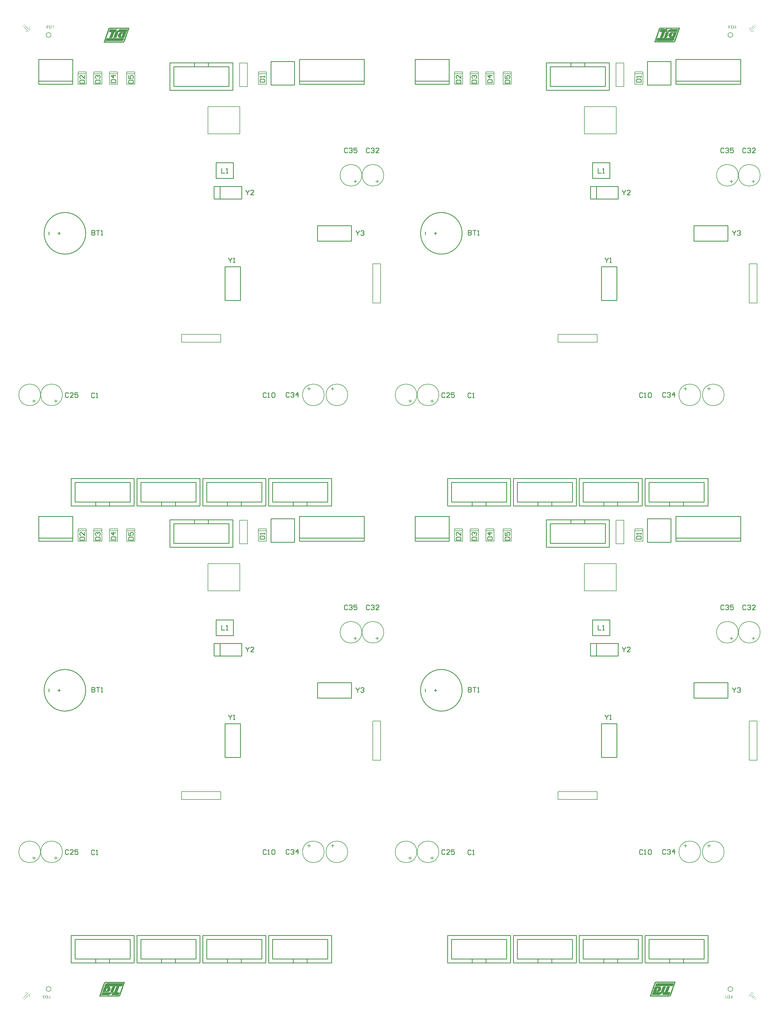
<source format=gto>
%MOIN*%
%OFA0B0*%
%FSLAX44Y44*%
%IPPOS*%
%LPD*%
%ADD23C,0.01*%
%ADD55C,0.0078740157480314977*%
%ADD56C,0.005905511811023622*%
%ADD67C,0.01*%
%ADD68C,0.0078740157480314977*%
%ADD69C,0.005905511811023622*%
%ADD70C,0.01*%
%ADD71C,0.0078740157480314977*%
%ADD72C,0.005905511811023622*%
%ADD73C,0.01*%
%ADD74C,0.0078740157480314977*%
%ADD75C,0.005905511811023622*%
%ADD76C,0.005*%
%ADD77C,0.001*%
%ADD78C,0.0015984251968503937*%
%ADD79C,0.005*%
%ADD80C,0.001*%
%ADD81C,0.0015984251968503937*%
G01*
G75*
D23*
X00008682Y00040061D02*
G03*
X00008682Y00040061I-00002657D01*
G01*
X00015219Y00005309D02*
X00018339Y00005309D01*
X00020111Y00005309D02*
X00023231Y00005309D01*
X00015219Y00008813D02*
X00023231Y00008813D01*
X00018339Y00005801D02*
X00020111Y00005801D01*
X00015711Y00008321D02*
X00022738Y00008321D01*
X00020111Y00005801D02*
X00022738Y00005801D01*
X00015711Y00005801D02*
X00018339Y00005801D01*
X00018339Y00005309D02*
X00018339Y00005801D01*
X00020111Y00005309D02*
X00020111Y00005801D01*
X00018339Y00005309D02*
X00020111Y00005309D01*
X00015711Y00005801D02*
X00015711Y00008321D01*
X00015219Y00005309D02*
X00015219Y00008813D01*
X00022738Y00005801D02*
X00022738Y00008321D01*
X00023231Y00005309D02*
X00023231Y00008813D01*
X00005275Y00039911D02*
X00005275Y00040211D01*
X00005125Y00040061D02*
X00005425Y00040061D01*
X00003977Y00039864D02*
X00003977Y00040258D01*
X00025818Y00044480D02*
X00025818Y00046055D01*
X00025031Y00046055D02*
X00028574Y00046055D01*
X00028574Y00044440D02*
X00028574Y00046055D01*
X00025070Y00044440D02*
X00028574Y00044440D01*
X00025031Y00044480D02*
X00025070Y00044440D01*
X00025031Y00044480D02*
X00025031Y00046055D01*
X00026440Y00031496D02*
X00026440Y00035826D01*
X00028409Y00035826D01*
X00026440Y00031496D02*
X00028409Y00031496D01*
X00028409Y00035826D01*
X00038259Y00039077D02*
X00042590Y00039077D01*
X00038259Y00039077D02*
X00038259Y00041045D01*
X00042590Y00039077D02*
X00042590Y00041045D01*
X00038259Y00041045D02*
X00042590Y00041045D01*
X00025324Y00047061D02*
X00027525Y00047061D01*
X00025324Y00047061D02*
X00025324Y00049061D01*
X00027525Y00049061D01*
X00027525Y00047061D02*
X00027525Y00049061D01*
X00035938Y00059480D02*
X00044206Y00059480D01*
X00044206Y00059086D02*
X00044206Y00060661D01*
X00035938Y00059086D02*
X00044206Y00059086D01*
X00035938Y00059086D02*
X00035938Y00062236D01*
X00044206Y00062236D01*
X00044206Y00060661D02*
X00044206Y00062236D01*
X00007006Y00060661D02*
X00007006Y00062236D01*
X00002675Y00062236D02*
X00007006Y00062236D01*
X00002675Y00059086D02*
X00002675Y00062236D01*
X00002675Y00059086D02*
X00007006Y00059086D01*
X00007006Y00060622D01*
X00002675Y00059480D02*
X00007006Y00059480D01*
X00032019Y00005309D02*
X00035139Y00005309D01*
X00036911Y00005309D02*
X00040031Y00005309D01*
X00032019Y00008813D02*
X00040031Y00008813D01*
X00035139Y00005801D02*
X00036911Y00005801D01*
X00032511Y00008321D02*
X00039538Y00008321D01*
X00036911Y00005801D02*
X00039538Y00005801D01*
X00032511Y00005801D02*
X00035139Y00005801D01*
X00035139Y00005309D02*
X00035139Y00005801D01*
X00036911Y00005309D02*
X00036911Y00005801D01*
X00035139Y00005309D02*
X00036911Y00005309D01*
X00032511Y00005801D02*
X00032511Y00008321D01*
X00032019Y00005309D02*
X00032019Y00008813D01*
X00039538Y00005801D02*
X00039538Y00008321D01*
X00040031Y00005309D02*
X00040031Y00008813D01*
X00023619Y00005309D02*
X00026739Y00005309D01*
X00028511Y00005309D02*
X00031631Y00005309D01*
X00023619Y00008813D02*
X00031631Y00008813D01*
X00026739Y00005801D02*
X00028511Y00005801D01*
X00024111Y00008321D02*
X00031138Y00008321D01*
X00028511Y00005801D02*
X00031138Y00005801D01*
X00024111Y00005801D02*
X00026739Y00005801D01*
X00026739Y00005309D02*
X00026739Y00005801D01*
X00028511Y00005309D02*
X00028511Y00005801D01*
X00026739Y00005309D02*
X00028511Y00005309D01*
X00024111Y00005801D02*
X00024111Y00008321D01*
X00023619Y00005309D02*
X00023619Y00008813D01*
X00031138Y00005801D02*
X00031138Y00008321D01*
X00031631Y00005309D02*
X00031631Y00008813D01*
X00006819Y00005309D02*
X00009939Y00005309D01*
X00011711Y00005309D02*
X00014831Y00005309D01*
X00006819Y00008813D02*
X00014831Y00008813D01*
X00009939Y00005801D02*
X00011711Y00005801D01*
X00007311Y00008321D02*
X00014338Y00008321D01*
X00011711Y00005801D02*
X00014338Y00005801D01*
X00007311Y00005801D02*
X00009939Y00005801D01*
X00009939Y00005309D02*
X00009939Y00005801D01*
X00011711Y00005309D02*
X00011711Y00005801D01*
X00009939Y00005309D02*
X00011711Y00005309D01*
X00007311Y00005801D02*
X00007311Y00008321D01*
X00006819Y00005309D02*
X00006819Y00008813D01*
X00014338Y00005801D02*
X00014338Y00008321D01*
X00014831Y00005309D02*
X00014831Y00008813D01*
X00019419Y00058309D02*
X00019419Y00061813D01*
X00019911Y00058801D02*
X00019911Y00061321D01*
X00027431Y00058309D02*
X00027431Y00061813D01*
X00026938Y00058801D02*
X00026938Y00061321D01*
X00022539Y00061813D02*
X00024311Y00061813D01*
X00022539Y00061321D02*
X00022539Y00061813D01*
X00024311Y00061321D02*
X00024311Y00061813D01*
X00024311Y00061321D02*
X00026938Y00061321D01*
X00019911Y00061321D02*
X00022539Y00061321D01*
X00019911Y00058801D02*
X00026938Y00058801D01*
X00022539Y00061321D02*
X00024311Y00061321D01*
X00019419Y00058309D02*
X00027431Y00058309D01*
X00019419Y00061813D02*
X00022539Y00061813D01*
X00024311Y00061813D02*
X00027431Y00061813D01*
X00032325Y00058961D02*
X00035325Y00058961D01*
X00035325Y00061961D01*
X00032325Y00061961D02*
X00035325Y00061961D01*
X00032325Y00058961D02*
X00032325Y00061961D01*
X00009453Y00040456D02*
X00009453Y00039856D01*
X00009753Y00039856D01*
X00009853Y00039956D01*
X00009853Y00040056D01*
X00009753Y00040156D01*
X00009453Y00040156D01*
X00009753Y00040156D01*
X00009853Y00040256D01*
X00009853Y00040356D01*
X00009753Y00040456D01*
X00009453Y00040456D01*
X00010052Y00040456D02*
X00010452Y00040456D01*
X00010252Y00040456D01*
X00010252Y00039856D01*
X00010652Y00039856D02*
X00010852Y00039856D01*
X00010752Y00039856D01*
X00010752Y00040456D01*
X00010652Y00040356D01*
X00031703Y00019647D02*
X00031603Y00019747D01*
X00031403Y00019747D01*
X00031303Y00019647D01*
X00031303Y00019247D01*
X00031403Y00019148D01*
X00031603Y00019148D01*
X00031703Y00019247D01*
X00031903Y00019148D02*
X00032103Y00019148D01*
X00032003Y00019148D01*
X00032003Y00019747D01*
X00031903Y00019647D01*
X00032403Y00019647D02*
X00032503Y00019747D01*
X00032703Y00019747D01*
X00032803Y00019647D01*
X00032803Y00019247D01*
X00032703Y00019148D01*
X00032503Y00019148D01*
X00032403Y00019247D01*
X00032403Y00019647D01*
X00009805Y00019618D02*
X00009705Y00019718D01*
X00009505Y00019718D01*
X00009405Y00019618D01*
X00009405Y00019218D01*
X00009505Y00019118D01*
X00009705Y00019118D01*
X00009805Y00019218D01*
X00010005Y00019118D02*
X00010205Y00019118D01*
X00010105Y00019118D01*
X00010105Y00019718D01*
X00010005Y00019618D01*
X00042072Y00050847D02*
X00041972Y00050947D01*
X00041772Y00050947D01*
X00041672Y00050847D01*
X00041672Y00050447D01*
X00041772Y00050347D01*
X00041972Y00050347D01*
X00042072Y00050447D01*
X00042272Y00050847D02*
X00042372Y00050947D01*
X00042572Y00050947D01*
X00042672Y00050847D01*
X00042672Y00050747D01*
X00042572Y00050647D01*
X00042472Y00050647D01*
X00042572Y00050647D01*
X00042672Y00050547D01*
X00042672Y00050447D01*
X00042572Y00050347D01*
X00042372Y00050347D01*
X00042272Y00050447D01*
X00043272Y00050947D02*
X00042872Y00050947D01*
X00042872Y00050647D01*
X00043072Y00050747D01*
X00043172Y00050747D01*
X00043272Y00050647D01*
X00043272Y00050447D01*
X00043172Y00050347D01*
X00042972Y00050347D01*
X00042872Y00050447D01*
X00034656Y00019677D02*
X00034556Y00019777D01*
X00034356Y00019777D01*
X00034256Y00019677D01*
X00034256Y00019277D01*
X00034356Y00019177D01*
X00034556Y00019177D01*
X00034656Y00019277D01*
X00034856Y00019677D02*
X00034956Y00019777D01*
X00035156Y00019777D01*
X00035255Y00019677D01*
X00035255Y00019577D01*
X00035156Y00019477D01*
X00035056Y00019477D01*
X00035156Y00019477D01*
X00035255Y00019377D01*
X00035255Y00019277D01*
X00035156Y00019177D01*
X00034956Y00019177D01*
X00034856Y00019277D01*
X00035755Y00019177D02*
X00035755Y00019777D01*
X00035455Y00019477D01*
X00035855Y00019477D01*
X00044877Y00050847D02*
X00044777Y00050947D01*
X00044577Y00050947D01*
X00044477Y00050847D01*
X00044477Y00050447D01*
X00044577Y00050347D01*
X00044777Y00050347D01*
X00044877Y00050447D01*
X00045077Y00050847D02*
X00045177Y00050947D01*
X00045377Y00050947D01*
X00045477Y00050847D01*
X00045477Y00050747D01*
X00045377Y00050647D01*
X00045277Y00050647D01*
X00045377Y00050647D01*
X00045477Y00050547D01*
X00045477Y00050447D01*
X00045377Y00050347D01*
X00045177Y00050347D01*
X00045077Y00050447D01*
X00046077Y00050347D02*
X00045677Y00050347D01*
X00046077Y00050747D01*
X00046077Y00050847D01*
X00045977Y00050947D01*
X00045777Y00050947D01*
X00045677Y00050847D01*
X00006488Y00019658D02*
X00006388Y00019758D01*
X00006188Y00019758D01*
X00006088Y00019658D01*
X00006088Y00019258D01*
X00006188Y00019158D01*
X00006388Y00019158D01*
X00006488Y00019258D01*
X00007088Y00019158D02*
X00006688Y00019158D01*
X00007088Y00019558D01*
X00007088Y00019658D01*
X00006988Y00019758D01*
X00006788Y00019758D01*
X00006688Y00019658D01*
X00007688Y00019758D02*
X00007288Y00019758D01*
X00007288Y00019458D01*
X00007488Y00019558D01*
X00007588Y00019558D01*
X00007688Y00019458D01*
X00007688Y00019258D01*
X00007588Y00019158D01*
X00007388Y00019158D01*
X00007288Y00019258D01*
X00029113Y00045571D02*
X00029113Y00045471D01*
X00029313Y00045271D01*
X00029513Y00045471D01*
X00029513Y00045571D01*
X00029313Y00045271D02*
X00029313Y00044971D01*
X00030113Y00044971D02*
X00029713Y00044971D01*
X00030113Y00045371D01*
X00030113Y00045471D01*
X00030013Y00045571D01*
X00029813Y00045571D01*
X00029713Y00045471D01*
X00026923Y00036932D02*
X00026923Y00036832D01*
X00027123Y00036632D01*
X00027323Y00036832D01*
X00027323Y00036932D01*
X00027123Y00036632D02*
X00027123Y00036332D01*
X00027523Y00036332D02*
X00027722Y00036332D01*
X00027622Y00036332D01*
X00027622Y00036932D01*
X00027523Y00036832D01*
X00026012Y00048334D02*
X00026012Y00047734D01*
X00026412Y00047734D01*
X00026612Y00047734D02*
X00026811Y00047734D01*
X00026711Y00047734D01*
X00026711Y00048334D01*
X00026612Y00048234D01*
X00014134Y00059222D02*
X00014734Y00059222D01*
X00014734Y00059522D01*
X00014634Y00059622D01*
X00014234Y00059622D01*
X00014134Y00059522D01*
X00014134Y00059222D01*
X00014134Y00060222D02*
X00014134Y00059822D01*
X00014434Y00059822D01*
X00014334Y00060022D01*
X00014334Y00060122D01*
X00014434Y00060222D01*
X00014634Y00060222D01*
X00014734Y00060122D01*
X00014734Y00059922D01*
X00014634Y00059822D01*
X00011900Y00059261D02*
X00012500Y00059261D01*
X00012500Y00059561D01*
X00012400Y00059661D01*
X00012000Y00059661D01*
X00011900Y00059561D01*
X00011900Y00059261D01*
X00012500Y00060161D02*
X00011900Y00060161D01*
X00012200Y00059861D01*
X00012200Y00060261D01*
X00009912Y00059212D02*
X00010511Y00059212D01*
X00010511Y00059512D01*
X00010411Y00059612D01*
X00010011Y00059612D01*
X00009912Y00059512D01*
X00009912Y00059212D01*
X00010011Y00059812D02*
X00009912Y00059912D01*
X00009912Y00060112D01*
X00010011Y00060212D01*
X00010111Y00060212D01*
X00010211Y00060112D01*
X00010211Y00060012D01*
X00010211Y00060112D01*
X00010311Y00060212D01*
X00010411Y00060212D01*
X00010511Y00060112D01*
X00010511Y00059912D01*
X00010411Y00059812D01*
X00007904Y00059212D02*
X00008503Y00059212D01*
X00008503Y00059512D01*
X00008403Y00059612D01*
X00008004Y00059612D01*
X00007904Y00059512D01*
X00007904Y00059212D01*
X00008503Y00060212D02*
X00008503Y00059812D01*
X00008104Y00060212D01*
X00008004Y00060212D01*
X00007904Y00060112D01*
X00007904Y00059912D01*
X00008004Y00059812D01*
X00030915Y00059359D02*
X00031514Y00059359D01*
X00031514Y00059658D01*
X00031415Y00059758D01*
X00031015Y00059758D01*
X00030915Y00059658D01*
X00030915Y00059359D01*
X00031514Y00059958D02*
X00031514Y00060158D01*
X00031514Y00060058D01*
X00030915Y00060058D01*
X00031015Y00059958D01*
X00043167Y00040413D02*
X00043167Y00040313D01*
X00043367Y00040113D01*
X00043567Y00040313D01*
X00043567Y00040413D01*
X00043367Y00040113D02*
X00043367Y00039813D01*
X00043767Y00040313D02*
X00043867Y00040413D01*
X00044067Y00040413D01*
X00044167Y00040313D01*
X00044167Y00040213D01*
X00044067Y00040113D01*
X00043967Y00040113D01*
X00044067Y00040113D01*
X00044167Y00040013D01*
X00044167Y00039913D01*
X00044067Y00039813D01*
X00043867Y00039813D01*
X00043767Y00039913D01*
D55*
X00002903Y00019461D02*
G03*
X00002903Y00019461I-00001377D01*
G01*
X00005703Y00019461D02*
G03*
X00005703Y00019461I-00001377D01*
G01*
X00042103Y00019461D02*
G03*
X00042103Y00019461I-00001377D01*
G01*
X00039103Y00019461D02*
G03*
X00039103Y00019461I-00001377D01*
G01*
X00046703Y00047461D02*
G03*
X00046703Y00047461I-00001377D01*
G01*
X00043903Y00047461D02*
G03*
X00043903Y00047461I-00001377D01*
G01*
X00001860Y00018685D02*
X00002260Y00018685D01*
X00002060Y00018485D02*
X00002060Y00018885D01*
X00004660Y00018685D02*
X00005060Y00018685D01*
X00004860Y00018485D02*
X00004860Y00018885D01*
X00039989Y00020237D02*
X00040389Y00020237D01*
X00040189Y00020037D02*
X00040189Y00020436D01*
X00036989Y00020237D02*
X00037389Y00020237D01*
X00037189Y00020037D02*
X00037189Y00020436D01*
X00025925Y00026161D02*
X00025925Y00027161D01*
X00020925Y00026161D02*
X00025925Y00026161D01*
X00020925Y00027161D02*
X00025925Y00027161D01*
X00020925Y00026161D02*
X00020925Y00027161D01*
X00045325Y00031161D02*
X00046325Y00031161D01*
X00045325Y00031161D02*
X00045325Y00036161D01*
X00046325Y00031161D02*
X00046325Y00036161D01*
X00045325Y00036161D02*
X00046325Y00036161D01*
X00045660Y00046685D02*
X00046060Y00046685D01*
X00045860Y00046485D02*
X00045860Y00046885D01*
X00042860Y00046685D02*
X00043260Y00046685D01*
X00043060Y00046485D02*
X00043060Y00046885D01*
X00030713Y00060396D02*
X00031737Y00060396D01*
X00031225Y00060654D02*
X00031737Y00060654D01*
X00031737Y00059075D02*
X00031737Y00060654D01*
X00030713Y00059075D02*
X00031737Y00059075D01*
X00030713Y00059075D02*
X00030713Y00060656D01*
X00031225Y00060654D01*
X00029325Y00058761D02*
X00029325Y00061761D01*
X00028325Y00061761D02*
X00029325Y00061761D01*
X00028325Y00058761D02*
X00028325Y00061761D01*
X00028325Y00058761D02*
X00029325Y00058761D01*
X00013913Y00060396D02*
X00014937Y00060396D01*
X00014425Y00060654D02*
X00014937Y00060654D01*
X00014937Y00059075D02*
X00014937Y00060654D01*
X00013913Y00059075D02*
X00014937Y00059075D01*
X00013913Y00059075D02*
X00013913Y00060656D01*
X00014425Y00060654D01*
X00011713Y00060396D02*
X00012736Y00060396D01*
X00012225Y00060654D02*
X00012736Y00060654D01*
X00012736Y00059075D02*
X00012736Y00060654D01*
X00011713Y00059075D02*
X00012736Y00059075D01*
X00011713Y00059075D02*
X00011713Y00060656D01*
X00012225Y00060654D01*
X00009713Y00060396D02*
X00010737Y00060396D01*
X00010225Y00060654D02*
X00010737Y00060654D01*
X00010737Y00059075D02*
X00010737Y00060654D01*
X00009713Y00059075D02*
X00010737Y00059075D01*
X00009713Y00059075D02*
X00009713Y00060656D01*
X00010225Y00060654D01*
X00007713Y00060396D02*
X00008737Y00060396D01*
X00008225Y00060654D02*
X00008737Y00060654D01*
X00008737Y00059075D02*
X00008737Y00060654D01*
X00007713Y00059075D02*
X00008737Y00059075D01*
X00007713Y00059075D02*
X00007713Y00060656D01*
X00008225Y00060654D01*
D56*
X00028351Y00052748D02*
X00028351Y00056205D01*
X00024271Y00052748D02*
X00024271Y00056205D01*
X00024271Y00052748D02*
X00028351Y00052748D01*
X00024271Y00056205D02*
X00028351Y00056205D01*
G04 next file*
G04 Layer_Color=65535*
G04 skipping 71
G01*
G75*
D67*
X00008682Y00098329D02*
G03*
X00008682Y00098329I-00002657D01*
G01*
X00015219Y00063577D02*
X00018339Y00063577D01*
X00020111Y00063577D02*
X00023231Y00063577D01*
X00015219Y00067081D02*
X00023231Y00067081D01*
X00018339Y00064069D02*
X00020111Y00064069D01*
X00015711Y00066588D02*
X00022738Y00066588D01*
X00020111Y00064069D02*
X00022738Y00064069D01*
X00015711Y00064069D02*
X00018339Y00064069D01*
X00018339Y00063577D02*
X00018339Y00064069D01*
X00020111Y00063577D02*
X00020111Y00064069D01*
X00018339Y00063577D02*
X00020111Y00063577D01*
X00015711Y00064069D02*
X00015711Y00066588D01*
X00015219Y00063577D02*
X00015219Y00067081D01*
X00022738Y00064069D02*
X00022738Y00066588D01*
X00023231Y00063577D02*
X00023231Y00067081D01*
X00005275Y00098179D02*
X00005275Y00098479D01*
X00005125Y00098329D02*
X00005425Y00098329D01*
X00003977Y00098132D02*
X00003977Y00098525D01*
X00025818Y00102748D02*
X00025818Y00104322D01*
X00025031Y00104322D02*
X00028574Y00104322D01*
X00028574Y00102708D02*
X00028574Y00104322D01*
X00025070Y00102708D02*
X00028574Y00102708D01*
X00025031Y00102748D02*
X00025070Y00102708D01*
X00025031Y00102748D02*
X00025031Y00104322D01*
X00026440Y00089763D02*
X00026440Y00094094D01*
X00028409Y00094094D01*
X00026440Y00089763D02*
X00028409Y00089763D01*
X00028409Y00094094D01*
X00038259Y00097344D02*
X00042590Y00097344D01*
X00038259Y00097344D02*
X00038259Y00099313D01*
X00042590Y00097344D02*
X00042590Y00099313D01*
X00038259Y00099313D02*
X00042590Y00099313D01*
X00025324Y00105329D02*
X00027525Y00105329D01*
X00025324Y00105329D02*
X00025324Y00107329D01*
X00027525Y00107329D01*
X00027525Y00105329D02*
X00027525Y00107329D01*
X00035938Y00117748D02*
X00044206Y00117748D01*
X00044206Y00117354D02*
X00044206Y00118929D01*
X00035938Y00117354D02*
X00044206Y00117354D01*
X00035938Y00117354D02*
X00035938Y00120503D01*
X00044206Y00120503D01*
X00044206Y00118929D02*
X00044206Y00120503D01*
X00007006Y00118929D02*
X00007006Y00120503D01*
X00002675Y00120503D02*
X00007006Y00120503D01*
X00002675Y00117354D02*
X00002675Y00120503D01*
X00002675Y00117354D02*
X00007006Y00117354D01*
X00007006Y00118889D01*
X00002675Y00117748D02*
X00007006Y00117748D01*
X00032019Y00063577D02*
X00035139Y00063577D01*
X00036911Y00063577D02*
X00040031Y00063577D01*
X00032019Y00067081D02*
X00040031Y00067081D01*
X00035139Y00064069D02*
X00036911Y00064069D01*
X00032511Y00066588D02*
X00039538Y00066588D01*
X00036911Y00064069D02*
X00039538Y00064069D01*
X00032511Y00064069D02*
X00035139Y00064069D01*
X00035139Y00063577D02*
X00035139Y00064069D01*
X00036911Y00063577D02*
X00036911Y00064069D01*
X00035139Y00063577D02*
X00036911Y00063577D01*
X00032511Y00064069D02*
X00032511Y00066588D01*
X00032019Y00063577D02*
X00032019Y00067081D01*
X00039538Y00064069D02*
X00039538Y00066588D01*
X00040031Y00063577D02*
X00040031Y00067081D01*
X00023619Y00063577D02*
X00026739Y00063577D01*
X00028511Y00063577D02*
X00031631Y00063577D01*
X00023619Y00067081D02*
X00031631Y00067081D01*
X00026739Y00064069D02*
X00028511Y00064069D01*
X00024111Y00066588D02*
X00031138Y00066588D01*
X00028511Y00064069D02*
X00031138Y00064069D01*
X00024111Y00064069D02*
X00026739Y00064069D01*
X00026739Y00063577D02*
X00026739Y00064069D01*
X00028511Y00063577D02*
X00028511Y00064069D01*
X00026739Y00063577D02*
X00028511Y00063577D01*
X00024111Y00064069D02*
X00024111Y00066588D01*
X00023619Y00063577D02*
X00023619Y00067081D01*
X00031138Y00064069D02*
X00031138Y00066588D01*
X00031631Y00063577D02*
X00031631Y00067081D01*
X00006819Y00063577D02*
X00009939Y00063577D01*
X00011711Y00063577D02*
X00014831Y00063577D01*
X00006819Y00067081D02*
X00014831Y00067081D01*
X00009939Y00064069D02*
X00011711Y00064069D01*
X00007311Y00066588D02*
X00014338Y00066588D01*
X00011711Y00064069D02*
X00014338Y00064069D01*
X00007311Y00064069D02*
X00009939Y00064069D01*
X00009939Y00063577D02*
X00009939Y00064069D01*
X00011711Y00063577D02*
X00011711Y00064069D01*
X00009939Y00063577D02*
X00011711Y00063577D01*
X00007311Y00064069D02*
X00007311Y00066588D01*
X00006819Y00063577D02*
X00006819Y00067081D01*
X00014338Y00064069D02*
X00014338Y00066588D01*
X00014831Y00063577D02*
X00014831Y00067081D01*
X00019419Y00116577D02*
X00019419Y00120081D01*
X00019911Y00117069D02*
X00019911Y00119588D01*
X00027431Y00116577D02*
X00027431Y00120081D01*
X00026938Y00117069D02*
X00026938Y00119588D01*
X00022539Y00120081D02*
X00024311Y00120081D01*
X00022539Y00119588D02*
X00022539Y00120081D01*
X00024311Y00119588D02*
X00024311Y00120081D01*
X00024311Y00119588D02*
X00026938Y00119588D01*
X00019911Y00119588D02*
X00022539Y00119588D01*
X00019911Y00117069D02*
X00026938Y00117069D01*
X00022539Y00119588D02*
X00024311Y00119588D01*
X00019419Y00116577D02*
X00027431Y00116577D01*
X00019419Y00120081D02*
X00022539Y00120081D01*
X00024311Y00120081D02*
X00027431Y00120081D01*
X00032325Y00117229D02*
X00035325Y00117229D01*
X00035325Y00120229D01*
X00032325Y00120229D02*
X00035325Y00120229D01*
X00032325Y00117229D02*
X00032325Y00120229D01*
X00009453Y00098724D02*
X00009453Y00098124D01*
X00009753Y00098124D01*
X00009853Y00098224D01*
X00009853Y00098324D01*
X00009753Y00098424D01*
X00009453Y00098424D01*
X00009753Y00098424D01*
X00009853Y00098524D01*
X00009853Y00098624D01*
X00009753Y00098724D01*
X00009453Y00098724D01*
X00010052Y00098724D02*
X00010452Y00098724D01*
X00010252Y00098724D01*
X00010252Y00098124D01*
X00010652Y00098124D02*
X00010852Y00098124D01*
X00010752Y00098124D01*
X00010752Y00098724D01*
X00010652Y00098624D01*
X00031703Y00077915D02*
X00031603Y00078015D01*
X00031403Y00078015D01*
X00031303Y00077915D01*
X00031303Y00077515D01*
X00031403Y00077415D01*
X00031603Y00077415D01*
X00031703Y00077515D01*
X00031903Y00077415D02*
X00032103Y00077415D01*
X00032003Y00077415D01*
X00032003Y00078015D01*
X00031903Y00077915D01*
X00032403Y00077915D02*
X00032503Y00078015D01*
X00032703Y00078015D01*
X00032803Y00077915D01*
X00032803Y00077515D01*
X00032703Y00077415D01*
X00032503Y00077415D01*
X00032403Y00077515D01*
X00032403Y00077915D01*
X00009805Y00077886D02*
X00009705Y00077986D01*
X00009505Y00077986D01*
X00009405Y00077886D01*
X00009405Y00077486D01*
X00009505Y00077386D01*
X00009705Y00077386D01*
X00009805Y00077486D01*
X00010005Y00077386D02*
X00010205Y00077386D01*
X00010105Y00077386D01*
X00010105Y00077986D01*
X00010005Y00077886D01*
X00042072Y00109114D02*
X00041972Y00109214D01*
X00041772Y00109214D01*
X00041672Y00109114D01*
X00041672Y00108714D01*
X00041772Y00108614D01*
X00041972Y00108614D01*
X00042072Y00108714D01*
X00042272Y00109114D02*
X00042372Y00109214D01*
X00042572Y00109214D01*
X00042672Y00109114D01*
X00042672Y00109014D01*
X00042572Y00108914D01*
X00042472Y00108914D01*
X00042572Y00108914D01*
X00042672Y00108814D01*
X00042672Y00108714D01*
X00042572Y00108614D01*
X00042372Y00108614D01*
X00042272Y00108714D01*
X00043272Y00109214D02*
X00042872Y00109214D01*
X00042872Y00108914D01*
X00043072Y00109014D01*
X00043172Y00109014D01*
X00043272Y00108914D01*
X00043272Y00108714D01*
X00043172Y00108614D01*
X00042972Y00108614D01*
X00042872Y00108714D01*
X00034656Y00077945D02*
X00034556Y00078045D01*
X00034356Y00078045D01*
X00034256Y00077945D01*
X00034256Y00077545D01*
X00034356Y00077445D01*
X00034556Y00077445D01*
X00034656Y00077545D01*
X00034856Y00077945D02*
X00034956Y00078045D01*
X00035156Y00078045D01*
X00035255Y00077945D01*
X00035255Y00077845D01*
X00035156Y00077745D01*
X00035056Y00077745D01*
X00035156Y00077745D01*
X00035255Y00077645D01*
X00035255Y00077545D01*
X00035156Y00077445D01*
X00034956Y00077445D01*
X00034856Y00077545D01*
X00035755Y00077445D02*
X00035755Y00078045D01*
X00035455Y00077745D01*
X00035855Y00077745D01*
X00044877Y00109114D02*
X00044777Y00109214D01*
X00044577Y00109214D01*
X00044477Y00109114D01*
X00044477Y00108714D01*
X00044577Y00108614D01*
X00044777Y00108614D01*
X00044877Y00108714D01*
X00045077Y00109114D02*
X00045177Y00109214D01*
X00045377Y00109214D01*
X00045477Y00109114D01*
X00045477Y00109014D01*
X00045377Y00108914D01*
X00045277Y00108914D01*
X00045377Y00108914D01*
X00045477Y00108814D01*
X00045477Y00108714D01*
X00045377Y00108614D01*
X00045177Y00108614D01*
X00045077Y00108714D01*
X00046077Y00108614D02*
X00045677Y00108614D01*
X00046077Y00109014D01*
X00046077Y00109114D01*
X00045977Y00109214D01*
X00045777Y00109214D01*
X00045677Y00109114D01*
X00006488Y00077925D02*
X00006388Y00078025D01*
X00006188Y00078025D01*
X00006088Y00077925D01*
X00006088Y00077525D01*
X00006188Y00077425D01*
X00006388Y00077425D01*
X00006488Y00077525D01*
X00007088Y00077425D02*
X00006688Y00077425D01*
X00007088Y00077825D01*
X00007088Y00077925D01*
X00006988Y00078025D01*
X00006788Y00078025D01*
X00006688Y00077925D01*
X00007688Y00078025D02*
X00007288Y00078025D01*
X00007288Y00077725D01*
X00007488Y00077825D01*
X00007588Y00077825D01*
X00007688Y00077725D01*
X00007688Y00077525D01*
X00007588Y00077425D01*
X00007388Y00077425D01*
X00007288Y00077525D01*
X00029113Y00103839D02*
X00029113Y00103739D01*
X00029313Y00103539D01*
X00029513Y00103739D01*
X00029513Y00103839D01*
X00029313Y00103539D02*
X00029313Y00103239D01*
X00030113Y00103239D02*
X00029713Y00103239D01*
X00030113Y00103639D01*
X00030113Y00103739D01*
X00030013Y00103839D01*
X00029813Y00103839D01*
X00029713Y00103739D01*
X00026923Y00095200D02*
X00026923Y00095100D01*
X00027123Y00094900D01*
X00027323Y00095100D01*
X00027323Y00095200D01*
X00027123Y00094900D02*
X00027123Y00094600D01*
X00027523Y00094600D02*
X00027722Y00094600D01*
X00027622Y00094600D01*
X00027622Y00095200D01*
X00027523Y00095100D01*
X00026012Y00106601D02*
X00026012Y00106001D01*
X00026412Y00106001D01*
X00026612Y00106001D02*
X00026811Y00106001D01*
X00026711Y00106001D01*
X00026711Y00106601D01*
X00026612Y00106501D01*
X00014134Y00117490D02*
X00014734Y00117490D01*
X00014734Y00117790D01*
X00014634Y00117890D01*
X00014234Y00117890D01*
X00014134Y00117790D01*
X00014134Y00117490D01*
X00014134Y00118489D02*
X00014134Y00118089D01*
X00014434Y00118089D01*
X00014334Y00118289D01*
X00014334Y00118389D01*
X00014434Y00118489D01*
X00014634Y00118489D01*
X00014734Y00118389D01*
X00014734Y00118189D01*
X00014634Y00118089D01*
X00011900Y00117529D02*
X00012500Y00117529D01*
X00012500Y00117829D01*
X00012400Y00117929D01*
X00012000Y00117929D01*
X00011900Y00117829D01*
X00011900Y00117529D01*
X00012500Y00118429D02*
X00011900Y00118429D01*
X00012200Y00118129D01*
X00012200Y00118529D01*
X00009912Y00117480D02*
X00010511Y00117480D01*
X00010511Y00117780D01*
X00010411Y00117880D01*
X00010011Y00117880D01*
X00009912Y00117780D01*
X00009912Y00117480D01*
X00010011Y00118080D02*
X00009912Y00118180D01*
X00009912Y00118380D01*
X00010011Y00118480D01*
X00010111Y00118480D01*
X00010211Y00118380D01*
X00010211Y00118280D01*
X00010211Y00118380D01*
X00010311Y00118480D01*
X00010411Y00118480D01*
X00010511Y00118380D01*
X00010511Y00118180D01*
X00010411Y00118080D01*
X00007904Y00117480D02*
X00008503Y00117480D01*
X00008503Y00117780D01*
X00008403Y00117880D01*
X00008004Y00117880D01*
X00007904Y00117780D01*
X00007904Y00117480D01*
X00008503Y00118480D02*
X00008503Y00118080D01*
X00008104Y00118480D01*
X00008004Y00118480D01*
X00007904Y00118380D01*
X00007904Y00118180D01*
X00008004Y00118080D01*
X00030915Y00117626D02*
X00031514Y00117626D01*
X00031514Y00117926D01*
X00031415Y00118026D01*
X00031015Y00118026D01*
X00030915Y00117926D01*
X00030915Y00117626D01*
X00031514Y00118226D02*
X00031514Y00118426D01*
X00031514Y00118326D01*
X00030915Y00118326D01*
X00031015Y00118226D01*
X00043167Y00098680D02*
X00043167Y00098580D01*
X00043367Y00098380D01*
X00043567Y00098580D01*
X00043567Y00098680D01*
X00043367Y00098380D02*
X00043367Y00098081D01*
X00043767Y00098580D02*
X00043867Y00098680D01*
X00044067Y00098680D01*
X00044167Y00098580D01*
X00044167Y00098480D01*
X00044067Y00098380D01*
X00043967Y00098380D01*
X00044067Y00098380D01*
X00044167Y00098281D01*
X00044167Y00098181D01*
X00044067Y00098081D01*
X00043867Y00098081D01*
X00043767Y00098181D01*
D68*
X00002903Y00077729D02*
G03*
X00002903Y00077729I-00001377D01*
G01*
X00005703Y00077729D02*
G03*
X00005703Y00077729I-00001377D01*
G01*
X00042103Y00077729D02*
G03*
X00042103Y00077729I-00001377D01*
G01*
X00039103Y00077729D02*
G03*
X00039103Y00077729I-00001377D01*
G01*
X00046703Y00105729D02*
G03*
X00046703Y00105729I-00001377D01*
G01*
X00043903Y00105729D02*
G03*
X00043903Y00105729I-00001377D01*
G01*
X00001860Y00076953D02*
X00002260Y00076953D01*
X00002060Y00076753D02*
X00002060Y00077153D01*
X00004660Y00076953D02*
X00005060Y00076953D01*
X00004860Y00076753D02*
X00004860Y00077153D01*
X00039989Y00078504D02*
X00040389Y00078504D01*
X00040189Y00078304D02*
X00040189Y00078704D01*
X00036989Y00078504D02*
X00037389Y00078504D01*
X00037189Y00078304D02*
X00037189Y00078704D01*
X00025925Y00084429D02*
X00025925Y00085429D01*
X00020925Y00084429D02*
X00025925Y00084429D01*
X00020925Y00085429D02*
X00025925Y00085429D01*
X00020925Y00084429D02*
X00020925Y00085429D01*
X00045325Y00089429D02*
X00046325Y00089429D01*
X00045325Y00089429D02*
X00045325Y00094429D01*
X00046325Y00089429D02*
X00046325Y00094429D01*
X00045325Y00094429D02*
X00046325Y00094429D01*
X00045660Y00104953D02*
X00046060Y00104953D01*
X00045860Y00104753D02*
X00045860Y00105153D01*
X00042860Y00104953D02*
X00043260Y00104953D01*
X00043060Y00104753D02*
X00043060Y00105153D01*
X00030713Y00118663D02*
X00031737Y00118663D01*
X00031225Y00118922D02*
X00031737Y00118922D01*
X00031737Y00117343D02*
X00031737Y00118922D01*
X00030713Y00117343D02*
X00031737Y00117343D01*
X00030713Y00117343D02*
X00030713Y00118924D01*
X00031225Y00118922D01*
X00029325Y00117029D02*
X00029325Y00120029D01*
X00028325Y00120029D02*
X00029325Y00120029D01*
X00028325Y00117029D02*
X00028325Y00120029D01*
X00028325Y00117029D02*
X00029325Y00117029D01*
X00013913Y00118663D02*
X00014937Y00118663D01*
X00014425Y00118922D02*
X00014937Y00118922D01*
X00014937Y00117343D02*
X00014937Y00118922D01*
X00013913Y00117343D02*
X00014937Y00117343D01*
X00013913Y00117343D02*
X00013913Y00118924D01*
X00014425Y00118922D01*
X00011713Y00118663D02*
X00012736Y00118663D01*
X00012225Y00118922D02*
X00012736Y00118922D01*
X00012736Y00117343D02*
X00012736Y00118922D01*
X00011713Y00117343D02*
X00012736Y00117343D01*
X00011713Y00117343D02*
X00011713Y00118924D01*
X00012225Y00118922D01*
X00009713Y00118663D02*
X00010737Y00118663D01*
X00010225Y00118922D02*
X00010737Y00118922D01*
X00010737Y00117343D02*
X00010737Y00118922D01*
X00009713Y00117343D02*
X00010737Y00117343D01*
X00009713Y00117343D02*
X00009713Y00118924D01*
X00010225Y00118922D01*
X00007713Y00118663D02*
X00008737Y00118663D01*
X00008225Y00118922D02*
X00008737Y00118922D01*
X00008737Y00117343D02*
X00008737Y00118922D01*
X00007713Y00117343D02*
X00008737Y00117343D01*
X00007713Y00117343D02*
X00007713Y00118924D01*
X00008225Y00118922D01*
D69*
X00028351Y00111015D02*
X00028351Y00114472D01*
X00024271Y00111015D02*
X00024271Y00114472D01*
X00024271Y00111015D02*
X00028351Y00111015D01*
X00024271Y00114472D02*
X00028351Y00114472D01*
G04 next file*
G04 Layer_Color=65535*
G04 skipping 71
G01*
G75*
D70*
X00056714Y00040061D02*
G03*
X00056714Y00040061I-00002657D01*
G01*
X00063250Y00005309D02*
X00066370Y00005309D01*
X00068142Y00005309D02*
X00071262Y00005309D01*
X00063250Y00008813D02*
X00071262Y00008813D01*
X00066370Y00005801D02*
X00068142Y00005801D01*
X00063742Y00008321D02*
X00070770Y00008321D01*
X00068142Y00005801D02*
X00070770Y00005801D01*
X00063742Y00005801D02*
X00066370Y00005801D01*
X00066370Y00005309D02*
X00066370Y00005801D01*
X00068142Y00005309D02*
X00068142Y00005801D01*
X00066370Y00005309D02*
X00068142Y00005309D01*
X00063742Y00005801D02*
X00063742Y00008321D01*
X00063250Y00005309D02*
X00063250Y00008813D01*
X00070770Y00005801D02*
X00070770Y00008321D01*
X00071262Y00005309D02*
X00071262Y00008813D01*
X00053306Y00039911D02*
X00053306Y00040211D01*
X00053156Y00040061D02*
X00053456Y00040061D01*
X00052009Y00039864D02*
X00052009Y00040258D01*
X00073850Y00044480D02*
X00073850Y00046055D01*
X00073062Y00046055D02*
X00076606Y00046055D01*
X00076606Y00044440D02*
X00076606Y00046055D01*
X00073102Y00044440D02*
X00076606Y00044440D01*
X00073062Y00044480D02*
X00073102Y00044440D01*
X00073062Y00044480D02*
X00073062Y00046055D01*
X00074472Y00031496D02*
X00074472Y00035826D01*
X00076440Y00035826D01*
X00074472Y00031496D02*
X00076440Y00031496D01*
X00076440Y00035826D01*
X00086291Y00039077D02*
X00090622Y00039077D01*
X00086291Y00039077D02*
X00086291Y00041045D01*
X00090622Y00039077D02*
X00090622Y00041045D01*
X00086291Y00041045D02*
X00090622Y00041045D01*
X00073356Y00047061D02*
X00075557Y00047061D01*
X00073356Y00047061D02*
X00073356Y00049061D01*
X00075557Y00049061D01*
X00075557Y00047061D02*
X00075557Y00049061D01*
X00083970Y00059480D02*
X00092237Y00059480D01*
X00092237Y00059086D02*
X00092237Y00060661D01*
X00083970Y00059086D02*
X00092237Y00059086D01*
X00083970Y00059086D02*
X00083970Y00062236D01*
X00092237Y00062236D01*
X00092237Y00060661D02*
X00092237Y00062236D01*
X00055037Y00060661D02*
X00055037Y00062236D01*
X00050707Y00062236D02*
X00055037Y00062236D01*
X00050707Y00059086D02*
X00050707Y00062236D01*
X00050707Y00059086D02*
X00055037Y00059086D01*
X00055037Y00060622D01*
X00050707Y00059480D02*
X00055037Y00059480D01*
X00080050Y00005309D02*
X00083170Y00005309D01*
X00084942Y00005309D02*
X00088062Y00005309D01*
X00080050Y00008813D02*
X00088062Y00008813D01*
X00083170Y00005801D02*
X00084942Y00005801D01*
X00080542Y00008321D02*
X00087570Y00008321D01*
X00084942Y00005801D02*
X00087570Y00005801D01*
X00080542Y00005801D02*
X00083170Y00005801D01*
X00083170Y00005309D02*
X00083170Y00005801D01*
X00084942Y00005309D02*
X00084942Y00005801D01*
X00083170Y00005309D02*
X00084942Y00005309D01*
X00080542Y00005801D02*
X00080542Y00008321D01*
X00080050Y00005309D02*
X00080050Y00008813D01*
X00087570Y00005801D02*
X00087570Y00008321D01*
X00088062Y00005309D02*
X00088062Y00008813D01*
X00071650Y00005309D02*
X00074770Y00005309D01*
X00076542Y00005309D02*
X00079662Y00005309D01*
X00071650Y00008813D02*
X00079662Y00008813D01*
X00074770Y00005801D02*
X00076542Y00005801D01*
X00072142Y00008321D02*
X00079170Y00008321D01*
X00076542Y00005801D02*
X00079170Y00005801D01*
X00072142Y00005801D02*
X00074770Y00005801D01*
X00074770Y00005309D02*
X00074770Y00005801D01*
X00076542Y00005309D02*
X00076542Y00005801D01*
X00074770Y00005309D02*
X00076542Y00005309D01*
X00072142Y00005801D02*
X00072142Y00008321D01*
X00071650Y00005309D02*
X00071650Y00008813D01*
X00079170Y00005801D02*
X00079170Y00008321D01*
X00079662Y00005309D02*
X00079662Y00008813D01*
X00054850Y00005309D02*
X00057970Y00005309D01*
X00059742Y00005309D02*
X00062862Y00005309D01*
X00054850Y00008813D02*
X00062862Y00008813D01*
X00057970Y00005801D02*
X00059742Y00005801D01*
X00055342Y00008321D02*
X00062370Y00008321D01*
X00059742Y00005801D02*
X00062370Y00005801D01*
X00055342Y00005801D02*
X00057970Y00005801D01*
X00057970Y00005309D02*
X00057970Y00005801D01*
X00059742Y00005309D02*
X00059742Y00005801D01*
X00057970Y00005309D02*
X00059742Y00005309D01*
X00055342Y00005801D02*
X00055342Y00008321D01*
X00054850Y00005309D02*
X00054850Y00008813D01*
X00062370Y00005801D02*
X00062370Y00008321D01*
X00062862Y00005309D02*
X00062862Y00008813D01*
X00067450Y00058309D02*
X00067450Y00061813D01*
X00067942Y00058801D02*
X00067942Y00061321D01*
X00075462Y00058309D02*
X00075462Y00061813D01*
X00074970Y00058801D02*
X00074970Y00061321D01*
X00070570Y00061813D02*
X00072342Y00061813D01*
X00070570Y00061321D02*
X00070570Y00061813D01*
X00072342Y00061321D02*
X00072342Y00061813D01*
X00072342Y00061321D02*
X00074970Y00061321D01*
X00067942Y00061321D02*
X00070570Y00061321D01*
X00067942Y00058801D02*
X00074970Y00058801D01*
X00070570Y00061321D02*
X00072342Y00061321D01*
X00067450Y00058309D02*
X00075462Y00058309D01*
X00067450Y00061813D02*
X00070570Y00061813D01*
X00072342Y00061813D02*
X00075462Y00061813D01*
X00080356Y00058961D02*
X00083356Y00058961D01*
X00083356Y00061961D01*
X00080356Y00061961D02*
X00083356Y00061961D01*
X00080356Y00058961D02*
X00080356Y00061961D01*
X00057484Y00040456D02*
X00057484Y00039856D01*
X00057784Y00039856D01*
X00057884Y00039956D01*
X00057884Y00040056D01*
X00057784Y00040156D01*
X00057484Y00040156D01*
X00057784Y00040156D01*
X00057884Y00040256D01*
X00057884Y00040356D01*
X00057784Y00040456D01*
X00057484Y00040456D01*
X00058084Y00040456D02*
X00058484Y00040456D01*
X00058284Y00040456D01*
X00058284Y00039856D01*
X00058684Y00039856D02*
X00058884Y00039856D01*
X00058784Y00039856D01*
X00058784Y00040456D01*
X00058684Y00040356D01*
X00079734Y00019647D02*
X00079634Y00019747D01*
X00079435Y00019747D01*
X00079335Y00019647D01*
X00079335Y00019247D01*
X00079435Y00019148D01*
X00079634Y00019148D01*
X00079734Y00019247D01*
X00079934Y00019148D02*
X00080134Y00019148D01*
X00080034Y00019148D01*
X00080034Y00019747D01*
X00079934Y00019647D01*
X00080434Y00019647D02*
X00080534Y00019747D01*
X00080734Y00019747D01*
X00080834Y00019647D01*
X00080834Y00019247D01*
X00080734Y00019148D01*
X00080534Y00019148D01*
X00080434Y00019247D01*
X00080434Y00019647D01*
X00057836Y00019618D02*
X00057736Y00019718D01*
X00057536Y00019718D01*
X00057436Y00019618D01*
X00057436Y00019218D01*
X00057536Y00019118D01*
X00057736Y00019118D01*
X00057836Y00019218D01*
X00058036Y00019118D02*
X00058236Y00019118D01*
X00058136Y00019118D01*
X00058136Y00019718D01*
X00058036Y00019618D01*
X00090104Y00050847D02*
X00090004Y00050947D01*
X00089804Y00050947D01*
X00089704Y00050847D01*
X00089704Y00050447D01*
X00089804Y00050347D01*
X00090004Y00050347D01*
X00090104Y00050447D01*
X00090304Y00050847D02*
X00090404Y00050947D01*
X00090604Y00050947D01*
X00090704Y00050847D01*
X00090704Y00050747D01*
X00090604Y00050647D01*
X00090504Y00050647D01*
X00090604Y00050647D01*
X00090704Y00050547D01*
X00090704Y00050447D01*
X00090604Y00050347D01*
X00090404Y00050347D01*
X00090304Y00050447D01*
X00091303Y00050947D02*
X00090903Y00050947D01*
X00090903Y00050647D01*
X00091103Y00050747D01*
X00091203Y00050747D01*
X00091303Y00050647D01*
X00091303Y00050447D01*
X00091203Y00050347D01*
X00091003Y00050347D01*
X00090903Y00050447D01*
X00082687Y00019677D02*
X00082587Y00019777D01*
X00082387Y00019777D01*
X00082287Y00019677D01*
X00082287Y00019277D01*
X00082387Y00019177D01*
X00082587Y00019177D01*
X00082687Y00019277D01*
X00082887Y00019677D02*
X00082987Y00019777D01*
X00083187Y00019777D01*
X00083287Y00019677D01*
X00083287Y00019577D01*
X00083187Y00019477D01*
X00083087Y00019477D01*
X00083187Y00019477D01*
X00083287Y00019377D01*
X00083287Y00019277D01*
X00083187Y00019177D01*
X00082987Y00019177D01*
X00082887Y00019277D01*
X00083787Y00019177D02*
X00083787Y00019777D01*
X00083487Y00019477D01*
X00083887Y00019477D01*
X00092909Y00050847D02*
X00092809Y00050947D01*
X00092609Y00050947D01*
X00092509Y00050847D01*
X00092509Y00050447D01*
X00092609Y00050347D01*
X00092809Y00050347D01*
X00092909Y00050447D01*
X00093109Y00050847D02*
X00093209Y00050947D01*
X00093409Y00050947D01*
X00093509Y00050847D01*
X00093509Y00050747D01*
X00093409Y00050647D01*
X00093309Y00050647D01*
X00093409Y00050647D01*
X00093509Y00050547D01*
X00093509Y00050447D01*
X00093409Y00050347D01*
X00093209Y00050347D01*
X00093109Y00050447D01*
X00094108Y00050347D02*
X00093709Y00050347D01*
X00094108Y00050747D01*
X00094108Y00050847D01*
X00094008Y00050947D01*
X00093809Y00050947D01*
X00093709Y00050847D01*
X00054519Y00019658D02*
X00054420Y00019758D01*
X00054220Y00019758D01*
X00054120Y00019658D01*
X00054120Y00019258D01*
X00054220Y00019158D01*
X00054420Y00019158D01*
X00054519Y00019258D01*
X00055119Y00019158D02*
X00054719Y00019158D01*
X00055119Y00019558D01*
X00055119Y00019658D01*
X00055019Y00019758D01*
X00054819Y00019758D01*
X00054719Y00019658D01*
X00055719Y00019758D02*
X00055319Y00019758D01*
X00055319Y00019458D01*
X00055519Y00019558D01*
X00055619Y00019558D01*
X00055719Y00019458D01*
X00055719Y00019258D01*
X00055619Y00019158D01*
X00055419Y00019158D01*
X00055319Y00019258D01*
X00077145Y00045571D02*
X00077145Y00045471D01*
X00077345Y00045271D01*
X00077545Y00045471D01*
X00077545Y00045571D01*
X00077345Y00045271D02*
X00077345Y00044971D01*
X00078144Y00044971D02*
X00077745Y00044971D01*
X00078144Y00045371D01*
X00078144Y00045471D01*
X00078045Y00045571D01*
X00077845Y00045571D01*
X00077745Y00045471D01*
X00074954Y00036932D02*
X00074954Y00036832D01*
X00075154Y00036632D01*
X00075354Y00036832D01*
X00075354Y00036932D01*
X00075154Y00036632D02*
X00075154Y00036332D01*
X00075554Y00036332D02*
X00075754Y00036332D01*
X00075654Y00036332D01*
X00075654Y00036932D01*
X00075554Y00036832D01*
X00074043Y00048334D02*
X00074043Y00047734D01*
X00074443Y00047734D01*
X00074643Y00047734D02*
X00074843Y00047734D01*
X00074743Y00047734D01*
X00074743Y00048334D01*
X00074643Y00048234D01*
X00062165Y00059222D02*
X00062765Y00059222D01*
X00062765Y00059522D01*
X00062665Y00059622D01*
X00062265Y00059622D01*
X00062165Y00059522D01*
X00062165Y00059222D01*
X00062165Y00060222D02*
X00062165Y00059822D01*
X00062465Y00059822D01*
X00062365Y00060022D01*
X00062365Y00060122D01*
X00062465Y00060222D01*
X00062665Y00060222D01*
X00062765Y00060122D01*
X00062765Y00059922D01*
X00062665Y00059822D01*
X00059931Y00059261D02*
X00060531Y00059261D01*
X00060531Y00059561D01*
X00060431Y00059661D01*
X00060031Y00059661D01*
X00059931Y00059561D01*
X00059931Y00059261D01*
X00060531Y00060161D02*
X00059931Y00060161D01*
X00060231Y00059861D01*
X00060231Y00060261D01*
X00057943Y00059212D02*
X00058543Y00059212D01*
X00058543Y00059512D01*
X00058443Y00059612D01*
X00058043Y00059612D01*
X00057943Y00059512D01*
X00057943Y00059212D01*
X00058043Y00059812D02*
X00057943Y00059912D01*
X00057943Y00060112D01*
X00058043Y00060212D01*
X00058143Y00060212D01*
X00058243Y00060112D01*
X00058243Y00060012D01*
X00058243Y00060112D01*
X00058343Y00060212D01*
X00058443Y00060212D01*
X00058543Y00060112D01*
X00058543Y00059912D01*
X00058443Y00059812D01*
X00055935Y00059212D02*
X00056535Y00059212D01*
X00056535Y00059512D01*
X00056435Y00059612D01*
X00056035Y00059612D01*
X00055935Y00059512D01*
X00055935Y00059212D01*
X00056535Y00060212D02*
X00056535Y00059812D01*
X00056135Y00060212D01*
X00056035Y00060212D01*
X00055935Y00060112D01*
X00055935Y00059912D01*
X00056035Y00059812D01*
X00078946Y00059359D02*
X00079546Y00059359D01*
X00079546Y00059658D01*
X00079446Y00059758D01*
X00079046Y00059758D01*
X00078946Y00059658D01*
X00078946Y00059359D01*
X00079546Y00059958D02*
X00079546Y00060158D01*
X00079546Y00060058D01*
X00078946Y00060058D01*
X00079046Y00059958D01*
X00091199Y00040413D02*
X00091199Y00040313D01*
X00091399Y00040113D01*
X00091599Y00040313D01*
X00091599Y00040413D01*
X00091399Y00040113D02*
X00091399Y00039813D01*
X00091799Y00040313D02*
X00091898Y00040413D01*
X00092098Y00040413D01*
X00092198Y00040313D01*
X00092198Y00040213D01*
X00092098Y00040113D01*
X00091998Y00040113D01*
X00092098Y00040113D01*
X00092198Y00040013D01*
X00092198Y00039913D01*
X00092098Y00039813D01*
X00091898Y00039813D01*
X00091799Y00039913D01*
D71*
X00050934Y00019461D02*
G03*
X00050934Y00019461I-00001377D01*
G01*
X00053734Y00019461D02*
G03*
X00053734Y00019461I-00001377D01*
G01*
X00090134Y00019461D02*
G03*
X00090134Y00019461I-00001377D01*
G01*
X00087134Y00019461D02*
G03*
X00087134Y00019461I-00001377D01*
G01*
X00094734Y00047461D02*
G03*
X00094734Y00047461I-00001377D01*
G01*
X00091934Y00047461D02*
G03*
X00091934Y00047461I-00001377D01*
G01*
X00049892Y00018685D02*
X00050292Y00018685D01*
X00050092Y00018485D02*
X00050092Y00018885D01*
X00052692Y00018685D02*
X00053092Y00018685D01*
X00052892Y00018485D02*
X00052892Y00018885D01*
X00088021Y00020237D02*
X00088421Y00020237D01*
X00088221Y00020037D02*
X00088221Y00020436D01*
X00085021Y00020237D02*
X00085421Y00020237D01*
X00085221Y00020037D02*
X00085221Y00020436D01*
X00073956Y00026161D02*
X00073956Y00027161D01*
X00068956Y00026161D02*
X00073956Y00026161D01*
X00068956Y00027161D02*
X00073956Y00027161D01*
X00068956Y00026161D02*
X00068956Y00027161D01*
X00093356Y00031161D02*
X00094356Y00031161D01*
X00093356Y00031161D02*
X00093356Y00036161D01*
X00094356Y00031161D02*
X00094356Y00036161D01*
X00093356Y00036161D02*
X00094356Y00036161D01*
X00093692Y00046685D02*
X00094092Y00046685D01*
X00093892Y00046485D02*
X00093892Y00046885D01*
X00090892Y00046685D02*
X00091292Y00046685D01*
X00091092Y00046485D02*
X00091092Y00046885D01*
X00078744Y00060396D02*
X00079768Y00060396D01*
X00079256Y00060654D02*
X00079768Y00060654D01*
X00079768Y00059075D02*
X00079768Y00060654D01*
X00078744Y00059075D02*
X00079768Y00059075D01*
X00078744Y00059075D02*
X00078744Y00060656D01*
X00079256Y00060654D01*
X00077356Y00058761D02*
X00077356Y00061761D01*
X00076356Y00061761D02*
X00077356Y00061761D01*
X00076356Y00058761D02*
X00076356Y00061761D01*
X00076356Y00058761D02*
X00077356Y00058761D01*
X00061944Y00060396D02*
X00062968Y00060396D01*
X00062456Y00060654D02*
X00062968Y00060654D01*
X00062968Y00059075D02*
X00062968Y00060654D01*
X00061944Y00059075D02*
X00062968Y00059075D01*
X00061944Y00059075D02*
X00061944Y00060656D01*
X00062456Y00060654D01*
X00059744Y00060396D02*
X00060768Y00060396D01*
X00060256Y00060654D02*
X00060768Y00060654D01*
X00060768Y00059075D02*
X00060768Y00060654D01*
X00059744Y00059075D02*
X00060768Y00059075D01*
X00059744Y00059075D02*
X00059744Y00060656D01*
X00060256Y00060654D01*
X00057744Y00060396D02*
X00058768Y00060396D01*
X00058256Y00060654D02*
X00058768Y00060654D01*
X00058768Y00059075D02*
X00058768Y00060654D01*
X00057744Y00059075D02*
X00058768Y00059075D01*
X00057744Y00059075D02*
X00057744Y00060656D01*
X00058256Y00060654D01*
X00055744Y00060396D02*
X00056768Y00060396D01*
X00056256Y00060654D02*
X00056768Y00060654D01*
X00056768Y00059075D02*
X00056768Y00060654D01*
X00055744Y00059075D02*
X00056768Y00059075D01*
X00055744Y00059075D02*
X00055744Y00060656D01*
X00056256Y00060654D01*
D72*
X00076383Y00052748D02*
X00076383Y00056205D01*
X00072303Y00052748D02*
X00072303Y00056205D01*
X00072303Y00052748D02*
X00076383Y00052748D01*
X00072303Y00056205D02*
X00076383Y00056205D01*
G04 next file*
G04 Layer_Color=65535*
G04 skipping 71
G01*
G75*
D73*
X00056714Y00098329D02*
G03*
X00056714Y00098329I-00002657D01*
G01*
X00063250Y00063577D02*
X00066370Y00063577D01*
X00068142Y00063577D02*
X00071262Y00063577D01*
X00063250Y00067081D02*
X00071262Y00067081D01*
X00066370Y00064069D02*
X00068142Y00064069D01*
X00063742Y00066588D02*
X00070770Y00066588D01*
X00068142Y00064069D02*
X00070770Y00064069D01*
X00063742Y00064069D02*
X00066370Y00064069D01*
X00066370Y00063577D02*
X00066370Y00064069D01*
X00068142Y00063577D02*
X00068142Y00064069D01*
X00066370Y00063577D02*
X00068142Y00063577D01*
X00063742Y00064069D02*
X00063742Y00066588D01*
X00063250Y00063577D02*
X00063250Y00067081D01*
X00070770Y00064069D02*
X00070770Y00066588D01*
X00071262Y00063577D02*
X00071262Y00067081D01*
X00053306Y00098179D02*
X00053306Y00098479D01*
X00053156Y00098329D02*
X00053456Y00098329D01*
X00052009Y00098132D02*
X00052009Y00098525D01*
X00073850Y00102748D02*
X00073850Y00104322D01*
X00073062Y00104322D02*
X00076606Y00104322D01*
X00076606Y00102708D02*
X00076606Y00104322D01*
X00073102Y00102708D02*
X00076606Y00102708D01*
X00073062Y00102748D02*
X00073102Y00102708D01*
X00073062Y00102748D02*
X00073062Y00104322D01*
X00074472Y00089763D02*
X00074472Y00094094D01*
X00076440Y00094094D01*
X00074472Y00089763D02*
X00076440Y00089763D01*
X00076440Y00094094D01*
X00086291Y00097344D02*
X00090622Y00097344D01*
X00086291Y00097344D02*
X00086291Y00099313D01*
X00090622Y00097344D02*
X00090622Y00099313D01*
X00086291Y00099313D02*
X00090622Y00099313D01*
X00073356Y00105329D02*
X00075557Y00105329D01*
X00073356Y00105329D02*
X00073356Y00107329D01*
X00075557Y00107329D01*
X00075557Y00105329D02*
X00075557Y00107329D01*
X00083970Y00117748D02*
X00092237Y00117748D01*
X00092237Y00117354D02*
X00092237Y00118929D01*
X00083970Y00117354D02*
X00092237Y00117354D01*
X00083970Y00117354D02*
X00083970Y00120503D01*
X00092237Y00120503D01*
X00092237Y00118929D02*
X00092237Y00120503D01*
X00055037Y00118929D02*
X00055037Y00120503D01*
X00050707Y00120503D02*
X00055037Y00120503D01*
X00050707Y00117354D02*
X00050707Y00120503D01*
X00050707Y00117354D02*
X00055037Y00117354D01*
X00055037Y00118889D01*
X00050707Y00117748D02*
X00055037Y00117748D01*
X00080050Y00063577D02*
X00083170Y00063577D01*
X00084942Y00063577D02*
X00088062Y00063577D01*
X00080050Y00067081D02*
X00088062Y00067081D01*
X00083170Y00064069D02*
X00084942Y00064069D01*
X00080542Y00066588D02*
X00087570Y00066588D01*
X00084942Y00064069D02*
X00087570Y00064069D01*
X00080542Y00064069D02*
X00083170Y00064069D01*
X00083170Y00063577D02*
X00083170Y00064069D01*
X00084942Y00063577D02*
X00084942Y00064069D01*
X00083170Y00063577D02*
X00084942Y00063577D01*
X00080542Y00064069D02*
X00080542Y00066588D01*
X00080050Y00063577D02*
X00080050Y00067081D01*
X00087570Y00064069D02*
X00087570Y00066588D01*
X00088062Y00063577D02*
X00088062Y00067081D01*
X00071650Y00063577D02*
X00074770Y00063577D01*
X00076542Y00063577D02*
X00079662Y00063577D01*
X00071650Y00067081D02*
X00079662Y00067081D01*
X00074770Y00064069D02*
X00076542Y00064069D01*
X00072142Y00066588D02*
X00079170Y00066588D01*
X00076542Y00064069D02*
X00079170Y00064069D01*
X00072142Y00064069D02*
X00074770Y00064069D01*
X00074770Y00063577D02*
X00074770Y00064069D01*
X00076542Y00063577D02*
X00076542Y00064069D01*
X00074770Y00063577D02*
X00076542Y00063577D01*
X00072142Y00064069D02*
X00072142Y00066588D01*
X00071650Y00063577D02*
X00071650Y00067081D01*
X00079170Y00064069D02*
X00079170Y00066588D01*
X00079662Y00063577D02*
X00079662Y00067081D01*
X00054850Y00063577D02*
X00057970Y00063577D01*
X00059742Y00063577D02*
X00062862Y00063577D01*
X00054850Y00067081D02*
X00062862Y00067081D01*
X00057970Y00064069D02*
X00059742Y00064069D01*
X00055342Y00066588D02*
X00062370Y00066588D01*
X00059742Y00064069D02*
X00062370Y00064069D01*
X00055342Y00064069D02*
X00057970Y00064069D01*
X00057970Y00063577D02*
X00057970Y00064069D01*
X00059742Y00063577D02*
X00059742Y00064069D01*
X00057970Y00063577D02*
X00059742Y00063577D01*
X00055342Y00064069D02*
X00055342Y00066588D01*
X00054850Y00063577D02*
X00054850Y00067081D01*
X00062370Y00064069D02*
X00062370Y00066588D01*
X00062862Y00063577D02*
X00062862Y00067081D01*
X00067450Y00116577D02*
X00067450Y00120081D01*
X00067942Y00117069D02*
X00067942Y00119588D01*
X00075462Y00116577D02*
X00075462Y00120081D01*
X00074970Y00117069D02*
X00074970Y00119588D01*
X00070570Y00120081D02*
X00072342Y00120081D01*
X00070570Y00119588D02*
X00070570Y00120081D01*
X00072342Y00119588D02*
X00072342Y00120081D01*
X00072342Y00119588D02*
X00074970Y00119588D01*
X00067942Y00119588D02*
X00070570Y00119588D01*
X00067942Y00117069D02*
X00074970Y00117069D01*
X00070570Y00119588D02*
X00072342Y00119588D01*
X00067450Y00116577D02*
X00075462Y00116577D01*
X00067450Y00120081D02*
X00070570Y00120081D01*
X00072342Y00120081D02*
X00075462Y00120081D01*
X00080356Y00117229D02*
X00083356Y00117229D01*
X00083356Y00120229D01*
X00080356Y00120229D02*
X00083356Y00120229D01*
X00080356Y00117229D02*
X00080356Y00120229D01*
X00057484Y00098724D02*
X00057484Y00098124D01*
X00057784Y00098124D01*
X00057884Y00098224D01*
X00057884Y00098324D01*
X00057784Y00098424D01*
X00057484Y00098424D01*
X00057784Y00098424D01*
X00057884Y00098524D01*
X00057884Y00098624D01*
X00057784Y00098724D01*
X00057484Y00098724D01*
X00058084Y00098724D02*
X00058484Y00098724D01*
X00058284Y00098724D01*
X00058284Y00098124D01*
X00058684Y00098124D02*
X00058884Y00098124D01*
X00058784Y00098124D01*
X00058784Y00098724D01*
X00058684Y00098624D01*
X00079734Y00077915D02*
X00079634Y00078015D01*
X00079435Y00078015D01*
X00079335Y00077915D01*
X00079335Y00077515D01*
X00079435Y00077415D01*
X00079634Y00077415D01*
X00079734Y00077515D01*
X00079934Y00077415D02*
X00080134Y00077415D01*
X00080034Y00077415D01*
X00080034Y00078015D01*
X00079934Y00077915D01*
X00080434Y00077915D02*
X00080534Y00078015D01*
X00080734Y00078015D01*
X00080834Y00077915D01*
X00080834Y00077515D01*
X00080734Y00077415D01*
X00080534Y00077415D01*
X00080434Y00077515D01*
X00080434Y00077915D01*
X00057836Y00077886D02*
X00057736Y00077986D01*
X00057536Y00077986D01*
X00057436Y00077886D01*
X00057436Y00077486D01*
X00057536Y00077386D01*
X00057736Y00077386D01*
X00057836Y00077486D01*
X00058036Y00077386D02*
X00058236Y00077386D01*
X00058136Y00077386D01*
X00058136Y00077986D01*
X00058036Y00077886D01*
X00090104Y00109114D02*
X00090004Y00109214D01*
X00089804Y00109214D01*
X00089704Y00109114D01*
X00089704Y00108714D01*
X00089804Y00108614D01*
X00090004Y00108614D01*
X00090104Y00108714D01*
X00090304Y00109114D02*
X00090404Y00109214D01*
X00090604Y00109214D01*
X00090704Y00109114D01*
X00090704Y00109014D01*
X00090604Y00108914D01*
X00090504Y00108914D01*
X00090604Y00108914D01*
X00090704Y00108814D01*
X00090704Y00108714D01*
X00090604Y00108614D01*
X00090404Y00108614D01*
X00090304Y00108714D01*
X00091303Y00109214D02*
X00090903Y00109214D01*
X00090903Y00108914D01*
X00091103Y00109014D01*
X00091203Y00109014D01*
X00091303Y00108914D01*
X00091303Y00108714D01*
X00091203Y00108614D01*
X00091003Y00108614D01*
X00090903Y00108714D01*
X00082687Y00077945D02*
X00082587Y00078045D01*
X00082387Y00078045D01*
X00082287Y00077945D01*
X00082287Y00077545D01*
X00082387Y00077445D01*
X00082587Y00077445D01*
X00082687Y00077545D01*
X00082887Y00077945D02*
X00082987Y00078045D01*
X00083187Y00078045D01*
X00083287Y00077945D01*
X00083287Y00077845D01*
X00083187Y00077745D01*
X00083087Y00077745D01*
X00083187Y00077745D01*
X00083287Y00077645D01*
X00083287Y00077545D01*
X00083187Y00077445D01*
X00082987Y00077445D01*
X00082887Y00077545D01*
X00083787Y00077445D02*
X00083787Y00078045D01*
X00083487Y00077745D01*
X00083887Y00077745D01*
X00092909Y00109114D02*
X00092809Y00109214D01*
X00092609Y00109214D01*
X00092509Y00109114D01*
X00092509Y00108714D01*
X00092609Y00108614D01*
X00092809Y00108614D01*
X00092909Y00108714D01*
X00093109Y00109114D02*
X00093209Y00109214D01*
X00093409Y00109214D01*
X00093509Y00109114D01*
X00093509Y00109014D01*
X00093409Y00108914D01*
X00093309Y00108914D01*
X00093409Y00108914D01*
X00093509Y00108814D01*
X00093509Y00108714D01*
X00093409Y00108614D01*
X00093209Y00108614D01*
X00093109Y00108714D01*
X00094108Y00108614D02*
X00093709Y00108614D01*
X00094108Y00109014D01*
X00094108Y00109114D01*
X00094008Y00109214D01*
X00093809Y00109214D01*
X00093709Y00109114D01*
X00054519Y00077925D02*
X00054420Y00078025D01*
X00054220Y00078025D01*
X00054120Y00077925D01*
X00054120Y00077525D01*
X00054220Y00077425D01*
X00054420Y00077425D01*
X00054519Y00077525D01*
X00055119Y00077425D02*
X00054719Y00077425D01*
X00055119Y00077825D01*
X00055119Y00077925D01*
X00055019Y00078025D01*
X00054819Y00078025D01*
X00054719Y00077925D01*
X00055719Y00078025D02*
X00055319Y00078025D01*
X00055319Y00077725D01*
X00055519Y00077825D01*
X00055619Y00077825D01*
X00055719Y00077725D01*
X00055719Y00077525D01*
X00055619Y00077425D01*
X00055419Y00077425D01*
X00055319Y00077525D01*
X00077145Y00103839D02*
X00077145Y00103739D01*
X00077345Y00103539D01*
X00077545Y00103739D01*
X00077545Y00103839D01*
X00077345Y00103539D02*
X00077345Y00103239D01*
X00078144Y00103239D02*
X00077745Y00103239D01*
X00078144Y00103639D01*
X00078144Y00103739D01*
X00078045Y00103839D01*
X00077845Y00103839D01*
X00077745Y00103739D01*
X00074954Y00095200D02*
X00074954Y00095100D01*
X00075154Y00094900D01*
X00075354Y00095100D01*
X00075354Y00095200D01*
X00075154Y00094900D02*
X00075154Y00094600D01*
X00075554Y00094600D02*
X00075754Y00094600D01*
X00075654Y00094600D01*
X00075654Y00095200D01*
X00075554Y00095100D01*
X00074043Y00106601D02*
X00074043Y00106001D01*
X00074443Y00106001D01*
X00074643Y00106001D02*
X00074843Y00106001D01*
X00074743Y00106001D01*
X00074743Y00106601D01*
X00074643Y00106501D01*
X00062165Y00117490D02*
X00062765Y00117490D01*
X00062765Y00117790D01*
X00062665Y00117890D01*
X00062265Y00117890D01*
X00062165Y00117790D01*
X00062165Y00117490D01*
X00062165Y00118489D02*
X00062165Y00118089D01*
X00062465Y00118089D01*
X00062365Y00118289D01*
X00062365Y00118389D01*
X00062465Y00118489D01*
X00062665Y00118489D01*
X00062765Y00118389D01*
X00062765Y00118189D01*
X00062665Y00118089D01*
X00059931Y00117529D02*
X00060531Y00117529D01*
X00060531Y00117829D01*
X00060431Y00117929D01*
X00060031Y00117929D01*
X00059931Y00117829D01*
X00059931Y00117529D01*
X00060531Y00118429D02*
X00059931Y00118429D01*
X00060231Y00118129D01*
X00060231Y00118529D01*
X00057943Y00117480D02*
X00058543Y00117480D01*
X00058543Y00117780D01*
X00058443Y00117880D01*
X00058043Y00117880D01*
X00057943Y00117780D01*
X00057943Y00117480D01*
X00058043Y00118080D02*
X00057943Y00118180D01*
X00057943Y00118380D01*
X00058043Y00118480D01*
X00058143Y00118480D01*
X00058243Y00118380D01*
X00058243Y00118280D01*
X00058243Y00118380D01*
X00058343Y00118480D01*
X00058443Y00118480D01*
X00058543Y00118380D01*
X00058543Y00118180D01*
X00058443Y00118080D01*
X00055935Y00117480D02*
X00056535Y00117480D01*
X00056535Y00117780D01*
X00056435Y00117880D01*
X00056035Y00117880D01*
X00055935Y00117780D01*
X00055935Y00117480D01*
X00056535Y00118480D02*
X00056535Y00118080D01*
X00056135Y00118480D01*
X00056035Y00118480D01*
X00055935Y00118380D01*
X00055935Y00118180D01*
X00056035Y00118080D01*
X00078946Y00117626D02*
X00079546Y00117626D01*
X00079546Y00117926D01*
X00079446Y00118026D01*
X00079046Y00118026D01*
X00078946Y00117926D01*
X00078946Y00117626D01*
X00079546Y00118226D02*
X00079546Y00118426D01*
X00079546Y00118326D01*
X00078946Y00118326D01*
X00079046Y00118226D01*
X00091199Y00098680D02*
X00091199Y00098580D01*
X00091399Y00098380D01*
X00091599Y00098580D01*
X00091599Y00098680D01*
X00091399Y00098380D02*
X00091399Y00098081D01*
X00091799Y00098580D02*
X00091898Y00098680D01*
X00092098Y00098680D01*
X00092198Y00098580D01*
X00092198Y00098480D01*
X00092098Y00098380D01*
X00091998Y00098380D01*
X00092098Y00098380D01*
X00092198Y00098281D01*
X00092198Y00098181D01*
X00092098Y00098081D01*
X00091898Y00098081D01*
X00091799Y00098181D01*
D74*
X00050934Y00077729D02*
G03*
X00050934Y00077729I-00001377D01*
G01*
X00053734Y00077729D02*
G03*
X00053734Y00077729I-00001377D01*
G01*
X00090134Y00077729D02*
G03*
X00090134Y00077729I-00001377D01*
G01*
X00087134Y00077729D02*
G03*
X00087134Y00077729I-00001377D01*
G01*
X00094734Y00105729D02*
G03*
X00094734Y00105729I-00001377D01*
G01*
X00091934Y00105729D02*
G03*
X00091934Y00105729I-00001377D01*
G01*
X00049892Y00076953D02*
X00050292Y00076953D01*
X00050092Y00076753D02*
X00050092Y00077153D01*
X00052692Y00076953D02*
X00053092Y00076953D01*
X00052892Y00076753D02*
X00052892Y00077153D01*
X00088021Y00078504D02*
X00088421Y00078504D01*
X00088221Y00078304D02*
X00088221Y00078704D01*
X00085021Y00078504D02*
X00085421Y00078504D01*
X00085221Y00078304D02*
X00085221Y00078704D01*
X00073956Y00084429D02*
X00073956Y00085429D01*
X00068956Y00084429D02*
X00073956Y00084429D01*
X00068956Y00085429D02*
X00073956Y00085429D01*
X00068956Y00084429D02*
X00068956Y00085429D01*
X00093356Y00089429D02*
X00094356Y00089429D01*
X00093356Y00089429D02*
X00093356Y00094429D01*
X00094356Y00089429D02*
X00094356Y00094429D01*
X00093356Y00094429D02*
X00094356Y00094429D01*
X00093692Y00104953D02*
X00094092Y00104953D01*
X00093892Y00104753D02*
X00093892Y00105153D01*
X00090892Y00104953D02*
X00091292Y00104953D01*
X00091092Y00104753D02*
X00091092Y00105153D01*
X00078744Y00118663D02*
X00079768Y00118663D01*
X00079256Y00118922D02*
X00079768Y00118922D01*
X00079768Y00117343D02*
X00079768Y00118922D01*
X00078744Y00117343D02*
X00079768Y00117343D01*
X00078744Y00117343D02*
X00078744Y00118924D01*
X00079256Y00118922D01*
X00077356Y00117029D02*
X00077356Y00120029D01*
X00076356Y00120029D02*
X00077356Y00120029D01*
X00076356Y00117029D02*
X00076356Y00120029D01*
X00076356Y00117029D02*
X00077356Y00117029D01*
X00061944Y00118663D02*
X00062968Y00118663D01*
X00062456Y00118922D02*
X00062968Y00118922D01*
X00062968Y00117343D02*
X00062968Y00118922D01*
X00061944Y00117343D02*
X00062968Y00117343D01*
X00061944Y00117343D02*
X00061944Y00118924D01*
X00062456Y00118922D01*
X00059744Y00118663D02*
X00060768Y00118663D01*
X00060256Y00118922D02*
X00060768Y00118922D01*
X00060768Y00117343D02*
X00060768Y00118922D01*
X00059744Y00117343D02*
X00060768Y00117343D01*
X00059744Y00117343D02*
X00059744Y00118924D01*
X00060256Y00118922D01*
X00057744Y00118663D02*
X00058768Y00118663D01*
X00058256Y00118922D02*
X00058768Y00118922D01*
X00058768Y00117343D02*
X00058768Y00118922D01*
X00057744Y00117343D02*
X00058768Y00117343D01*
X00057744Y00117343D02*
X00057744Y00118924D01*
X00058256Y00118922D01*
X00055744Y00118663D02*
X00056768Y00118663D01*
X00056256Y00118922D02*
X00056768Y00118922D01*
X00056768Y00117343D02*
X00056768Y00118922D01*
X00055744Y00117343D02*
X00056768Y00117343D01*
X00055744Y00117343D02*
X00055744Y00118924D01*
X00056256Y00118922D01*
D75*
X00076383Y00111015D02*
X00076383Y00114472D01*
X00072303Y00111015D02*
X00072303Y00114472D01*
X00072303Y00111015D02*
X00076383Y00111015D01*
X00072303Y00114472D02*
X00076383Y00114472D01*
G04 next file*
G04 Layer_Color=65535*
G04 skipping 71
G01*
G75*
G36*
X00004588Y00124442D02*
X00004540Y00124442D01*
X00004540Y00124742D01*
X00004540Y00124742D01*
X00004537Y00124739D01*
X00004533Y00124736D01*
X00004528Y00124732D01*
X00004521Y00124727D01*
X00004514Y00124722D01*
X00004505Y00124715D01*
X00004495Y00124709D01*
X00004495Y00124709D01*
X00004494Y00124709D01*
X00004490Y00124707D01*
X00004485Y00124704D01*
X00004479Y00124700D01*
X00004471Y00124696D01*
X00004463Y00124693D01*
X00004454Y00124688D01*
X00004446Y00124685D01*
X00004446Y00124731D01*
X00004447Y00124731D01*
X00004448Y00124732D01*
X00004450Y00124733D01*
X00004452Y00124735D01*
X00004456Y00124736D01*
X00004460Y00124738D01*
X00004469Y00124743D01*
X00004480Y00124750D01*
X00004492Y00124757D01*
X00004503Y00124766D01*
X00004514Y00124776D01*
X00004515Y00124776D01*
X00004516Y00124777D01*
X00004519Y00124780D01*
X00004524Y00124786D01*
X00004531Y00124792D01*
X00004538Y00124800D01*
X00004545Y00124809D01*
X00004551Y00124818D01*
X00004557Y00124828D01*
X00004588Y00124828D01*
X00004588Y00124442D01*
D02*
G37*
G36*
X00004199Y00124825D02*
X00004210Y00124825D01*
X00004221Y00124824D01*
X00004232Y00124822D01*
X00004242Y00124820D01*
X00004242Y00124820D01*
X00004244Y00124819D01*
X00004245Y00124819D01*
X00004247Y00124818D01*
X00004254Y00124817D01*
X00004261Y00124814D01*
X00004270Y00124810D01*
X00004279Y00124805D01*
X00004289Y00124800D01*
X00004298Y00124793D01*
X00004299Y00124793D01*
X00004299Y00124791D01*
X00004303Y00124788D01*
X00004309Y00124782D01*
X00004315Y00124774D01*
X00004323Y00124765D01*
X00004330Y00124754D01*
X00004337Y00124741D01*
X00004344Y00124726D01*
X00004344Y00124726D01*
X00004344Y00124725D01*
X00004345Y00124722D01*
X00004346Y00124719D01*
X00004347Y00124716D01*
X00004348Y00124711D01*
X00004350Y00124706D01*
X00004351Y00124700D01*
X00004352Y00124694D01*
X00004354Y00124687D01*
X00004357Y00124671D01*
X00004358Y00124655D01*
X00004359Y00124636D01*
X00004359Y00124635D01*
X00004359Y00124634D01*
X00004359Y00124632D01*
X00004359Y00124628D01*
X00004358Y00124625D01*
X00004358Y00124620D01*
X00004358Y00124609D01*
X00004357Y00124598D01*
X00004354Y00124584D01*
X00004352Y00124571D01*
X00004348Y00124558D01*
X00004348Y00124557D01*
X00004348Y00124556D01*
X00004347Y00124554D01*
X00004347Y00124552D01*
X00004344Y00124546D01*
X00004341Y00124538D01*
X00004338Y00124529D01*
X00004333Y00124520D01*
X00004328Y00124511D01*
X00004322Y00124502D01*
X00004321Y00124501D01*
X00004319Y00124498D01*
X00004316Y00124494D01*
X00004311Y00124489D01*
X00004307Y00124484D01*
X00004300Y00124478D01*
X00004294Y00124472D01*
X00004287Y00124467D01*
X00004286Y00124466D01*
X00004283Y00124465D01*
X00004279Y00124463D01*
X00004274Y00124460D01*
X00004268Y00124457D01*
X00004260Y00124454D01*
X00004251Y00124451D01*
X00004241Y00124448D01*
X00004240Y00124448D01*
X00004237Y00124447D01*
X00004231Y00124446D01*
X00004224Y00124445D01*
X00004215Y00124444D01*
X00004204Y00124443D01*
X00004193Y00124442D01*
X00004180Y00124442D01*
X00004042Y00124442D01*
X00004042Y00124826D01*
X00004189Y00124826D01*
X00004199Y00124825D01*
D02*
G37*
G36*
X00003976Y00124781D02*
X00003767Y00124781D01*
X00003767Y00124661D01*
X00003948Y00124661D01*
X00003948Y00124616D01*
X00003767Y00124616D01*
X00003767Y00124442D01*
X00003717Y00124442D01*
X00003717Y00124826D01*
X00003976Y00124826D01*
X00003976Y00124781D01*
D02*
G37*
G36*
X00090984Y00124781D02*
X00090775Y00124781D01*
X00090775Y00124661D01*
X00090955Y00124661D01*
X00090955Y00124616D01*
X00090775Y00124616D01*
X00090775Y00124442D01*
X00090724Y00124442D01*
X00090724Y00124826D01*
X00090984Y00124826D01*
X00090984Y00124781D01*
D02*
G37*
G36*
X00091549Y00124827D02*
X00091557Y00124826D01*
X00091566Y00124824D01*
X00091576Y00124822D01*
X00091585Y00124818D01*
X00091595Y00124814D01*
X00091596Y00124814D01*
X00091597Y00124813D01*
X00091600Y00124811D01*
X00091605Y00124808D01*
X00091611Y00124804D01*
X00091617Y00124799D01*
X00091624Y00124793D01*
X00091631Y00124785D01*
X00091636Y00124777D01*
X00091637Y00124776D01*
X00091639Y00124773D01*
X00091641Y00124768D01*
X00091643Y00124762D01*
X00091646Y00124755D01*
X00091648Y00124746D01*
X00091650Y00124738D01*
X00091650Y00124728D01*
X00091650Y00124726D01*
X00091650Y00124724D01*
X00091650Y00124719D01*
X00091649Y00124713D01*
X00091647Y00124706D01*
X00091645Y00124698D01*
X00091642Y00124690D01*
X00091637Y00124683D01*
X00091636Y00124681D01*
X00091635Y00124679D01*
X00091631Y00124676D01*
X00091627Y00124671D01*
X00091621Y00124666D01*
X00091615Y00124660D01*
X00091607Y00124655D01*
X00091597Y00124650D01*
X00091598Y00124650D01*
X00091599Y00124649D01*
X00091601Y00124649D01*
X00091603Y00124648D01*
X00091609Y00124646D01*
X00091617Y00124643D01*
X00091625Y00124639D01*
X00091633Y00124633D01*
X00091642Y00124626D01*
X00091650Y00124617D01*
X00091650Y00124616D01*
X00091653Y00124612D01*
X00091656Y00124607D01*
X00091660Y00124600D01*
X00091663Y00124591D01*
X00091666Y00124581D01*
X00091669Y00124568D01*
X00091669Y00124555D01*
X00091669Y00124554D01*
X00091669Y00124553D01*
X00091669Y00124550D01*
X00091669Y00124547D01*
X00091668Y00124542D01*
X00091667Y00124537D01*
X00091666Y00124532D01*
X00091664Y00124526D01*
X00091660Y00124512D01*
X00091657Y00124505D01*
X00091653Y00124498D01*
X00091649Y00124491D01*
X00091645Y00124484D01*
X00091639Y00124477D01*
X00091632Y00124470D01*
X00091632Y00124469D01*
X00091631Y00124468D01*
X00091629Y00124467D01*
X00091626Y00124464D01*
X00091622Y00124461D01*
X00091618Y00124459D01*
X00091612Y00124456D01*
X00091607Y00124453D01*
X00091601Y00124449D01*
X00091594Y00124446D01*
X00091586Y00124443D01*
X00091578Y00124440D01*
X00091569Y00124438D01*
X00091560Y00124437D01*
X00091550Y00124436D01*
X00091540Y00124435D01*
X00091535Y00124435D01*
X00091532Y00124436D01*
X00091527Y00124436D01*
X00091522Y00124437D01*
X00091516Y00124437D01*
X00091511Y00124439D01*
X00091497Y00124442D01*
X00091483Y00124448D01*
X00091476Y00124451D01*
X00091470Y00124455D01*
X00091463Y00124460D01*
X00091456Y00124465D01*
X00091456Y00124466D01*
X00091455Y00124466D01*
X00091453Y00124468D01*
X00091451Y00124470D01*
X00091449Y00124474D01*
X00091446Y00124477D01*
X00091442Y00124481D01*
X00091439Y00124486D01*
X00091432Y00124498D01*
X00091426Y00124511D01*
X00091421Y00124526D01*
X00091419Y00124535D01*
X00091418Y00124543D01*
X00091466Y00124550D01*
X00091466Y00124549D01*
X00091466Y00124548D01*
X00091466Y00124546D01*
X00091467Y00124543D01*
X00091469Y00124536D01*
X00091472Y00124528D01*
X00091476Y00124518D01*
X00091480Y00124508D01*
X00091486Y00124499D01*
X00091492Y00124492D01*
X00091494Y00124491D01*
X00091496Y00124489D01*
X00091500Y00124487D01*
X00091506Y00124483D01*
X00091512Y00124480D01*
X00091521Y00124477D01*
X00091530Y00124475D01*
X00091540Y00124474D01*
X00091543Y00124474D01*
X00091546Y00124475D01*
X00091552Y00124475D01*
X00091559Y00124477D01*
X00091569Y00124480D01*
X00091578Y00124484D01*
X00091587Y00124490D01*
X00091596Y00124497D01*
X00091597Y00124498D01*
X00091600Y00124501D01*
X00091603Y00124506D01*
X00091608Y00124513D01*
X00091612Y00124521D01*
X00091615Y00124531D01*
X00091618Y00124542D01*
X00091619Y00124554D01*
X00091619Y00124555D01*
X00091619Y00124556D01*
X00091619Y00124557D01*
X00091618Y00124560D01*
X00091618Y00124566D01*
X00091616Y00124573D01*
X00091614Y00124581D01*
X00091610Y00124591D01*
X00091604Y00124599D01*
X00091597Y00124608D01*
X00091596Y00124609D01*
X00091594Y00124611D01*
X00091589Y00124614D01*
X00091583Y00124618D01*
X00091575Y00124622D01*
X00091566Y00124625D01*
X00091556Y00124628D01*
X00091544Y00124629D01*
X00091539Y00124629D01*
X00091535Y00124628D01*
X00091530Y00124628D01*
X00091524Y00124627D01*
X00091518Y00124626D01*
X00091511Y00124624D01*
X00091516Y00124666D01*
X00091519Y00124666D01*
X00091521Y00124665D01*
X00091529Y00124665D01*
X00091534Y00124666D01*
X00091542Y00124667D01*
X00091550Y00124668D01*
X00091559Y00124671D01*
X00091568Y00124675D01*
X00091577Y00124680D01*
X00091578Y00124681D01*
X00091581Y00124683D01*
X00091585Y00124687D01*
X00091590Y00124693D01*
X00091594Y00124699D01*
X00091598Y00124707D01*
X00091601Y00124717D01*
X00091602Y00124729D01*
X00091602Y00124729D01*
X00091602Y00124730D01*
X00091602Y00124733D01*
X00091601Y00124738D01*
X00091600Y00124744D01*
X00091598Y00124750D01*
X00091594Y00124757D01*
X00091590Y00124765D01*
X00091584Y00124771D01*
X00091584Y00124772D01*
X00091581Y00124774D01*
X00091577Y00124777D01*
X00091572Y00124780D01*
X00091566Y00124784D01*
X00091558Y00124786D01*
X00091549Y00124788D01*
X00091539Y00124789D01*
X00091535Y00124789D01*
X00091529Y00124788D01*
X00091523Y00124787D01*
X00091516Y00124785D01*
X00091508Y00124781D01*
X00091501Y00124777D01*
X00091493Y00124771D01*
X00091492Y00124771D01*
X00091490Y00124769D01*
X00091487Y00124764D01*
X00091484Y00124759D01*
X00091480Y00124752D01*
X00091476Y00124743D01*
X00091473Y00124732D01*
X00091470Y00124720D01*
X00091423Y00124728D01*
X00091423Y00124729D01*
X00091423Y00124731D01*
X00091424Y00124733D01*
X00091425Y00124736D01*
X00091426Y00124740D01*
X00091427Y00124745D01*
X00091431Y00124755D01*
X00091436Y00124767D01*
X00091443Y00124779D01*
X00091451Y00124791D01*
X00091461Y00124801D01*
X00091462Y00124802D01*
X00091463Y00124802D01*
X00091464Y00124804D01*
X00091467Y00124805D01*
X00091470Y00124807D01*
X00091474Y00124810D01*
X00091483Y00124815D01*
X00091494Y00124819D01*
X00091507Y00124824D01*
X00091522Y00124826D01*
X00091530Y00124828D01*
X00091543Y00124828D01*
X00091549Y00124827D01*
D02*
G37*
G36*
X00091207Y00124825D02*
X00091218Y00124825D01*
X00091229Y00124824D01*
X00091240Y00124822D01*
X00091250Y00124820D01*
X00091250Y00124820D01*
X00091251Y00124819D01*
X00091253Y00124819D01*
X00091255Y00124818D01*
X00091261Y00124817D01*
X00091269Y00124814D01*
X00091278Y00124810D01*
X00091287Y00124805D01*
X00091297Y00124800D01*
X00091306Y00124793D01*
X00091306Y00124793D01*
X00091307Y00124791D01*
X00091311Y00124788D01*
X00091316Y00124782D01*
X00091323Y00124774D01*
X00091330Y00124765D01*
X00091338Y00124754D01*
X00091345Y00124741D01*
X00091352Y00124726D01*
X00091352Y00124726D01*
X00091352Y00124725D01*
X00091353Y00124722D01*
X00091354Y00124719D01*
X00091355Y00124716D01*
X00091356Y00124711D01*
X00091358Y00124706D01*
X00091359Y00124700D01*
X00091360Y00124694D01*
X00091362Y00124687D01*
X00091364Y00124671D01*
X00091366Y00124655D01*
X00091367Y00124636D01*
X00091367Y00124635D01*
X00091367Y00124634D01*
X00091367Y00124632D01*
X00091367Y00124628D01*
X00091366Y00124625D01*
X00091366Y00124620D01*
X00091366Y00124609D01*
X00091364Y00124598D01*
X00091362Y00124584D01*
X00091360Y00124571D01*
X00091356Y00124558D01*
X00091356Y00124557D01*
X00091356Y00124556D01*
X00091355Y00124554D01*
X00091354Y00124552D01*
X00091352Y00124546D01*
X00091349Y00124538D01*
X00091346Y00124529D01*
X00091341Y00124520D01*
X00091336Y00124511D01*
X00091330Y00124502D01*
X00091329Y00124501D01*
X00091327Y00124498D01*
X00091324Y00124494D01*
X00091319Y00124489D01*
X00091315Y00124484D01*
X00091308Y00124478D01*
X00091302Y00124472D01*
X00091295Y00124467D01*
X00091294Y00124466D01*
X00091291Y00124465D01*
X00091287Y00124463D01*
X00091282Y00124460D01*
X00091275Y00124457D01*
X00091268Y00124454D01*
X00091259Y00124451D01*
X00091249Y00124448D01*
X00091248Y00124448D01*
X00091244Y00124447D01*
X00091239Y00124446D01*
X00091232Y00124445D01*
X00091223Y00124444D01*
X00091212Y00124443D01*
X00091201Y00124442D01*
X00091188Y00124442D01*
X00091050Y00124442D01*
X00091050Y00124826D01*
X00091197Y00124826D01*
X00091207Y00124825D01*
D02*
G37*
%LPC*%
G36*
X00004173Y00124781D02*
X00004093Y00124781D01*
X00004093Y00124487D01*
X00004180Y00124487D01*
X00004187Y00124487D01*
X00004196Y00124488D01*
X00004205Y00124488D01*
X00004215Y00124490D01*
X00004224Y00124491D01*
X00004233Y00124494D01*
X00004234Y00124494D01*
X00004237Y00124495D01*
X00004241Y00124497D01*
X00004245Y00124499D01*
X00004251Y00124502D01*
X00004257Y00124505D01*
X00004262Y00124509D01*
X00004268Y00124514D01*
X00004268Y00124514D01*
X00004270Y00124517D01*
X00004274Y00124521D01*
X00004278Y00124526D01*
X00004282Y00124533D01*
X00004287Y00124542D01*
X00004292Y00124552D01*
X00004296Y00124562D01*
X00004296Y00124563D01*
X00004296Y00124563D01*
X00004297Y00124565D01*
X00004297Y00124567D01*
X00004298Y00124570D01*
X00004299Y00124574D01*
X00004301Y00124583D01*
X00004303Y00124594D01*
X00004304Y00124607D01*
X00004306Y00124621D01*
X00004306Y00124636D01*
X00004306Y00124637D01*
X00004306Y00124639D01*
X00004306Y00124642D01*
X00004306Y00124646D01*
X00004306Y00124652D01*
X00004305Y00124657D01*
X00004304Y00124664D01*
X00004304Y00124670D01*
X00004302Y00124685D01*
X00004298Y00124701D01*
X00004293Y00124715D01*
X00004290Y00124722D01*
X00004286Y00124729D01*
X00004286Y00124729D01*
X00004285Y00124730D01*
X00004285Y00124732D01*
X00004283Y00124734D01*
X00004279Y00124740D01*
X00004273Y00124746D01*
X00004266Y00124754D01*
X00004258Y00124761D01*
X00004248Y00124767D01*
X00004238Y00124773D01*
X00004237Y00124773D01*
X00004234Y00124774D01*
X00004230Y00124775D01*
X00004223Y00124777D01*
X00004213Y00124779D01*
X00004202Y00124780D01*
X00004189Y00124780D01*
X00004173Y00124781D01*
D02*
G37*
G36*
X00091181Y00124781D02*
X00091101Y00124781D01*
X00091101Y00124487D01*
X00091188Y00124487D01*
X00091195Y00124487D01*
X00091204Y00124488D01*
X00091213Y00124488D01*
X00091223Y00124490D01*
X00091232Y00124491D01*
X00091241Y00124494D01*
X00091242Y00124494D01*
X00091244Y00124495D01*
X00091249Y00124497D01*
X00091253Y00124499D01*
X00091259Y00124502D01*
X00091265Y00124505D01*
X00091270Y00124509D01*
X00091275Y00124514D01*
X00091276Y00124514D01*
X00091278Y00124517D01*
X00091282Y00124521D01*
X00091286Y00124526D01*
X00091290Y00124533D01*
X00091295Y00124542D01*
X00091299Y00124552D01*
X00091304Y00124562D01*
X00091304Y00124563D01*
X00091304Y00124563D01*
X00091305Y00124565D01*
X00091305Y00124567D01*
X00091306Y00124570D01*
X00091307Y00124574D01*
X00091309Y00124583D01*
X00091311Y00124594D01*
X00091312Y00124607D01*
X00091313Y00124621D01*
X00091314Y00124636D01*
X00091314Y00124637D01*
X00091314Y00124639D01*
X00091314Y00124642D01*
X00091314Y00124646D01*
X00091313Y00124652D01*
X00091313Y00124657D01*
X00091312Y00124664D01*
X00091312Y00124670D01*
X00091309Y00124685D01*
X00091306Y00124701D01*
X00091301Y00124715D01*
X00091298Y00124722D01*
X00091294Y00124729D01*
X00091294Y00124729D01*
X00091293Y00124730D01*
X00091292Y00124732D01*
X00091291Y00124734D01*
X00091287Y00124740D01*
X00091281Y00124746D01*
X00091274Y00124754D01*
X00091266Y00124761D01*
X00091256Y00124767D01*
X00091246Y00124773D01*
X00091245Y00124773D01*
X00091242Y00124774D01*
X00091237Y00124775D01*
X00091230Y00124777D01*
X00091221Y00124779D01*
X00091210Y00124780D01*
X00091196Y00124780D01*
X00091181Y00124781D01*
D02*
G37*
%LPD*%
D76*
X00091254Y00123622D02*
G03*
X00091254Y00123622I-00000310D01*
G01*
X00004247Y00123622D02*
G03*
X00004247Y00123622I-00000310D01*
G01*
D77*
X00093549Y00124117D02*
X00093903Y00124117D01*
X00093549Y00124117D02*
X00094256Y00124824D01*
X00093408Y00124258D02*
X00094115Y00124965D01*
X00093408Y00124258D02*
X00093408Y00124612D01*
X00001473Y00124258D02*
X00001473Y00124612D01*
X00000766Y00124965D02*
X00001473Y00124258D01*
X00000625Y00124824D02*
X00001332Y00124117D01*
X00000978Y00124117D02*
X00001332Y00124117D01*
D78*
X00011719Y00124529D02*
X00014215Y00124529D01*
X00011687Y00124513D02*
X00014215Y00124513D01*
X00011655Y00124497D02*
X00014215Y00124497D01*
X00011623Y00124481D02*
X00014215Y00124481D01*
X00011607Y00124465D02*
X00014199Y00124465D01*
X00011591Y00124449D02*
X00014199Y00124449D01*
X00011575Y00124433D02*
X00012151Y00124433D01*
X00012439Y00124433D02*
X00013175Y00124433D01*
X00013879Y00124433D02*
X00013911Y00124433D01*
X00013959Y00124433D02*
X00013975Y00124433D01*
X00013991Y00124433D02*
X00014023Y00124433D01*
X00014071Y00124433D02*
X00014183Y00124433D01*
X00011575Y00124417D02*
X00011719Y00124417D01*
X00014071Y00124417D02*
X00014183Y00124417D01*
X00011559Y00124401D02*
X00011703Y00124401D01*
X00014055Y00124401D02*
X00014183Y00124401D01*
X00011559Y00124385D02*
X00011671Y00124385D01*
X00014055Y00124385D02*
X00014167Y00124385D01*
X00011543Y00124369D02*
X00011671Y00124369D01*
X00011815Y00124369D02*
X00011831Y00124369D01*
X00011847Y00124369D02*
X00011879Y00124369D01*
X00013047Y00124369D02*
X00013063Y00124369D01*
X00013895Y00124369D02*
X00013911Y00124369D01*
X00014055Y00124369D02*
X00014167Y00124369D01*
X00011543Y00124353D02*
X00011655Y00124353D01*
X00011799Y00124353D02*
X00012599Y00124353D01*
X00013031Y00124353D02*
X00013927Y00124353D01*
X00014039Y00124353D02*
X00014151Y00124353D01*
X00011527Y00124337D02*
X00011655Y00124337D01*
X00011767Y00124337D02*
X00012615Y00124337D01*
X00012983Y00124337D02*
X00013943Y00124337D01*
X00014039Y00124337D02*
X00014151Y00124337D01*
X00011527Y00124321D02*
X00011639Y00124321D01*
X00011751Y00124321D02*
X00012615Y00124321D01*
X00012983Y00124321D02*
X00013943Y00124321D01*
X00014039Y00124321D02*
X00014151Y00124321D01*
X00011511Y00124305D02*
X00011639Y00124305D01*
X00011735Y00124305D02*
X00012615Y00124305D01*
X00012951Y00124305D02*
X00013943Y00124305D01*
X00014023Y00124305D02*
X00014135Y00124305D01*
X00011511Y00124289D02*
X00011639Y00124289D01*
X00011735Y00124289D02*
X00012599Y00124289D01*
X00012919Y00124289D02*
X00013927Y00124289D01*
X00014023Y00124289D02*
X00014135Y00124289D01*
X00011511Y00124273D02*
X00011623Y00124273D01*
X00011719Y00124273D02*
X00012599Y00124273D01*
X00012903Y00124273D02*
X00013927Y00124273D01*
X00014023Y00124273D02*
X00014135Y00124273D01*
X00011511Y00124257D02*
X00011623Y00124257D01*
X00011719Y00124257D02*
X00012599Y00124257D01*
X00012871Y00124257D02*
X00013927Y00124257D01*
X00014007Y00124257D02*
X00014135Y00124257D01*
X00011495Y00124241D02*
X00011623Y00124241D01*
X00011703Y00124241D02*
X00012583Y00124241D01*
X00012839Y00124241D02*
X00013911Y00124241D01*
X00014007Y00124241D02*
X00014119Y00124241D01*
X00011495Y00124225D02*
X00011607Y00124225D01*
X00011703Y00124225D02*
X00012583Y00124225D01*
X00012823Y00124225D02*
X00013911Y00124225D01*
X00014007Y00124225D02*
X00014119Y00124225D01*
X00011495Y00124209D02*
X00011607Y00124209D01*
X00011703Y00124209D02*
X00012583Y00124209D01*
X00012791Y00124209D02*
X00013895Y00124209D01*
X00013991Y00124209D02*
X00014119Y00124209D01*
X00011479Y00124193D02*
X00011607Y00124193D01*
X00011687Y00124193D02*
X00012567Y00124193D01*
X00012775Y00124193D02*
X00013895Y00124193D01*
X00013991Y00124193D02*
X00014103Y00124193D01*
X00011479Y00124177D02*
X00011591Y00124177D01*
X00011687Y00124177D02*
X00012567Y00124177D01*
X00012743Y00124177D02*
X00013895Y00124177D01*
X00013975Y00124177D02*
X00014103Y00124177D01*
X00011479Y00124161D02*
X00011591Y00124161D01*
X00011671Y00124161D02*
X00012551Y00124161D01*
X00012727Y00124161D02*
X00013879Y00124161D01*
X00013975Y00124161D02*
X00014087Y00124161D01*
X00011463Y00124145D02*
X00011591Y00124145D01*
X00011671Y00124145D02*
X00012551Y00124145D01*
X00012695Y00124145D02*
X00013879Y00124145D01*
X00013975Y00124145D02*
X00014087Y00124145D01*
X00011463Y00124129D02*
X00011575Y00124129D01*
X00011671Y00124129D02*
X00012551Y00124129D01*
X00012663Y00124129D02*
X00013879Y00124129D01*
X00013959Y00124129D02*
X00014087Y00124129D01*
X00011463Y00124113D02*
X00011575Y00124113D01*
X00011655Y00124113D02*
X00012535Y00124113D01*
X00012647Y00124113D02*
X00013863Y00124113D01*
X00013959Y00124113D02*
X00014087Y00124113D01*
X00011447Y00124097D02*
X00011575Y00124097D01*
X00011655Y00124097D02*
X00012535Y00124097D01*
X00012599Y00124097D02*
X00013863Y00124097D01*
X00013959Y00124097D02*
X00014071Y00124097D01*
X00011447Y00124081D02*
X00011559Y00124081D01*
X00011639Y00124081D02*
X00012519Y00124081D01*
X00012583Y00124081D02*
X00013847Y00124081D01*
X00013943Y00124081D02*
X00014071Y00124081D01*
X00011447Y00124065D02*
X00011559Y00124065D01*
X00011639Y00124065D02*
X00012519Y00124065D01*
X00012551Y00124065D02*
X00013847Y00124065D01*
X00013943Y00124065D02*
X00014055Y00124065D01*
X00011431Y00124049D02*
X00011559Y00124049D01*
X00011639Y00124049D02*
X00012519Y00124049D01*
X00012535Y00124049D02*
X00013847Y00124049D01*
X00013943Y00124049D02*
X00014055Y00124049D01*
X00011431Y00124033D02*
X00011543Y00124033D01*
X00011639Y00124033D02*
X00013831Y00124033D01*
X00013927Y00124033D02*
X00014055Y00124033D01*
X00011431Y00124017D02*
X00011543Y00124017D01*
X00011639Y00124017D02*
X00012487Y00124017D01*
X00012535Y00124017D02*
X00013815Y00124017D01*
X00013927Y00124017D02*
X00014039Y00124017D01*
X00011415Y00124001D02*
X00011543Y00124001D01*
X00011943Y00124001D02*
X00012311Y00124001D01*
X00013927Y00124001D02*
X00014039Y00124001D01*
X00011415Y00123985D02*
X00011527Y00123985D01*
X00011943Y00123985D02*
X00012311Y00123985D01*
X00012503Y00123985D02*
X00012519Y00123985D01*
X00013911Y00123985D02*
X00014039Y00123985D01*
X00011415Y00123969D02*
X00011527Y00123969D01*
X00011927Y00123969D02*
X00012295Y00123969D01*
X00012471Y00123969D02*
X00012791Y00123969D01*
X00013191Y00123969D02*
X00013271Y00123969D01*
X00013479Y00123969D02*
X00013799Y00123969D01*
X00013911Y00123969D02*
X00014039Y00123969D01*
X00011399Y00123953D02*
X00011527Y00123953D01*
X00011927Y00123953D02*
X00012295Y00123953D01*
X00012455Y00123953D02*
X00012791Y00123953D01*
X00013127Y00123953D02*
X00013351Y00123953D01*
X00013463Y00123953D02*
X00013799Y00123953D01*
X00013911Y00123953D02*
X00014023Y00123953D01*
X00011399Y00123937D02*
X00011511Y00123937D01*
X00011927Y00123937D02*
X00012295Y00123937D01*
X00012439Y00123937D02*
X00012791Y00123937D01*
X00013063Y00123937D02*
X00013383Y00123937D01*
X00013447Y00123937D02*
X00013799Y00123937D01*
X00013895Y00123937D02*
X00014023Y00123937D01*
X00011383Y00123921D02*
X00011511Y00123921D01*
X00011911Y00123921D02*
X00012279Y00123921D01*
X00012439Y00123921D02*
X00012791Y00123921D01*
X00013031Y00123921D02*
X00013415Y00123921D01*
X00013447Y00123921D02*
X00013799Y00123921D01*
X00013895Y00123921D02*
X00014007Y00123921D01*
X00011383Y00123905D02*
X00011495Y00123905D01*
X00011911Y00123905D02*
X00012279Y00123905D01*
X00012439Y00123905D02*
X00012775Y00123905D01*
X00012999Y00123905D02*
X00013799Y00123905D01*
X00013895Y00123905D02*
X00014007Y00123905D01*
X00011383Y00123889D02*
X00011495Y00123889D01*
X00011911Y00123889D02*
X00012263Y00123889D01*
X00012423Y00123889D02*
X00012775Y00123889D01*
X00012983Y00123889D02*
X00013783Y00123889D01*
X00013879Y00123889D02*
X00014007Y00123889D01*
X00011383Y00123873D02*
X00011495Y00123873D01*
X00011895Y00123873D02*
X00012263Y00123873D01*
X00012423Y00123873D02*
X00012775Y00123873D01*
X00012967Y00123873D02*
X00013783Y00123873D01*
X00013879Y00123873D02*
X00013991Y00123873D01*
X00011367Y00123857D02*
X00011495Y00123857D01*
X00011895Y00123857D02*
X00012263Y00123857D01*
X00012407Y00123857D02*
X00012775Y00123857D01*
X00012935Y00123857D02*
X00013767Y00123857D01*
X00013879Y00123857D02*
X00013991Y00123857D01*
X00011367Y00123841D02*
X00011479Y00123841D01*
X00011895Y00123841D02*
X00012247Y00123841D01*
X00012407Y00123841D02*
X00012759Y00123841D01*
X00012919Y00123841D02*
X00013767Y00123841D01*
X00013863Y00123841D02*
X00013975Y00123841D01*
X00011351Y00123825D02*
X00011479Y00123825D01*
X00011879Y00123825D02*
X00012247Y00123825D01*
X00012407Y00123825D02*
X00012759Y00123825D01*
X00012903Y00123825D02*
X00013271Y00123825D01*
X00013351Y00123825D02*
X00013767Y00123825D01*
X00013863Y00123825D02*
X00013975Y00123825D01*
X00011351Y00123809D02*
X00011479Y00123809D01*
X00011879Y00123809D02*
X00012247Y00123809D01*
X00012391Y00123809D02*
X00012743Y00123809D01*
X00012903Y00123809D02*
X00013255Y00123809D01*
X00013367Y00123809D02*
X00013751Y00123809D01*
X00013847Y00123809D02*
X00013975Y00123809D01*
X00011351Y00123793D02*
X00011463Y00123793D01*
X00011879Y00123793D02*
X00012231Y00123793D01*
X00012391Y00123793D02*
X00012743Y00123793D01*
X00012887Y00123793D02*
X00013239Y00123793D01*
X00013367Y00123793D02*
X00013751Y00123793D01*
X00013847Y00123793D02*
X00013959Y00123793D01*
X00011351Y00123777D02*
X00011479Y00123777D01*
X00011863Y00123777D02*
X00012231Y00123777D01*
X00012391Y00123777D02*
X00012743Y00123777D01*
X00012871Y00123777D02*
X00013239Y00123777D01*
X00013367Y00123777D02*
X00013751Y00123777D01*
X00013847Y00123777D02*
X00013959Y00123777D01*
X00011335Y00123761D02*
X00011463Y00123761D01*
X00011863Y00123761D02*
X00012215Y00123761D01*
X00012375Y00123761D02*
X00012727Y00123761D01*
X00012855Y00123761D02*
X00013239Y00123761D01*
X00013383Y00123761D02*
X00013735Y00123761D01*
X00013831Y00123761D02*
X00013943Y00123761D01*
X00011335Y00123745D02*
X00011447Y00123745D01*
X00011863Y00123745D02*
X00012215Y00123745D01*
X00012375Y00123745D02*
X00012727Y00123745D01*
X00012855Y00123745D02*
X00013239Y00123745D01*
X00013383Y00123745D02*
X00013735Y00123745D01*
X00013831Y00123745D02*
X00013943Y00123745D01*
X00011319Y00123729D02*
X00011447Y00123729D01*
X00011847Y00123729D02*
X00012215Y00123729D01*
X00012375Y00123729D02*
X00012727Y00123729D01*
X00012839Y00123729D02*
X00013223Y00123729D01*
X00013383Y00123729D02*
X00013735Y00123729D01*
X00013831Y00123729D02*
X00013943Y00123729D01*
X00011319Y00123713D02*
X00011447Y00123713D01*
X00011847Y00123713D02*
X00012199Y00123713D01*
X00012359Y00123713D02*
X00012711Y00123713D01*
X00012839Y00123713D02*
X00013223Y00123713D01*
X00013383Y00123713D02*
X00013719Y00123713D01*
X00013815Y00123713D02*
X00013943Y00123713D01*
X00011319Y00123697D02*
X00011431Y00123697D01*
X00011831Y00123697D02*
X00012199Y00123697D01*
X00012359Y00123697D02*
X00012711Y00123697D01*
X00012823Y00123697D02*
X00013207Y00123697D01*
X00013367Y00123697D02*
X00013719Y00123697D01*
X00013815Y00123697D02*
X00013927Y00123697D01*
X00011303Y00123681D02*
X00011431Y00123681D01*
X00011831Y00123681D02*
X00012199Y00123681D01*
X00012359Y00123681D02*
X00012711Y00123681D01*
X00012823Y00123681D02*
X00013207Y00123681D01*
X00013367Y00123681D02*
X00013703Y00123681D01*
X00013815Y00123681D02*
X00013927Y00123681D01*
X00011303Y00123665D02*
X00011431Y00123665D01*
X00011831Y00123665D02*
X00012183Y00123665D01*
X00012343Y00123665D02*
X00012695Y00123665D01*
X00012823Y00123665D02*
X00013191Y00123665D01*
X00013367Y00123665D02*
X00013703Y00123665D01*
X00013799Y00123665D02*
X00013927Y00123665D01*
X00011303Y00123649D02*
X00011415Y00123649D01*
X00011815Y00123649D02*
X00012183Y00123649D01*
X00012343Y00123649D02*
X00012695Y00123649D01*
X00012807Y00123649D02*
X00013191Y00123649D01*
X00013351Y00123649D02*
X00013703Y00123649D01*
X00013799Y00123649D02*
X00013911Y00123649D01*
X00011287Y00123633D02*
X00011415Y00123633D01*
X00011815Y00123633D02*
X00012167Y00123633D01*
X00012343Y00123633D02*
X00012679Y00123633D01*
X00012807Y00123633D02*
X00013191Y00123633D01*
X00013351Y00123633D02*
X00013703Y00123633D01*
X00013799Y00123633D02*
X00013911Y00123633D01*
X00011287Y00123617D02*
X00011415Y00123617D01*
X00011815Y00123617D02*
X00012167Y00123617D01*
X00012327Y00123617D02*
X00012679Y00123617D01*
X00012807Y00123617D02*
X00013191Y00123617D01*
X00013351Y00123617D02*
X00013687Y00123617D01*
X00013783Y00123617D02*
X00013911Y00123617D01*
X00011287Y00123601D02*
X00011399Y00123601D01*
X00011799Y00123601D02*
X00012167Y00123601D01*
X00012327Y00123601D02*
X00012679Y00123601D01*
X00012791Y00123601D02*
X00013175Y00123601D01*
X00013335Y00123601D02*
X00013687Y00123601D01*
X00013783Y00123601D02*
X00013895Y00123601D01*
X00011271Y00123585D02*
X00011399Y00123585D01*
X00011799Y00123585D02*
X00012151Y00123585D01*
X00012311Y00123585D02*
X00012663Y00123585D01*
X00012791Y00123585D02*
X00013175Y00123585D01*
X00013335Y00123585D02*
X00013671Y00123585D01*
X00013783Y00123585D02*
X00013895Y00123585D01*
X00011271Y00123569D02*
X00011399Y00123569D01*
X00011799Y00123569D02*
X00012151Y00123569D01*
X00012311Y00123569D02*
X00012663Y00123569D01*
X00012791Y00123569D02*
X00013159Y00123569D01*
X00013319Y00123569D02*
X00013671Y00123569D01*
X00013767Y00123569D02*
X00013895Y00123569D01*
X00011255Y00123553D02*
X00011383Y00123553D01*
X00011783Y00123553D02*
X00012151Y00123553D01*
X00012311Y00123553D02*
X00012647Y00123553D01*
X00012791Y00123553D02*
X00013159Y00123553D01*
X00013319Y00123553D02*
X00013671Y00123553D01*
X00013767Y00123553D02*
X00013879Y00123553D01*
X00011255Y00123537D02*
X00011383Y00123537D01*
X00011783Y00123537D02*
X00012135Y00123537D01*
X00012295Y00123537D02*
X00012647Y00123537D01*
X00012791Y00123537D02*
X00013159Y00123537D01*
X00013319Y00123537D02*
X00013655Y00123537D01*
X00013751Y00123537D02*
X00013879Y00123537D01*
X00011255Y00123521D02*
X00011367Y00123521D01*
X00011767Y00123521D02*
X00012135Y00123521D01*
X00012295Y00123521D02*
X00012647Y00123521D01*
X00012791Y00123521D02*
X00013159Y00123521D01*
X00013303Y00123521D02*
X00013655Y00123521D01*
X00013751Y00123521D02*
X00013879Y00123521D01*
X00011255Y00123505D02*
X00011367Y00123505D01*
X00011767Y00123505D02*
X00012135Y00123505D01*
X00012279Y00123505D02*
X00012631Y00123505D01*
X00012791Y00123505D02*
X00013143Y00123505D01*
X00013303Y00123505D02*
X00013639Y00123505D01*
X00013751Y00123505D02*
X00013863Y00123505D01*
X00011239Y00123489D02*
X00011367Y00123489D01*
X00011767Y00123489D02*
X00012119Y00123489D01*
X00012279Y00123489D02*
X00012631Y00123489D01*
X00012791Y00123489D02*
X00013143Y00123489D01*
X00013303Y00123489D02*
X00013639Y00123489D01*
X00013735Y00123489D02*
X00013863Y00123489D01*
X00011239Y00123473D02*
X00011351Y00123473D01*
X00011751Y00123473D02*
X00012119Y00123473D01*
X00012279Y00123473D02*
X00012631Y00123473D01*
X00012807Y00123473D02*
X00013159Y00123473D01*
X00013287Y00123473D02*
X00013639Y00123473D01*
X00013735Y00123473D02*
X00013847Y00123473D01*
X00011223Y00123457D02*
X00011351Y00123457D01*
X00011751Y00123457D02*
X00012119Y00123457D01*
X00012263Y00123457D02*
X00012615Y00123457D01*
X00012807Y00123457D02*
X00013159Y00123457D01*
X00013271Y00123457D02*
X00013623Y00123457D01*
X00013735Y00123457D02*
X00013847Y00123457D01*
X00011223Y00123441D02*
X00011351Y00123441D01*
X00011751Y00123441D02*
X00012103Y00123441D01*
X00012263Y00123441D02*
X00012615Y00123441D01*
X00012807Y00123441D02*
X00013191Y00123441D01*
X00013255Y00123441D02*
X00013623Y00123441D01*
X00013719Y00123441D02*
X00013847Y00123441D01*
X00011223Y00123425D02*
X00011335Y00123425D01*
X00011735Y00123425D02*
X00012103Y00123425D01*
X00012263Y00123425D02*
X00012615Y00123425D01*
X00012823Y00123425D02*
X00013623Y00123425D01*
X00013719Y00123425D02*
X00013831Y00123425D01*
X00011223Y00123409D02*
X00011335Y00123409D01*
X00011735Y00123409D02*
X00012103Y00123409D01*
X00012247Y00123409D02*
X00012599Y00123409D01*
X00012823Y00123409D02*
X00013607Y00123409D01*
X00013719Y00123409D02*
X00013831Y00123409D01*
X00011207Y00123393D02*
X00011335Y00123393D01*
X00011735Y00123393D02*
X00012087Y00123393D01*
X00012247Y00123393D02*
X00012599Y00123393D01*
X00012839Y00123393D02*
X00013607Y00123393D01*
X00013703Y00123393D02*
X00013831Y00123393D01*
X00011207Y00123377D02*
X00011319Y00123377D01*
X00011719Y00123377D02*
X00012087Y00123377D01*
X00012247Y00123377D02*
X00012599Y00123377D01*
X00012839Y00123377D02*
X00013607Y00123377D01*
X00013703Y00123377D02*
X00013815Y00123377D01*
X00011207Y00123361D02*
X00011319Y00123361D01*
X00011719Y00123361D02*
X00012071Y00123361D01*
X00012231Y00123361D02*
X00012583Y00123361D01*
X00012855Y00123361D02*
X00013591Y00123361D01*
X00013703Y00123361D02*
X00013815Y00123361D01*
X00011191Y00123345D02*
X00011303Y00123345D01*
X00011703Y00123345D02*
X00012071Y00123345D01*
X00012231Y00123345D02*
X00012567Y00123345D01*
X00012871Y00123345D02*
X00013575Y00123345D01*
X00013687Y00123345D02*
X00013799Y00123345D01*
X00011191Y00123329D02*
X00011303Y00123329D01*
X00011703Y00123329D02*
X00012055Y00123329D01*
X00012215Y00123329D02*
X00012551Y00123329D01*
X00012887Y00123329D02*
X00013575Y00123329D01*
X00013687Y00123329D02*
X00013799Y00123329D01*
X00011175Y00123313D02*
X00011303Y00123313D01*
X00011703Y00123313D02*
X00012039Y00123313D01*
X00012215Y00123313D02*
X00012551Y00123313D01*
X00012903Y00123313D02*
X00013543Y00123313D01*
X00013687Y00123313D02*
X00013799Y00123313D01*
X00011175Y00123297D02*
X00011287Y00123297D01*
X00011687Y00123297D02*
X00012023Y00123297D01*
X00012215Y00123297D02*
X00012519Y00123297D01*
X00012919Y00123297D02*
X00013527Y00123297D01*
X00013671Y00123297D02*
X00013799Y00123297D01*
X00011175Y00123281D02*
X00011287Y00123281D01*
X00011687Y00123281D02*
X00011991Y00123281D01*
X00012199Y00123281D02*
X00012487Y00123281D01*
X00012951Y00123281D02*
X00013191Y00123281D01*
X00013207Y00123281D02*
X00013495Y00123281D01*
X00013671Y00123281D02*
X00013783Y00123281D01*
X00011159Y00123265D02*
X00011287Y00123265D01*
X00011703Y00123265D02*
X00011911Y00123265D01*
X00012215Y00123265D02*
X00012439Y00123265D01*
X00012999Y00123265D02*
X00013127Y00123265D01*
X00013223Y00123265D02*
X00013431Y00123265D01*
X00013671Y00123265D02*
X00013783Y00123265D01*
X00011159Y00123249D02*
X00011287Y00123249D01*
X00013655Y00123249D02*
X00013767Y00123249D01*
X00011159Y00123233D02*
X00011271Y00123233D01*
X00013655Y00123233D02*
X00013767Y00123233D01*
X00011143Y00123217D02*
X00011271Y00123217D01*
X00011335Y00123217D02*
X00013511Y00123217D01*
X00013655Y00123217D02*
X00013767Y00123217D01*
X00011143Y00123201D02*
X00011255Y00123201D01*
X00011335Y00123201D02*
X00013527Y00123201D01*
X00013639Y00123201D02*
X00013767Y00123201D01*
X00011143Y00123185D02*
X00011255Y00123185D01*
X00011319Y00123185D02*
X00013527Y00123185D01*
X00013639Y00123185D02*
X00013751Y00123185D01*
X00011127Y00123169D02*
X00011239Y00123169D01*
X00011319Y00123169D02*
X00013527Y00123169D01*
X00013623Y00123169D02*
X00013751Y00123169D01*
X00011127Y00123153D02*
X00011239Y00123153D01*
X00011303Y00123153D02*
X00013511Y00123153D01*
X00013623Y00123153D02*
X00013735Y00123153D01*
X00011127Y00123137D02*
X00011239Y00123137D01*
X00011303Y00123137D02*
X00013511Y00123137D01*
X00013623Y00123137D02*
X00013735Y00123137D01*
X00011111Y00123121D02*
X00011223Y00123121D01*
X00011303Y00123121D02*
X00013511Y00123121D01*
X00013623Y00123121D02*
X00013735Y00123121D01*
X00011111Y00123105D02*
X00011223Y00123105D01*
X00011287Y00123105D02*
X00013495Y00123105D01*
X00013607Y00123105D02*
X00013719Y00123105D01*
X00011111Y00123089D02*
X00011223Y00123089D01*
X00011287Y00123089D02*
X00013495Y00123089D01*
X00013607Y00123089D02*
X00013719Y00123089D01*
X00011095Y00123073D02*
X00011207Y00123073D01*
X00011287Y00123073D02*
X00013479Y00123073D01*
X00013591Y00123073D02*
X00013703Y00123073D01*
X00011095Y00123057D02*
X00011207Y00123057D01*
X00011271Y00123057D02*
X00013479Y00123057D01*
X00013591Y00123057D02*
X00013703Y00123057D01*
X00011079Y00123041D02*
X00011207Y00123041D01*
X00011271Y00123041D02*
X00013479Y00123041D01*
X00013591Y00123041D02*
X00013703Y00123041D01*
X00011079Y00123025D02*
X00011191Y00123025D01*
X00011255Y00123025D02*
X00013463Y00123025D01*
X00013575Y00123025D02*
X00013703Y00123025D01*
X00011079Y00123009D02*
X00011191Y00123009D01*
X00011255Y00123009D02*
X00013463Y00123009D01*
X00013575Y00123009D02*
X00013687Y00123009D01*
X00011063Y00122993D02*
X00011191Y00122993D01*
X00011255Y00122993D02*
X00013447Y00122993D01*
X00013575Y00122993D02*
X00013687Y00122993D01*
X00011063Y00122977D02*
X00011175Y00122977D01*
X00011239Y00122977D02*
X00013447Y00122977D01*
X00013559Y00122977D02*
X00013687Y00122977D01*
X00011063Y00122961D02*
X00011175Y00122961D01*
X00011239Y00122961D02*
X00013431Y00122961D01*
X00013559Y00122961D02*
X00013671Y00122961D01*
X00011063Y00122945D02*
X00011175Y00122945D01*
X00011239Y00122945D02*
X00013431Y00122945D01*
X00013559Y00122945D02*
X00013671Y00122945D01*
X00011047Y00122929D02*
X00011159Y00122929D01*
X00011223Y00122929D02*
X00013415Y00122929D01*
X00013543Y00122929D02*
X00013671Y00122929D01*
X00011047Y00122913D02*
X00011159Y00122913D01*
X00011223Y00122913D02*
X00013399Y00122913D01*
X00013543Y00122913D02*
X00013655Y00122913D01*
X00011031Y00122897D02*
X00011159Y00122897D01*
X00011223Y00122897D02*
X00013367Y00122897D01*
X00013527Y00122897D02*
X00013655Y00122897D01*
X00011031Y00122881D02*
X00011143Y00122881D01*
X00011223Y00122881D02*
X00013319Y00122881D01*
X00013527Y00122881D02*
X00013639Y00122881D01*
X00011031Y00122865D02*
X00011143Y00122865D01*
X00011223Y00122865D02*
X00013239Y00122865D01*
X00013527Y00122865D02*
X00013639Y00122865D01*
X00011015Y00122849D02*
X00011143Y00122849D01*
X00013511Y00122849D02*
X00013639Y00122849D01*
X00011015Y00122833D02*
X00011127Y00122833D01*
X00013495Y00122833D02*
X00013623Y00122833D01*
X00011015Y00122817D02*
X00011127Y00122817D01*
X00013479Y00122817D02*
X00013623Y00122817D01*
X00010999Y00122801D02*
X00011127Y00122801D01*
X00013431Y00122801D02*
X00013607Y00122801D01*
X00010999Y00122785D02*
X00013591Y00122785D01*
X00010999Y00122769D02*
X00013575Y00122769D01*
X00010983Y00122753D02*
X00013559Y00122753D01*
X00010983Y00122737D02*
X00013543Y00122737D01*
X00010983Y00122721D02*
X00013527Y00122721D01*
X00010983Y00122705D02*
X00013495Y00122705D01*
X00010983Y00122689D02*
X00013463Y00122689D01*
X00081247Y00122712D02*
X00083727Y00122712D01*
X00081247Y00122728D02*
X00083759Y00122728D01*
X00081247Y00122744D02*
X00083791Y00122744D01*
X00081247Y00122760D02*
X00083807Y00122760D01*
X00081247Y00122776D02*
X00083823Y00122776D01*
X00081263Y00122792D02*
X00083839Y00122792D01*
X00081263Y00122808D02*
X00083855Y00122808D01*
X00083695Y00122824D02*
X00083871Y00122824D01*
X00081263Y00122824D02*
X00081391Y00122824D01*
X00083743Y00122840D02*
X00083887Y00122840D01*
X00081279Y00122840D02*
X00081391Y00122840D01*
X00083759Y00122856D02*
X00083887Y00122856D01*
X00081279Y00122856D02*
X00081391Y00122856D01*
X00083775Y00122872D02*
X00083903Y00122872D01*
X00081279Y00122872D02*
X00081407Y00122872D01*
X00083791Y00122888D02*
X00083903Y00122888D01*
X00081487Y00122888D02*
X00083503Y00122888D01*
X00081295Y00122888D02*
X00081407Y00122888D01*
X00083791Y00122904D02*
X00083903Y00122904D01*
X00081487Y00122904D02*
X00083583Y00122904D01*
X00081295Y00122904D02*
X00081407Y00122904D01*
X00083791Y00122920D02*
X00083919Y00122920D01*
X00081487Y00122920D02*
X00083631Y00122920D01*
X00081295Y00122920D02*
X00081423Y00122920D01*
X00083807Y00122936D02*
X00083919Y00122936D01*
X00081487Y00122936D02*
X00083663Y00122936D01*
X00081311Y00122936D02*
X00081423Y00122936D01*
X00083807Y00122952D02*
X00083935Y00122952D01*
X00081487Y00122952D02*
X00083679Y00122952D01*
X00081311Y00122952D02*
X00081423Y00122952D01*
X00083823Y00122968D02*
X00083935Y00122968D01*
X00081503Y00122968D02*
X00083695Y00122968D01*
X00081327Y00122968D02*
X00081439Y00122968D01*
X00083823Y00122984D02*
X00083935Y00122984D01*
X00081503Y00122984D02*
X00083695Y00122984D01*
X00081327Y00122984D02*
X00081439Y00122984D01*
X00083823Y00123000D02*
X00083951Y00123000D01*
X00081503Y00123000D02*
X00083711Y00123000D01*
X00081327Y00123000D02*
X00081439Y00123000D01*
X00083839Y00123016D02*
X00083951Y00123016D01*
X00081519Y00123016D02*
X00083711Y00123016D01*
X00081327Y00123016D02*
X00081455Y00123016D01*
X00083839Y00123032D02*
X00083951Y00123032D01*
X00081519Y00123032D02*
X00083727Y00123032D01*
X00081343Y00123032D02*
X00081455Y00123032D01*
X00083839Y00123048D02*
X00083967Y00123048D01*
X00081519Y00123048D02*
X00083727Y00123048D01*
X00081343Y00123048D02*
X00081455Y00123048D01*
X00083855Y00123064D02*
X00083967Y00123064D01*
X00081535Y00123064D02*
X00083743Y00123064D01*
X00081343Y00123064D02*
X00081471Y00123064D01*
X00083855Y00123080D02*
X00083967Y00123080D01*
X00081535Y00123080D02*
X00083743Y00123080D01*
X00081359Y00123080D02*
X00081471Y00123080D01*
X00083855Y00123096D02*
X00083967Y00123096D01*
X00081551Y00123096D02*
X00083743Y00123096D01*
X00081359Y00123096D02*
X00081471Y00123096D01*
X00083871Y00123112D02*
X00083983Y00123112D01*
X00081551Y00123112D02*
X00083759Y00123112D01*
X00081375Y00123112D02*
X00081487Y00123112D01*
X00083871Y00123128D02*
X00083983Y00123128D01*
X00081551Y00123128D02*
X00083759Y00123128D01*
X00081375Y00123128D02*
X00081487Y00123128D01*
X00083887Y00123144D02*
X00083999Y00123144D01*
X00081567Y00123144D02*
X00083775Y00123144D01*
X00081375Y00123144D02*
X00081487Y00123144D01*
X00083887Y00123160D02*
X00083999Y00123160D01*
X00081567Y00123160D02*
X00083775Y00123160D01*
X00081391Y00123160D02*
X00081503Y00123160D01*
X00083887Y00123176D02*
X00083999Y00123176D01*
X00081567Y00123176D02*
X00083775Y00123176D01*
X00081391Y00123176D02*
X00081503Y00123176D01*
X00083887Y00123192D02*
X00084015Y00123192D01*
X00081583Y00123192D02*
X00083791Y00123192D01*
X00081391Y00123192D02*
X00081503Y00123192D01*
X00083903Y00123208D02*
X00084015Y00123208D01*
X00081583Y00123208D02*
X00083791Y00123208D01*
X00081407Y00123208D02*
X00081519Y00123208D01*
X00083903Y00123224D02*
X00084031Y00123224D01*
X00081599Y00123224D02*
X00083791Y00123224D01*
X00081407Y00123224D02*
X00081519Y00123224D01*
X00083919Y00123240D02*
X00084031Y00123240D01*
X00081599Y00123240D02*
X00083775Y00123240D01*
X00081407Y00123240D02*
X00081535Y00123240D01*
X00083919Y00123256D02*
X00084031Y00123256D01*
X00081423Y00123256D02*
X00081535Y00123256D01*
X00083919Y00123272D02*
X00084031Y00123272D01*
X00081423Y00123272D02*
X00081551Y00123272D01*
X00083935Y00123288D02*
X00084047Y00123288D01*
X00083487Y00123288D02*
X00083695Y00123288D01*
X00083263Y00123288D02*
X00083391Y00123288D01*
X00082479Y00123288D02*
X00082703Y00123288D01*
X00081967Y00123288D02*
X00082175Y00123288D01*
X00081423Y00123288D02*
X00081551Y00123288D01*
X00083935Y00123304D02*
X00084047Y00123304D01*
X00083471Y00123304D02*
X00083759Y00123304D01*
X00083215Y00123304D02*
X00083455Y00123304D01*
X00082463Y00123304D02*
X00082751Y00123304D01*
X00081951Y00123304D02*
X00082255Y00123304D01*
X00081439Y00123304D02*
X00081551Y00123304D01*
X00083935Y00123320D02*
X00084063Y00123320D01*
X00083183Y00123320D02*
X00083791Y00123320D01*
X00082479Y00123320D02*
X00082783Y00123320D01*
X00081951Y00123320D02*
X00082287Y00123320D01*
X00081439Y00123320D02*
X00081551Y00123320D01*
X00083951Y00123336D02*
X00084063Y00123336D01*
X00083167Y00123336D02*
X00083807Y00123336D01*
X00082479Y00123336D02*
X00082815Y00123336D01*
X00081967Y00123336D02*
X00082303Y00123336D01*
X00081439Y00123336D02*
X00081567Y00123336D01*
X00083951Y00123352D02*
X00084063Y00123352D01*
X00083151Y00123352D02*
X00083839Y00123352D01*
X00082479Y00123352D02*
X00082815Y00123352D01*
X00081967Y00123352D02*
X00082319Y00123352D01*
X00081455Y00123352D02*
X00081567Y00123352D01*
X00083951Y00123368D02*
X00084063Y00123368D01*
X00083135Y00123368D02*
X00083839Y00123368D01*
X00082495Y00123368D02*
X00082831Y00123368D01*
X00081967Y00123368D02*
X00082335Y00123368D01*
X00081455Y00123368D02*
X00081567Y00123368D01*
X00083967Y00123384D02*
X00084079Y00123384D01*
X00083119Y00123384D02*
X00083855Y00123384D01*
X00082495Y00123384D02*
X00082847Y00123384D01*
X00081983Y00123384D02*
X00082335Y00123384D01*
X00081471Y00123384D02*
X00081583Y00123384D01*
X00083967Y00123400D02*
X00084079Y00123400D01*
X00083103Y00123400D02*
X00083871Y00123400D01*
X00082511Y00123400D02*
X00082863Y00123400D01*
X00081983Y00123400D02*
X00082351Y00123400D01*
X00081471Y00123400D02*
X00081583Y00123400D01*
X00083967Y00123416D02*
X00084095Y00123416D01*
X00083103Y00123416D02*
X00083871Y00123416D01*
X00082511Y00123416D02*
X00082863Y00123416D01*
X00081999Y00123416D02*
X00082351Y00123416D01*
X00081471Y00123416D02*
X00081599Y00123416D01*
X00083983Y00123432D02*
X00084095Y00123432D01*
X00083087Y00123432D02*
X00083871Y00123432D01*
X00082511Y00123432D02*
X00082863Y00123432D01*
X00081999Y00123432D02*
X00082367Y00123432D01*
X00081487Y00123432D02*
X00081599Y00123432D01*
X00083983Y00123448D02*
X00084095Y00123448D01*
X00083087Y00123448D02*
X00083887Y00123448D01*
X00082527Y00123448D02*
X00082879Y00123448D01*
X00081999Y00123448D02*
X00082367Y00123448D01*
X00081487Y00123448D02*
X00081599Y00123448D01*
X00083983Y00123464D02*
X00084111Y00123464D01*
X00083519Y00123464D02*
X00083887Y00123464D01*
X00083071Y00123464D02*
X00083455Y00123464D01*
X00082527Y00123464D02*
X00082879Y00123464D01*
X00082015Y00123464D02*
X00082367Y00123464D01*
X00081487Y00123464D02*
X00081615Y00123464D01*
X00083999Y00123480D02*
X00084111Y00123480D01*
X00083535Y00123480D02*
X00083887Y00123480D01*
X00083071Y00123480D02*
X00083423Y00123480D01*
X00082527Y00123480D02*
X00082879Y00123480D01*
X00082015Y00123480D02*
X00082383Y00123480D01*
X00081487Y00123480D02*
X00081615Y00123480D01*
X00083999Y00123496D02*
X00084111Y00123496D01*
X00083551Y00123496D02*
X00083903Y00123496D01*
X00083071Y00123496D02*
X00083423Y00123496D01*
X00082543Y00123496D02*
X00082895Y00123496D01*
X00082015Y00123496D02*
X00082383Y00123496D01*
X00081503Y00123496D02*
X00081615Y00123496D01*
X00083999Y00123512D02*
X00084127Y00123512D01*
X00083567Y00123512D02*
X00083903Y00123512D01*
X00083055Y00123512D02*
X00083407Y00123512D01*
X00082543Y00123512D02*
X00082895Y00123512D01*
X00082031Y00123512D02*
X00082383Y00123512D01*
X00081503Y00123512D02*
X00081631Y00123512D01*
X00084015Y00123528D02*
X00084127Y00123528D01*
X00083567Y00123528D02*
X00083903Y00123528D01*
X00083055Y00123528D02*
X00083407Y00123528D01*
X00082543Y00123528D02*
X00082895Y00123528D01*
X00082031Y00123528D02*
X00082399Y00123528D01*
X00081519Y00123528D02*
X00081631Y00123528D01*
X00084015Y00123544D02*
X00084143Y00123544D01*
X00083567Y00123544D02*
X00083919Y00123544D01*
X00083055Y00123544D02*
X00083423Y00123544D01*
X00082559Y00123544D02*
X00082911Y00123544D01*
X00082031Y00123544D02*
X00082399Y00123544D01*
X00081519Y00123544D02*
X00081631Y00123544D01*
X00084015Y00123560D02*
X00084143Y00123560D01*
X00083583Y00123560D02*
X00083919Y00123560D01*
X00083055Y00123560D02*
X00083423Y00123560D01*
X00082559Y00123560D02*
X00082911Y00123560D01*
X00082047Y00123560D02*
X00082399Y00123560D01*
X00081519Y00123560D02*
X00081647Y00123560D01*
X00084031Y00123576D02*
X00084143Y00123576D01*
X00083583Y00123576D02*
X00083935Y00123576D01*
X00083055Y00123576D02*
X00083423Y00123576D01*
X00082575Y00123576D02*
X00082911Y00123576D01*
X00082047Y00123576D02*
X00082415Y00123576D01*
X00081519Y00123576D02*
X00081647Y00123576D01*
X00084031Y00123592D02*
X00084159Y00123592D01*
X00083583Y00123592D02*
X00083935Y00123592D01*
X00083055Y00123592D02*
X00083423Y00123592D01*
X00082575Y00123592D02*
X00082927Y00123592D01*
X00082063Y00123592D02*
X00082415Y00123592D01*
X00081535Y00123592D02*
X00081663Y00123592D01*
X00084047Y00123608D02*
X00084159Y00123608D01*
X00083599Y00123608D02*
X00083935Y00123608D01*
X00083055Y00123608D02*
X00083439Y00123608D01*
X00082575Y00123608D02*
X00082927Y00123608D01*
X00082063Y00123608D02*
X00082415Y00123608D01*
X00081535Y00123608D02*
X00081663Y00123608D01*
X00084047Y00123624D02*
X00084159Y00123624D01*
X00083599Y00123624D02*
X00083951Y00123624D01*
X00083055Y00123624D02*
X00083439Y00123624D01*
X00082591Y00123624D02*
X00082943Y00123624D01*
X00082063Y00123624D02*
X00082431Y00123624D01*
X00081551Y00123624D02*
X00081663Y00123624D01*
X00084047Y00123640D02*
X00084175Y00123640D01*
X00083615Y00123640D02*
X00083951Y00123640D01*
X00083071Y00123640D02*
X00083455Y00123640D01*
X00082591Y00123640D02*
X00082943Y00123640D01*
X00082079Y00123640D02*
X00082431Y00123640D01*
X00081551Y00123640D02*
X00081679Y00123640D01*
X00084063Y00123656D02*
X00084175Y00123656D01*
X00083615Y00123656D02*
X00083967Y00123656D01*
X00083071Y00123656D02*
X00083455Y00123656D01*
X00082607Y00123656D02*
X00082943Y00123656D01*
X00082079Y00123656D02*
X00082431Y00123656D01*
X00081551Y00123656D02*
X00081679Y00123656D01*
X00084063Y00123672D02*
X00084175Y00123672D01*
X00083615Y00123672D02*
X00083967Y00123672D01*
X00083071Y00123672D02*
X00083455Y00123672D01*
X00082607Y00123672D02*
X00082959Y00123672D01*
X00082079Y00123672D02*
X00082447Y00123672D01*
X00081567Y00123672D02*
X00081679Y00123672D01*
X00084063Y00123688D02*
X00084191Y00123688D01*
X00083631Y00123688D02*
X00083967Y00123688D01*
X00083087Y00123688D02*
X00083455Y00123688D01*
X00082607Y00123688D02*
X00082959Y00123688D01*
X00082095Y00123688D02*
X00082447Y00123688D01*
X00081567Y00123688D02*
X00081695Y00123688D01*
X00084079Y00123704D02*
X00084191Y00123704D01*
X00083631Y00123704D02*
X00083967Y00123704D01*
X00083087Y00123704D02*
X00083471Y00123704D01*
X00082623Y00123704D02*
X00082975Y00123704D01*
X00082095Y00123704D02*
X00082463Y00123704D01*
X00081567Y00123704D02*
X00081695Y00123704D01*
X00084079Y00123720D02*
X00084191Y00123720D01*
X00083631Y00123720D02*
X00083983Y00123720D01*
X00083087Y00123720D02*
X00083471Y00123720D01*
X00082623Y00123720D02*
X00082975Y00123720D01*
X00082095Y00123720D02*
X00082463Y00123720D01*
X00081583Y00123720D02*
X00081695Y00123720D01*
X00084079Y00123736D02*
X00084207Y00123736D01*
X00083647Y00123736D02*
X00083983Y00123736D01*
X00083103Y00123736D02*
X00083487Y00123736D01*
X00082623Y00123736D02*
X00082975Y00123736D01*
X00082111Y00123736D02*
X00082463Y00123736D01*
X00081583Y00123736D02*
X00081711Y00123736D01*
X00084095Y00123752D02*
X00084207Y00123752D01*
X00083647Y00123752D02*
X00083999Y00123752D01*
X00083103Y00123752D02*
X00083487Y00123752D01*
X00082639Y00123752D02*
X00082991Y00123752D01*
X00082111Y00123752D02*
X00082479Y00123752D01*
X00081583Y00123752D02*
X00081711Y00123752D01*
X00084095Y00123768D02*
X00084207Y00123768D01*
X00083647Y00123768D02*
X00083999Y00123768D01*
X00083119Y00123768D02*
X00083503Y00123768D01*
X00082639Y00123768D02*
X00082991Y00123768D01*
X00082127Y00123768D02*
X00082479Y00123768D01*
X00081599Y00123768D02*
X00081711Y00123768D01*
X00084095Y00123784D02*
X00084207Y00123784D01*
X00083647Y00123784D02*
X00083999Y00123784D01*
X00083119Y00123784D02*
X00083503Y00123784D01*
X00082639Y00123784D02*
X00082991Y00123784D01*
X00082127Y00123784D02*
X00082479Y00123784D01*
X00081599Y00123784D02*
X00081727Y00123784D01*
X00084111Y00123800D02*
X00084223Y00123800D01*
X00083631Y00123800D02*
X00084015Y00123800D01*
X00083135Y00123800D02*
X00083503Y00123800D01*
X00082655Y00123800D02*
X00083007Y00123800D01*
X00082127Y00123800D02*
X00082495Y00123800D01*
X00081615Y00123800D02*
X00081743Y00123800D01*
X00084111Y00123816D02*
X00084223Y00123816D01*
X00083631Y00123816D02*
X00084015Y00123816D01*
X00083151Y00123816D02*
X00083503Y00123816D01*
X00082655Y00123816D02*
X00083007Y00123816D01*
X00082143Y00123816D02*
X00082495Y00123816D01*
X00081615Y00123816D02*
X00081727Y00123816D01*
X00084111Y00123832D02*
X00084239Y00123832D01*
X00083631Y00123832D02*
X00084015Y00123832D01*
X00083167Y00123832D02*
X00083519Y00123832D01*
X00082655Y00123832D02*
X00083007Y00123832D01*
X00082143Y00123832D02*
X00082511Y00123832D01*
X00081615Y00123832D02*
X00081743Y00123832D01*
X00084127Y00123848D02*
X00084239Y00123848D01*
X00083615Y00123848D02*
X00084031Y00123848D01*
X00083167Y00123848D02*
X00083535Y00123848D01*
X00082671Y00123848D02*
X00083023Y00123848D01*
X00082143Y00123848D02*
X00082511Y00123848D01*
X00081615Y00123848D02*
X00081743Y00123848D01*
X00084127Y00123864D02*
X00084239Y00123864D01*
X00083183Y00123864D02*
X00084031Y00123864D01*
X00082671Y00123864D02*
X00083023Y00123864D01*
X00082159Y00123864D02*
X00082511Y00123864D01*
X00081631Y00123864D02*
X00081743Y00123864D01*
X00084143Y00123880D02*
X00084255Y00123880D01*
X00083199Y00123880D02*
X00084031Y00123880D01*
X00082671Y00123880D02*
X00083039Y00123880D01*
X00082159Y00123880D02*
X00082527Y00123880D01*
X00081631Y00123880D02*
X00081759Y00123880D01*
X00084143Y00123896D02*
X00084255Y00123896D01*
X00083231Y00123896D02*
X00084047Y00123896D01*
X00082687Y00123896D02*
X00083039Y00123896D01*
X00082159Y00123896D02*
X00082527Y00123896D01*
X00081647Y00123896D02*
X00081759Y00123896D01*
X00084143Y00123912D02*
X00084271Y00123912D01*
X00083247Y00123912D02*
X00084047Y00123912D01*
X00082687Y00123912D02*
X00083039Y00123912D01*
X00082175Y00123912D02*
X00082527Y00123912D01*
X00081647Y00123912D02*
X00081759Y00123912D01*
X00084159Y00123928D02*
X00084271Y00123928D01*
X00083263Y00123928D02*
X00084063Y00123928D01*
X00082703Y00123928D02*
X00083039Y00123928D01*
X00082175Y00123928D02*
X00082543Y00123928D01*
X00081647Y00123928D02*
X00081759Y00123928D01*
X00084159Y00123944D02*
X00084271Y00123944D01*
X00083711Y00123944D02*
X00084063Y00123944D01*
X00083295Y00123944D02*
X00083679Y00123944D01*
X00082703Y00123944D02*
X00083055Y00123944D01*
X00082175Y00123944D02*
X00082543Y00123944D01*
X00081647Y00123944D02*
X00081775Y00123944D01*
X00084159Y00123960D02*
X00084287Y00123960D01*
X00083711Y00123960D02*
X00084063Y00123960D01*
X00083327Y00123960D02*
X00083647Y00123960D01*
X00082703Y00123960D02*
X00083055Y00123960D01*
X00082191Y00123960D02*
X00082559Y00123960D01*
X00081663Y00123960D02*
X00081775Y00123960D01*
X00084175Y00123976D02*
X00084287Y00123976D01*
X00083727Y00123976D02*
X00084063Y00123976D01*
X00083391Y00123976D02*
X00083615Y00123976D01*
X00082719Y00123976D02*
X00083055Y00123976D01*
X00082191Y00123976D02*
X00082559Y00123976D01*
X00081663Y00123976D02*
X00081791Y00123976D01*
X00084175Y00123992D02*
X00084303Y00123992D01*
X00083743Y00123992D02*
X00084063Y00123992D01*
X00083455Y00123992D02*
X00083535Y00123992D01*
X00082735Y00123992D02*
X00083055Y00123992D01*
X00082191Y00123992D02*
X00082559Y00123992D01*
X00081679Y00123992D02*
X00081791Y00123992D01*
X00084175Y00124008D02*
X00084303Y00124008D01*
X00082767Y00124008D02*
X00082783Y00124008D01*
X00082207Y00124008D02*
X00082575Y00124008D01*
X00081679Y00124008D02*
X00081791Y00124008D01*
X00084191Y00124024D02*
X00084303Y00124024D01*
X00082207Y00124024D02*
X00082575Y00124024D01*
X00081679Y00124024D02*
X00081807Y00124024D01*
X00084191Y00124040D02*
X00084303Y00124040D01*
X00082799Y00124040D02*
X00084079Y00124040D01*
X00081903Y00124040D02*
X00082751Y00124040D01*
X00081695Y00124040D02*
X00081807Y00124040D01*
X00084191Y00124056D02*
X00084319Y00124056D01*
X00081903Y00124056D02*
X00084095Y00124056D01*
X00081695Y00124056D02*
X00081807Y00124056D01*
X00084207Y00124072D02*
X00084319Y00124072D01*
X00082799Y00124072D02*
X00084111Y00124072D01*
X00081903Y00124072D02*
X00082783Y00124072D01*
X00081695Y00124072D02*
X00081823Y00124072D01*
X00084207Y00124088D02*
X00084319Y00124088D01*
X00082815Y00124088D02*
X00084111Y00124088D01*
X00081903Y00124088D02*
X00082783Y00124088D01*
X00081711Y00124088D02*
X00081823Y00124088D01*
X00084207Y00124104D02*
X00084335Y00124104D01*
X00082847Y00124104D02*
X00084111Y00124104D01*
X00081903Y00124104D02*
X00082783Y00124104D01*
X00081711Y00124104D02*
X00081823Y00124104D01*
X00084223Y00124120D02*
X00084335Y00124120D01*
X00082863Y00124120D02*
X00084127Y00124120D01*
X00081919Y00124120D02*
X00082799Y00124120D01*
X00081711Y00124120D02*
X00081839Y00124120D01*
X00084223Y00124136D02*
X00084351Y00124136D01*
X00082911Y00124136D02*
X00084127Y00124136D01*
X00081919Y00124136D02*
X00082799Y00124136D01*
X00081727Y00124136D02*
X00081839Y00124136D01*
X00084223Y00124152D02*
X00084351Y00124152D01*
X00082927Y00124152D02*
X00084143Y00124152D01*
X00081935Y00124152D02*
X00082815Y00124152D01*
X00081727Y00124152D02*
X00081839Y00124152D01*
X00084239Y00124168D02*
X00084351Y00124168D01*
X00082959Y00124168D02*
X00084143Y00124168D01*
X00081935Y00124168D02*
X00082815Y00124168D01*
X00081727Y00124168D02*
X00081855Y00124168D01*
X00084239Y00124184D02*
X00084351Y00124184D01*
X00082991Y00124184D02*
X00084143Y00124184D01*
X00081935Y00124184D02*
X00082815Y00124184D01*
X00081743Y00124184D02*
X00081855Y00124184D01*
X00084239Y00124200D02*
X00084367Y00124200D01*
X00083007Y00124200D02*
X00084159Y00124200D01*
X00081951Y00124200D02*
X00082831Y00124200D01*
X00081743Y00124200D02*
X00081855Y00124200D01*
X00084255Y00124216D02*
X00084367Y00124216D01*
X00083039Y00124216D02*
X00084159Y00124216D01*
X00081951Y00124216D02*
X00082831Y00124216D01*
X00081743Y00124216D02*
X00081871Y00124216D01*
X00084255Y00124232D02*
X00084383Y00124232D01*
X00083055Y00124232D02*
X00084159Y00124232D01*
X00081967Y00124232D02*
X00082847Y00124232D01*
X00081759Y00124232D02*
X00081871Y00124232D01*
X00084271Y00124248D02*
X00084383Y00124248D01*
X00083087Y00124248D02*
X00084175Y00124248D01*
X00081967Y00124248D02*
X00082847Y00124248D01*
X00081759Y00124248D02*
X00081871Y00124248D01*
X00084271Y00124264D02*
X00084383Y00124264D01*
X00083103Y00124264D02*
X00084175Y00124264D01*
X00081967Y00124264D02*
X00082847Y00124264D01*
X00081759Y00124264D02*
X00081887Y00124264D01*
X00084271Y00124280D02*
X00084399Y00124280D01*
X00083135Y00124280D02*
X00084191Y00124280D01*
X00081983Y00124280D02*
X00082863Y00124280D01*
X00081775Y00124280D02*
X00081887Y00124280D01*
X00084287Y00124296D02*
X00084399Y00124296D01*
X00083167Y00124296D02*
X00084191Y00124296D01*
X00081983Y00124296D02*
X00082863Y00124296D01*
X00081775Y00124296D02*
X00081887Y00124296D01*
X00084287Y00124312D02*
X00084399Y00124312D01*
X00083183Y00124312D02*
X00084191Y00124312D01*
X00081999Y00124312D02*
X00082863Y00124312D01*
X00081775Y00124312D02*
X00081903Y00124312D01*
X00084287Y00124328D02*
X00084399Y00124328D01*
X00083215Y00124328D02*
X00084207Y00124328D01*
X00081999Y00124328D02*
X00082879Y00124328D01*
X00081775Y00124328D02*
X00081903Y00124328D01*
X00084303Y00124344D02*
X00084415Y00124344D01*
X00083247Y00124344D02*
X00084207Y00124344D01*
X00082015Y00124344D02*
X00082879Y00124344D01*
X00081791Y00124344D02*
X00081903Y00124344D01*
X00084303Y00124360D02*
X00084415Y00124360D01*
X00083247Y00124360D02*
X00084207Y00124360D01*
X00082031Y00124360D02*
X00082879Y00124360D01*
X00081791Y00124360D02*
X00081919Y00124360D01*
X00084303Y00124376D02*
X00084415Y00124376D01*
X00083295Y00124376D02*
X00084191Y00124376D01*
X00082063Y00124376D02*
X00082863Y00124376D01*
X00081807Y00124376D02*
X00081919Y00124376D01*
X00084319Y00124392D02*
X00084431Y00124392D01*
X00084159Y00124392D02*
X00084175Y00124392D01*
X00083311Y00124392D02*
X00083327Y00124392D01*
X00082111Y00124392D02*
X00082143Y00124392D01*
X00082079Y00124392D02*
X00082095Y00124392D01*
X00081807Y00124392D02*
X00081935Y00124392D01*
X00084319Y00124408D02*
X00084431Y00124408D01*
X00081823Y00124408D02*
X00081935Y00124408D01*
X00084319Y00124424D02*
X00084447Y00124424D01*
X00081823Y00124424D02*
X00081967Y00124424D01*
X00084335Y00124440D02*
X00084447Y00124440D01*
X00081839Y00124440D02*
X00081983Y00124440D01*
X00084335Y00124456D02*
X00084447Y00124456D01*
X00084255Y00124456D02*
X00084287Y00124456D01*
X00084223Y00124456D02*
X00084239Y00124456D01*
X00084143Y00124456D02*
X00084175Y00124456D01*
X00082703Y00124456D02*
X00083439Y00124456D01*
X00081839Y00124456D02*
X00082415Y00124456D01*
X00081855Y00124472D02*
X00084463Y00124472D01*
X00081871Y00124488D02*
X00084463Y00124488D01*
X00081887Y00124504D02*
X00084479Y00124504D01*
X00081919Y00124520D02*
X00084479Y00124520D01*
X00081951Y00124536D02*
X00084479Y00124536D01*
X00081983Y00124552D02*
X00084479Y00124552D01*
G04 next file*
G04 Layer_Color=65535*
G04 skipping 71
G01*
G75*
G36*
X00090293Y00001148D02*
X00090341Y00001148D01*
X00090341Y00000847D01*
X00090341Y00000848D01*
X00090344Y00000850D01*
X00090348Y00000853D01*
X00090353Y00000857D01*
X00090359Y00000863D01*
X00090367Y00000868D01*
X00090376Y00000874D01*
X00090386Y00000880D01*
X00090386Y00000880D01*
X00090387Y00000881D01*
X00090390Y00000883D01*
X00090396Y00000886D01*
X00090402Y00000889D01*
X00090410Y00000894D01*
X00090418Y00000897D01*
X00090427Y00000901D01*
X00090435Y00000905D01*
X00090435Y00000858D01*
X00090434Y00000858D01*
X00090433Y00000858D01*
X00090431Y00000857D01*
X00090428Y00000855D01*
X00090425Y00000853D01*
X00090421Y00000851D01*
X00090412Y00000846D01*
X00090401Y00000840D01*
X00090389Y00000832D01*
X00090378Y00000823D01*
X00090366Y00000814D01*
X00090366Y00000813D01*
X00090365Y00000813D01*
X00090362Y00000809D01*
X00090357Y00000804D01*
X00090350Y00000798D01*
X00090343Y00000789D01*
X00090336Y00000781D01*
X00090330Y00000771D01*
X00090324Y00000762D01*
X00090293Y00000762D01*
X00090293Y00001148D01*
D02*
G37*
G36*
X00090682Y00000764D02*
X00090671Y00000765D01*
X00090660Y00000766D01*
X00090648Y00000768D01*
X00090639Y00000770D01*
X00090638Y00000770D01*
X00090637Y00000770D01*
X00090636Y00000770D01*
X00090634Y00000771D01*
X00090627Y00000773D01*
X00090620Y00000776D01*
X00090611Y00000779D01*
X00090602Y00000784D01*
X00090592Y00000790D01*
X00090583Y00000797D01*
X00090582Y00000797D01*
X00090582Y00000798D01*
X00090578Y00000802D01*
X00090572Y00000808D01*
X00090566Y00000815D01*
X00090558Y00000825D01*
X00090551Y00000836D01*
X00090544Y00000848D01*
X00090537Y00000863D01*
X00090537Y00000864D01*
X00090537Y00000865D01*
X00090536Y00000867D01*
X00090535Y00000870D01*
X00090534Y00000874D01*
X00090533Y00000878D01*
X00090531Y00000884D01*
X00090530Y00000889D01*
X00090528Y00000896D01*
X00090527Y00000903D01*
X00090524Y00000918D01*
X00090523Y00000935D01*
X00090522Y00000954D01*
X00090522Y00000954D01*
X00090522Y00000956D01*
X00090522Y00000958D01*
X00090522Y00000961D01*
X00090523Y00000965D01*
X00090523Y00000970D01*
X00090523Y00000980D01*
X00090524Y00000992D01*
X00090527Y00001005D01*
X00090529Y00001019D01*
X00090533Y00001032D01*
X00090533Y00001032D01*
X00090533Y00001033D01*
X00090534Y00001035D01*
X00090534Y00001037D01*
X00090537Y00001043D01*
X00090540Y00001051D01*
X00090543Y00001060D01*
X00090548Y00001070D01*
X00090553Y00001079D01*
X00090559Y00001088D01*
X00090560Y00001089D01*
X00090562Y00001091D01*
X00090565Y00001095D01*
X00090569Y00001101D01*
X00090574Y00001106D01*
X00090581Y00001112D01*
X00090587Y00001118D01*
X00090594Y00001123D01*
X00090595Y00001123D01*
X00090598Y00001125D01*
X00090602Y00001127D01*
X00090607Y00001130D01*
X00090613Y00001133D01*
X00090621Y00001136D01*
X00090630Y00001139D01*
X00090640Y00001142D01*
X00090641Y00001142D01*
X00090644Y00001143D01*
X00090650Y00001143D01*
X00090657Y00001145D01*
X00090666Y00001146D01*
X00090677Y00001147D01*
X00090688Y00001147D01*
X00090701Y00001148D01*
X00090839Y00001148D01*
X00090839Y00000764D01*
X00090692Y00000764D01*
X00090682Y00000764D01*
D02*
G37*
G36*
X00090905Y00000809D02*
X00091113Y00000809D01*
X00091113Y00000929D01*
X00090933Y00000929D01*
X00090933Y00000974D01*
X00091113Y00000974D01*
X00091113Y00001148D01*
X00091164Y00001148D01*
X00091164Y00000764D01*
X00090905Y00000764D01*
X00090905Y00000809D01*
D02*
G37*
G36*
X00003897Y00000809D02*
X00004106Y00000809D01*
X00004106Y00000929D01*
X00003925Y00000929D01*
X00003925Y00000974D01*
X00004106Y00000974D01*
X00004106Y00001148D01*
X00004156Y00001148D01*
X00004156Y00000764D01*
X00003897Y00000764D01*
X00003897Y00000809D01*
D02*
G37*
G36*
X00003332Y00000762D02*
X00003324Y00000764D01*
X00003315Y00000765D01*
X00003305Y00000768D01*
X00003295Y00000771D01*
X00003285Y00000776D01*
X00003285Y00000776D01*
X00003284Y00000777D01*
X00003281Y00000778D01*
X00003276Y00000781D01*
X00003270Y00000785D01*
X00003264Y00000791D01*
X00003257Y00000797D01*
X00003250Y00000805D01*
X00003245Y00000813D01*
X00003244Y00000814D01*
X00003242Y00000817D01*
X00003240Y00000822D01*
X00003237Y00000827D01*
X00003235Y00000835D01*
X00003233Y00000843D01*
X00003231Y00000852D01*
X00003230Y00000862D01*
X00003230Y00000863D01*
X00003230Y00000866D01*
X00003231Y00000871D01*
X00003232Y00000877D01*
X00003234Y00000884D01*
X00003236Y00000891D01*
X00003239Y00000899D01*
X00003244Y00000907D01*
X00003245Y00000908D01*
X00003246Y00000910D01*
X00003250Y00000914D01*
X00003254Y00000919D01*
X00003260Y00000924D01*
X00003266Y00000929D01*
X00003274Y00000935D01*
X00003284Y00000940D01*
X00003283Y00000940D01*
X00003282Y00000940D01*
X00003280Y00000940D01*
X00003278Y00000942D01*
X00003272Y00000943D01*
X00003264Y00000947D01*
X00003256Y00000951D01*
X00003247Y00000957D01*
X00003239Y00000964D01*
X00003231Y00000972D01*
X00003230Y00000974D01*
X00003228Y00000977D01*
X00003225Y00000982D01*
X00003221Y00000989D01*
X00003218Y00000998D01*
X00003215Y00001009D01*
X00003212Y00001021D01*
X00003212Y00001035D01*
X00003212Y00001035D01*
X00003212Y00001037D01*
X00003212Y00001039D01*
X00003212Y00001043D01*
X00003213Y00001047D01*
X00003213Y00001052D01*
X00003215Y00001058D01*
X00003216Y00001064D01*
X00003220Y00001077D01*
X00003223Y00001085D01*
X00003227Y00001092D01*
X00003232Y00001099D01*
X00003236Y00001106D01*
X00003242Y00001113D01*
X00003249Y00001120D01*
X00003249Y00001121D01*
X00003250Y00001122D01*
X00003252Y00001123D01*
X00003255Y00001125D01*
X00003258Y00001128D01*
X00003263Y00001131D01*
X00003268Y00001134D01*
X00003274Y00001137D01*
X00003280Y00001140D01*
X00003287Y00001143D01*
X00003295Y00001146D01*
X00003303Y00001149D01*
X00003312Y00001152D01*
X00003321Y00001153D01*
X00003331Y00001154D01*
X00003341Y00001154D01*
X00003346Y00001154D01*
X00003349Y00001154D01*
X00003354Y00001153D01*
X00003359Y00001153D01*
X00003364Y00001152D01*
X00003370Y00001151D01*
X00003384Y00001147D01*
X00003398Y00001142D01*
X00003405Y00001139D01*
X00003411Y00001135D01*
X00003418Y00001130D01*
X00003425Y00001125D01*
X00003425Y00001124D01*
X00003426Y00001123D01*
X00003428Y00001122D01*
X00003430Y00001119D01*
X00003432Y00001116D01*
X00003435Y00001112D01*
X00003439Y00001108D01*
X00003442Y00001104D01*
X00003449Y00001092D01*
X00003455Y00001078D01*
X00003460Y00001063D01*
X00003461Y00001055D01*
X00003463Y00001046D01*
X00003415Y00001040D01*
X00003415Y00001040D01*
X00003415Y00001042D01*
X00003415Y00001044D01*
X00003414Y00001046D01*
X00003412Y00001053D01*
X00003409Y00001062D01*
X00003405Y00001071D01*
X00003401Y00001081D01*
X00003395Y00001090D01*
X00003388Y00001098D01*
X00003387Y00001098D01*
X00003385Y00001101D01*
X00003381Y00001103D01*
X00003375Y00001106D01*
X00003368Y00001109D01*
X00003360Y00001112D01*
X00003351Y00001115D01*
X00003341Y00001115D01*
X00003337Y00001115D01*
X00003335Y00001115D01*
X00003329Y00001114D01*
X00003322Y00001112D01*
X00003312Y00001109D01*
X00003303Y00001106D01*
X00003294Y00001100D01*
X00003285Y00001092D01*
X00003284Y00001091D01*
X00003281Y00001088D01*
X00003278Y00001084D01*
X00003273Y00001077D01*
X00003269Y00001068D01*
X00003266Y00001059D01*
X00003263Y00001047D01*
X00003262Y00001035D01*
X00003262Y00001035D01*
X00003262Y00001034D01*
X00003262Y00001032D01*
X00003263Y00001030D01*
X00003263Y00001024D01*
X00003265Y00001016D01*
X00003267Y00001008D01*
X00003271Y00000999D01*
X00003277Y00000990D01*
X00003284Y00000982D01*
X00003285Y00000981D01*
X00003287Y00000978D01*
X00003292Y00000975D01*
X00003298Y00000971D01*
X00003306Y00000967D01*
X00003315Y00000964D01*
X00003325Y00000962D01*
X00003337Y00000961D01*
X00003342Y00000961D01*
X00003346Y00000961D01*
X00003351Y00000962D01*
X00003357Y00000963D01*
X00003363Y00000964D01*
X00003370Y00000965D01*
X00003365Y00000924D01*
X00003362Y00000924D01*
X00003360Y00000925D01*
X00003352Y00000925D01*
X00003347Y00000924D01*
X00003339Y00000923D01*
X00003331Y00000921D01*
X00003322Y00000918D01*
X00003313Y00000915D01*
X00003304Y00000909D01*
X00003302Y00000909D01*
X00003300Y00000906D01*
X00003296Y00000902D01*
X00003291Y00000897D01*
X00003287Y00000891D01*
X00003283Y00000882D01*
X00003280Y00000872D01*
X00003279Y00000861D01*
X00003279Y00000860D01*
X00003279Y00000860D01*
X00003279Y00000857D01*
X00003280Y00000852D01*
X00003281Y00000846D01*
X00003283Y00000839D01*
X00003287Y00000832D01*
X00003291Y00000825D01*
X00003297Y00000818D01*
X00003297Y00000817D01*
X00003300Y00000815D01*
X00003304Y00000812D01*
X00003309Y00000809D01*
X00003315Y00000806D01*
X00003323Y00000803D01*
X00003332Y00000801D01*
X00003342Y00000801D01*
X00003346Y00000801D01*
X00003352Y00000802D01*
X00003357Y00000803D01*
X00003365Y00000805D01*
X00003373Y00000808D01*
X00003380Y00000812D01*
X00003388Y00000818D01*
X00003388Y00000819D01*
X00003391Y00000821D01*
X00003394Y00000825D01*
X00003397Y00000831D01*
X00003401Y00000838D01*
X00003405Y00000847D01*
X00003408Y00000857D01*
X00003411Y00000870D01*
X00003458Y00000861D01*
X00003458Y00000861D01*
X00003457Y00000859D01*
X00003457Y00000857D01*
X00003456Y00000854D01*
X00003455Y00000850D01*
X00003454Y00000845D01*
X00003450Y00000834D01*
X00003445Y00000823D01*
X00003438Y00000810D01*
X00003430Y00000799D01*
X00003419Y00000788D01*
X00003419Y00000788D01*
X00003418Y00000787D01*
X00003416Y00000786D01*
X00003414Y00000784D01*
X00003411Y00000782D01*
X00003407Y00000780D01*
X00003398Y00000775D01*
X00003387Y00000770D01*
X00003374Y00000766D01*
X00003359Y00000763D01*
X00003351Y00000762D01*
X00003337Y00000762D01*
X00003332Y00000762D01*
D02*
G37*
G36*
X00003674Y00000764D02*
X00003663Y00000765D01*
X00003652Y00000766D01*
X00003640Y00000768D01*
X00003631Y00000770D01*
X00003631Y00000770D01*
X00003629Y00000770D01*
X00003628Y00000770D01*
X00003626Y00000771D01*
X00003619Y00000773D01*
X00003612Y00000776D01*
X00003603Y00000779D01*
X00003594Y00000784D01*
X00003584Y00000790D01*
X00003575Y00000797D01*
X00003574Y00000797D01*
X00003574Y00000798D01*
X00003570Y00000802D01*
X00003565Y00000808D01*
X00003558Y00000815D01*
X00003550Y00000825D01*
X00003543Y00000836D01*
X00003536Y00000848D01*
X00003529Y00000863D01*
X00003529Y00000864D01*
X00003529Y00000865D01*
X00003528Y00000867D01*
X00003527Y00000870D01*
X00003526Y00000874D01*
X00003525Y00000878D01*
X00003523Y00000884D01*
X00003522Y00000889D01*
X00003521Y00000896D01*
X00003519Y00000903D01*
X00003517Y00000918D01*
X00003515Y00000935D01*
X00003514Y00000954D01*
X00003514Y00000954D01*
X00003514Y00000956D01*
X00003514Y00000958D01*
X00003514Y00000961D01*
X00003515Y00000965D01*
X00003515Y00000970D01*
X00003515Y00000980D01*
X00003517Y00000992D01*
X00003519Y00001005D01*
X00003521Y00001019D01*
X00003525Y00001032D01*
X00003525Y00001032D01*
X00003525Y00001033D01*
X00003526Y00001035D01*
X00003526Y00001037D01*
X00003529Y00001043D01*
X00003532Y00001051D01*
X00003535Y00001060D01*
X00003540Y00001070D01*
X00003545Y00001079D01*
X00003551Y00001088D01*
X00003552Y00001089D01*
X00003554Y00001091D01*
X00003557Y00001095D01*
X00003562Y00001101D01*
X00003566Y00001106D01*
X00003573Y00001112D01*
X00003579Y00001118D01*
X00003586Y00001123D01*
X00003587Y00001123D01*
X00003590Y00001125D01*
X00003594Y00001127D01*
X00003599Y00001130D01*
X00003605Y00001133D01*
X00003613Y00001136D01*
X00003622Y00001139D01*
X00003632Y00001142D01*
X00003633Y00001142D01*
X00003636Y00001143D01*
X00003642Y00001143D01*
X00003649Y00001145D01*
X00003658Y00001146D01*
X00003669Y00001147D01*
X00003680Y00001147D01*
X00003693Y00001148D01*
X00003831Y00001148D01*
X00003831Y00000764D01*
X00003684Y00000764D01*
X00003674Y00000764D01*
D02*
G37*
%LPC*%
G36*
X00090708Y00000809D02*
X00090788Y00000809D01*
X00090788Y00001103D01*
X00090700Y00001103D01*
X00090694Y00001102D01*
X00090685Y00001102D01*
X00090676Y00001101D01*
X00090666Y00001100D01*
X00090657Y00001098D01*
X00090648Y00001096D01*
X00090647Y00001095D01*
X00090644Y00001095D01*
X00090640Y00001093D01*
X00090636Y00001091D01*
X00090630Y00001088D01*
X00090624Y00001085D01*
X00090619Y00001081D01*
X00090613Y00001076D01*
X00090613Y00001075D01*
X00090610Y00001073D01*
X00090607Y00001068D01*
X00090603Y00001063D01*
X00090599Y00001056D01*
X00090594Y00001048D01*
X00090589Y00001038D01*
X00090585Y00001027D01*
X00090585Y00001027D01*
X00090585Y00001026D01*
X00090584Y00001025D01*
X00090583Y00001022D01*
X00090583Y00001019D01*
X00090582Y00001016D01*
X00090580Y00001007D01*
X00090578Y00000996D01*
X00090576Y00000983D01*
X00090575Y00000969D01*
X00090575Y00000953D01*
X00090575Y00000953D01*
X00090575Y00000950D01*
X00090575Y00000947D01*
X00090575Y00000943D01*
X00090575Y00000938D01*
X00090576Y00000932D01*
X00090576Y00000926D01*
X00090577Y00000919D01*
X00090579Y00000904D01*
X00090583Y00000889D01*
X00090588Y00000874D01*
X00090591Y00000867D01*
X00090595Y00000861D01*
X00090595Y00000860D01*
X00090596Y00000860D01*
X00090596Y00000858D01*
X00090598Y00000856D01*
X00090602Y00000850D01*
X00090608Y00000843D01*
X00090615Y00000836D01*
X00090623Y00000829D01*
X00090633Y00000822D01*
X00090643Y00000817D01*
X00090644Y00000816D01*
X00090647Y00000816D01*
X00090651Y00000815D01*
X00090658Y00000813D01*
X00090668Y00000811D01*
X00090679Y00000810D01*
X00090692Y00000809D01*
X00090708Y00000809D01*
D02*
G37*
G36*
X00003700Y00000809D02*
X00003780Y00000809D01*
X00003780Y00001103D01*
X00003693Y00001103D01*
X00003686Y00001102D01*
X00003677Y00001102D01*
X00003668Y00001101D01*
X00003658Y00001100D01*
X00003649Y00001098D01*
X00003640Y00001096D01*
X00003639Y00001095D01*
X00003636Y00001095D01*
X00003632Y00001093D01*
X00003628Y00001091D01*
X00003622Y00001088D01*
X00003616Y00001085D01*
X00003611Y00001081D01*
X00003605Y00001076D01*
X00003605Y00001075D01*
X00003603Y00001073D01*
X00003599Y00001068D01*
X00003595Y00001063D01*
X00003591Y00001056D01*
X00003586Y00001048D01*
X00003581Y00001038D01*
X00003577Y00001027D01*
X00003577Y00001027D01*
X00003577Y00001026D01*
X00003576Y00001025D01*
X00003576Y00001022D01*
X00003575Y00001019D01*
X00003574Y00001016D01*
X00003572Y00001007D01*
X00003570Y00000996D01*
X00003569Y00000983D01*
X00003567Y00000969D01*
X00003567Y00000953D01*
X00003567Y00000953D01*
X00003567Y00000950D01*
X00003567Y00000947D01*
X00003567Y00000943D01*
X00003567Y00000938D01*
X00003568Y00000932D01*
X00003569Y00000926D01*
X00003569Y00000919D01*
X00003572Y00000904D01*
X00003575Y00000889D01*
X00003580Y00000874D01*
X00003583Y00000867D01*
X00003587Y00000861D01*
X00003587Y00000860D01*
X00003588Y00000860D01*
X00003588Y00000858D01*
X00003590Y00000856D01*
X00003594Y00000850D01*
X00003600Y00000843D01*
X00003607Y00000836D01*
X00003615Y00000829D01*
X00003625Y00000822D01*
X00003635Y00000817D01*
X00003636Y00000816D01*
X00003639Y00000816D01*
X00003643Y00000815D01*
X00003650Y00000813D01*
X00003660Y00000811D01*
X00003671Y00000810D01*
X00003684Y00000809D01*
X00003700Y00000809D01*
D02*
G37*
%LPD*%
D79*
X00003627Y00001968D02*
G03*
X00003627Y00001968I00000310D01*
G01*
X00090634Y00001968D02*
G03*
X00090634Y00001968I00000310D01*
G01*
D80*
X00001332Y00001473D02*
X00000978Y00001473D01*
X00001332Y00001473D02*
X00000625Y00000766D01*
X00001473Y00001332D02*
X00000766Y00000625D01*
X00001473Y00001332D02*
X00001473Y00000978D01*
X00093408Y00001332D02*
X00093408Y00000978D01*
X00094115Y00000625D02*
X00093408Y00001332D01*
X00094256Y00000766D02*
X00093549Y00001473D01*
X00093903Y00001473D02*
X00093549Y00001473D01*
D81*
X00083162Y00001061D02*
X00080666Y00001061D01*
X00083194Y00001077D02*
X00080666Y00001077D01*
X00083226Y00001093D02*
X00080666Y00001093D01*
X00083258Y00001109D02*
X00080666Y00001109D01*
X00083274Y00001125D02*
X00080682Y00001125D01*
X00083290Y00001141D02*
X00080682Y00001141D01*
X00083306Y00001157D02*
X00082730Y00001157D01*
X00082442Y00001157D02*
X00081706Y00001157D01*
X00081002Y00001157D02*
X00080970Y00001157D01*
X00080922Y00001157D02*
X00080906Y00001157D01*
X00080890Y00001157D02*
X00080858Y00001157D01*
X00080810Y00001157D02*
X00080698Y00001157D01*
X00083306Y00001173D02*
X00083162Y00001173D01*
X00080810Y00001173D02*
X00080698Y00001173D01*
X00083322Y00001189D02*
X00083178Y00001189D01*
X00080826Y00001189D02*
X00080698Y00001189D01*
X00083322Y00001205D02*
X00083210Y00001205D01*
X00080826Y00001205D02*
X00080714Y00001205D01*
X00083338Y00001221D02*
X00083210Y00001221D01*
X00083066Y00001221D02*
X00083050Y00001221D01*
X00083034Y00001221D02*
X00083002Y00001221D01*
X00081834Y00001221D02*
X00081818Y00001221D01*
X00080986Y00001221D02*
X00080970Y00001221D01*
X00080826Y00001221D02*
X00080714Y00001221D01*
X00083338Y00001237D02*
X00083226Y00001237D01*
X00083082Y00001237D02*
X00082282Y00001237D01*
X00081850Y00001237D02*
X00080954Y00001237D01*
X00080842Y00001237D02*
X00080730Y00001237D01*
X00083354Y00001253D02*
X00083226Y00001253D01*
X00083114Y00001253D02*
X00082266Y00001253D01*
X00081898Y00001253D02*
X00080938Y00001253D01*
X00080842Y00001253D02*
X00080730Y00001253D01*
X00083354Y00001269D02*
X00083242Y00001269D01*
X00083130Y00001269D02*
X00082266Y00001269D01*
X00081898Y00001269D02*
X00080938Y00001269D01*
X00080842Y00001269D02*
X00080730Y00001269D01*
X00083370Y00001285D02*
X00083242Y00001285D01*
X00083146Y00001285D02*
X00082266Y00001285D01*
X00081930Y00001285D02*
X00080938Y00001285D01*
X00080858Y00001285D02*
X00080746Y00001285D01*
X00083370Y00001301D02*
X00083242Y00001301D01*
X00083146Y00001301D02*
X00082282Y00001301D01*
X00081962Y00001301D02*
X00080954Y00001301D01*
X00080858Y00001301D02*
X00080746Y00001301D01*
X00083370Y00001317D02*
X00083258Y00001317D01*
X00083162Y00001317D02*
X00082282Y00001317D01*
X00081978Y00001317D02*
X00080954Y00001317D01*
X00080858Y00001317D02*
X00080746Y00001317D01*
X00083370Y00001333D02*
X00083258Y00001333D01*
X00083162Y00001333D02*
X00082282Y00001333D01*
X00082010Y00001333D02*
X00080954Y00001333D01*
X00080874Y00001333D02*
X00080746Y00001333D01*
X00083386Y00001349D02*
X00083258Y00001349D01*
X00083178Y00001349D02*
X00082298Y00001349D01*
X00082042Y00001349D02*
X00080970Y00001349D01*
X00080874Y00001349D02*
X00080762Y00001349D01*
X00083386Y00001365D02*
X00083274Y00001365D01*
X00083178Y00001365D02*
X00082298Y00001365D01*
X00082058Y00001365D02*
X00080970Y00001365D01*
X00080874Y00001365D02*
X00080762Y00001365D01*
X00083386Y00001381D02*
X00083274Y00001381D01*
X00083178Y00001381D02*
X00082298Y00001381D01*
X00082090Y00001381D02*
X00080986Y00001381D01*
X00080890Y00001381D02*
X00080762Y00001381D01*
X00083402Y00001397D02*
X00083274Y00001397D01*
X00083194Y00001397D02*
X00082314Y00001397D01*
X00082106Y00001397D02*
X00080986Y00001397D01*
X00080890Y00001397D02*
X00080778Y00001397D01*
X00083402Y00001413D02*
X00083290Y00001413D01*
X00083194Y00001413D02*
X00082314Y00001413D01*
X00082138Y00001413D02*
X00080986Y00001413D01*
X00080906Y00001413D02*
X00080778Y00001413D01*
X00083402Y00001429D02*
X00083290Y00001429D01*
X00083210Y00001429D02*
X00082330Y00001429D01*
X00082154Y00001429D02*
X00081002Y00001429D01*
X00080906Y00001429D02*
X00080794Y00001429D01*
X00083418Y00001445D02*
X00083290Y00001445D01*
X00083210Y00001445D02*
X00082330Y00001445D01*
X00082186Y00001445D02*
X00081002Y00001445D01*
X00080906Y00001445D02*
X00080794Y00001445D01*
X00083418Y00001461D02*
X00083306Y00001461D01*
X00083210Y00001461D02*
X00082330Y00001461D01*
X00082218Y00001461D02*
X00081002Y00001461D01*
X00080922Y00001461D02*
X00080794Y00001461D01*
X00083418Y00001477D02*
X00083306Y00001477D01*
X00083226Y00001477D02*
X00082346Y00001477D01*
X00082234Y00001477D02*
X00081018Y00001477D01*
X00080922Y00001477D02*
X00080794Y00001477D01*
X00083434Y00001493D02*
X00083306Y00001493D01*
X00083226Y00001493D02*
X00082346Y00001493D01*
X00082282Y00001493D02*
X00081018Y00001493D01*
X00080922Y00001493D02*
X00080810Y00001493D01*
X00083434Y00001509D02*
X00083322Y00001509D01*
X00083242Y00001509D02*
X00082362Y00001509D01*
X00082298Y00001509D02*
X00081034Y00001509D01*
X00080938Y00001509D02*
X00080810Y00001509D01*
X00083434Y00001525D02*
X00083322Y00001525D01*
X00083242Y00001525D02*
X00082362Y00001525D01*
X00082330Y00001525D02*
X00081034Y00001525D01*
X00080938Y00001525D02*
X00080826Y00001525D01*
X00083450Y00001541D02*
X00083322Y00001541D01*
X00083242Y00001541D02*
X00082362Y00001541D01*
X00082346Y00001541D02*
X00081034Y00001541D01*
X00080938Y00001541D02*
X00080826Y00001541D01*
X00083450Y00001557D02*
X00083338Y00001557D01*
X00083242Y00001557D02*
X00081050Y00001557D01*
X00080954Y00001557D02*
X00080826Y00001557D01*
X00083450Y00001573D02*
X00083338Y00001573D01*
X00083242Y00001573D02*
X00082394Y00001573D01*
X00082346Y00001573D02*
X00081066Y00001573D01*
X00080954Y00001573D02*
X00080842Y00001573D01*
X00083466Y00001589D02*
X00083338Y00001589D01*
X00082938Y00001589D02*
X00082570Y00001589D01*
X00080954Y00001589D02*
X00080842Y00001589D01*
X00083466Y00001605D02*
X00083354Y00001605D01*
X00082938Y00001605D02*
X00082570Y00001605D01*
X00082378Y00001605D02*
X00082362Y00001605D01*
X00080970Y00001605D02*
X00080842Y00001605D01*
X00083466Y00001621D02*
X00083354Y00001621D01*
X00082954Y00001621D02*
X00082586Y00001621D01*
X00082410Y00001621D02*
X00082090Y00001621D01*
X00081690Y00001621D02*
X00081610Y00001621D01*
X00081402Y00001621D02*
X00081082Y00001621D01*
X00080970Y00001621D02*
X00080842Y00001621D01*
X00083482Y00001637D02*
X00083354Y00001637D01*
X00082954Y00001637D02*
X00082586Y00001637D01*
X00082426Y00001637D02*
X00082090Y00001637D01*
X00081754Y00001637D02*
X00081530Y00001637D01*
X00081418Y00001637D02*
X00081082Y00001637D01*
X00080970Y00001637D02*
X00080858Y00001637D01*
X00083482Y00001653D02*
X00083370Y00001653D01*
X00082954Y00001653D02*
X00082586Y00001653D01*
X00082442Y00001653D02*
X00082090Y00001653D01*
X00081818Y00001653D02*
X00081498Y00001653D01*
X00081434Y00001653D02*
X00081082Y00001653D01*
X00080986Y00001653D02*
X00080858Y00001653D01*
X00083498Y00001669D02*
X00083370Y00001669D01*
X00082970Y00001669D02*
X00082602Y00001669D01*
X00082442Y00001669D02*
X00082090Y00001669D01*
X00081850Y00001669D02*
X00081466Y00001669D01*
X00081434Y00001669D02*
X00081082Y00001669D01*
X00080986Y00001669D02*
X00080874Y00001669D01*
X00083498Y00001685D02*
X00083386Y00001685D01*
X00082970Y00001685D02*
X00082602Y00001685D01*
X00082442Y00001685D02*
X00082106Y00001685D01*
X00081882Y00001685D02*
X00081082Y00001685D01*
X00080986Y00001685D02*
X00080874Y00001685D01*
X00083498Y00001701D02*
X00083386Y00001701D01*
X00082970Y00001701D02*
X00082618Y00001701D01*
X00082458Y00001701D02*
X00082106Y00001701D01*
X00081898Y00001701D02*
X00081098Y00001701D01*
X00081002Y00001701D02*
X00080874Y00001701D01*
X00083498Y00001717D02*
X00083386Y00001717D01*
X00082986Y00001717D02*
X00082618Y00001717D01*
X00082458Y00001717D02*
X00082106Y00001717D01*
X00081914Y00001717D02*
X00081098Y00001717D01*
X00081002Y00001717D02*
X00080890Y00001717D01*
X00083514Y00001733D02*
X00083386Y00001733D01*
X00082986Y00001733D02*
X00082618Y00001733D01*
X00082474Y00001733D02*
X00082106Y00001733D01*
X00081946Y00001733D02*
X00081114Y00001733D01*
X00081002Y00001733D02*
X00080890Y00001733D01*
X00083514Y00001749D02*
X00083402Y00001749D01*
X00082986Y00001749D02*
X00082634Y00001749D01*
X00082474Y00001749D02*
X00082122Y00001749D01*
X00081962Y00001749D02*
X00081114Y00001749D01*
X00081018Y00001749D02*
X00080906Y00001749D01*
X00083530Y00001765D02*
X00083402Y00001765D01*
X00083002Y00001765D02*
X00082634Y00001765D01*
X00082474Y00001765D02*
X00082122Y00001765D01*
X00081978Y00001765D02*
X00081610Y00001765D01*
X00081530Y00001765D02*
X00081114Y00001765D01*
X00081018Y00001765D02*
X00080906Y00001765D01*
X00083530Y00001781D02*
X00083402Y00001781D01*
X00083002Y00001781D02*
X00082634Y00001781D01*
X00082490Y00001781D02*
X00082138Y00001781D01*
X00081978Y00001781D02*
X00081626Y00001781D01*
X00081514Y00001781D02*
X00081130Y00001781D01*
X00081034Y00001781D02*
X00080906Y00001781D01*
X00083530Y00001797D02*
X00083418Y00001797D01*
X00083002Y00001797D02*
X00082650Y00001797D01*
X00082490Y00001797D02*
X00082138Y00001797D01*
X00081994Y00001797D02*
X00081642Y00001797D01*
X00081514Y00001797D02*
X00081130Y00001797D01*
X00081034Y00001797D02*
X00080922Y00001797D01*
X00083530Y00001813D02*
X00083402Y00001813D01*
X00083018Y00001813D02*
X00082650Y00001813D01*
X00082490Y00001813D02*
X00082138Y00001813D01*
X00082010Y00001813D02*
X00081642Y00001813D01*
X00081514Y00001813D02*
X00081130Y00001813D01*
X00081034Y00001813D02*
X00080922Y00001813D01*
X00083546Y00001829D02*
X00083418Y00001829D01*
X00083018Y00001829D02*
X00082666Y00001829D01*
X00082506Y00001829D02*
X00082154Y00001829D01*
X00082026Y00001829D02*
X00081642Y00001829D01*
X00081498Y00001829D02*
X00081146Y00001829D01*
X00081050Y00001829D02*
X00080938Y00001829D01*
X00083546Y00001845D02*
X00083434Y00001845D01*
X00083018Y00001845D02*
X00082666Y00001845D01*
X00082506Y00001845D02*
X00082154Y00001845D01*
X00082026Y00001845D02*
X00081642Y00001845D01*
X00081498Y00001845D02*
X00081146Y00001845D01*
X00081050Y00001845D02*
X00080938Y00001845D01*
X00083562Y00001861D02*
X00083434Y00001861D01*
X00083034Y00001861D02*
X00082666Y00001861D01*
X00082506Y00001861D02*
X00082154Y00001861D01*
X00082042Y00001861D02*
X00081658Y00001861D01*
X00081498Y00001861D02*
X00081146Y00001861D01*
X00081050Y00001861D02*
X00080938Y00001861D01*
X00083562Y00001877D02*
X00083434Y00001877D01*
X00083034Y00001877D02*
X00082682Y00001877D01*
X00082522Y00001877D02*
X00082170Y00001877D01*
X00082042Y00001877D02*
X00081658Y00001877D01*
X00081498Y00001877D02*
X00081162Y00001877D01*
X00081066Y00001877D02*
X00080938Y00001877D01*
X00083562Y00001893D02*
X00083450Y00001893D01*
X00083050Y00001893D02*
X00082682Y00001893D01*
X00082522Y00001893D02*
X00082170Y00001893D01*
X00082058Y00001893D02*
X00081674Y00001893D01*
X00081514Y00001893D02*
X00081162Y00001893D01*
X00081066Y00001893D02*
X00080954Y00001893D01*
X00083578Y00001909D02*
X00083450Y00001909D01*
X00083050Y00001909D02*
X00082682Y00001909D01*
X00082522Y00001909D02*
X00082170Y00001909D01*
X00082058Y00001909D02*
X00081674Y00001909D01*
X00081514Y00001909D02*
X00081178Y00001909D01*
X00081066Y00001909D02*
X00080954Y00001909D01*
X00083578Y00001925D02*
X00083450Y00001925D01*
X00083050Y00001925D02*
X00082698Y00001925D01*
X00082538Y00001925D02*
X00082186Y00001925D01*
X00082058Y00001925D02*
X00081690Y00001925D01*
X00081514Y00001925D02*
X00081178Y00001925D01*
X00081082Y00001925D02*
X00080954Y00001925D01*
X00083578Y00001941D02*
X00083466Y00001941D01*
X00083066Y00001941D02*
X00082698Y00001941D01*
X00082538Y00001941D02*
X00082186Y00001941D01*
X00082074Y00001941D02*
X00081690Y00001941D01*
X00081530Y00001941D02*
X00081178Y00001941D01*
X00081082Y00001941D02*
X00080970Y00001941D01*
X00083594Y00001957D02*
X00083466Y00001957D01*
X00083066Y00001957D02*
X00082714Y00001957D01*
X00082538Y00001957D02*
X00082202Y00001957D01*
X00082074Y00001957D02*
X00081690Y00001957D01*
X00081530Y00001957D02*
X00081178Y00001957D01*
X00081082Y00001957D02*
X00080970Y00001957D01*
X00083594Y00001973D02*
X00083466Y00001973D01*
X00083066Y00001973D02*
X00082714Y00001973D01*
X00082554Y00001973D02*
X00082202Y00001973D01*
X00082074Y00001973D02*
X00081690Y00001973D01*
X00081530Y00001973D02*
X00081194Y00001973D01*
X00081098Y00001973D02*
X00080970Y00001973D01*
X00083594Y00001989D02*
X00083482Y00001989D01*
X00083082Y00001989D02*
X00082714Y00001989D01*
X00082554Y00001989D02*
X00082202Y00001989D01*
X00082090Y00001989D02*
X00081706Y00001989D01*
X00081546Y00001989D02*
X00081194Y00001989D01*
X00081098Y00001989D02*
X00080986Y00001989D01*
X00083610Y00002005D02*
X00083482Y00002005D01*
X00083082Y00002005D02*
X00082730Y00002005D01*
X00082570Y00002005D02*
X00082218Y00002005D01*
X00082090Y00002005D02*
X00081706Y00002005D01*
X00081546Y00002005D02*
X00081210Y00002005D01*
X00081098Y00002005D02*
X00080986Y00002005D01*
X00083610Y00002021D02*
X00083482Y00002021D01*
X00083082Y00002021D02*
X00082730Y00002021D01*
X00082570Y00002021D02*
X00082218Y00002021D01*
X00082090Y00002021D02*
X00081722Y00002021D01*
X00081562Y00002021D02*
X00081210Y00002021D01*
X00081114Y00002021D02*
X00080986Y00002021D01*
X00083626Y00002037D02*
X00083498Y00002037D01*
X00083098Y00002037D02*
X00082730Y00002037D01*
X00082570Y00002037D02*
X00082234Y00002037D01*
X00082090Y00002037D02*
X00081722Y00002037D01*
X00081562Y00002037D02*
X00081210Y00002037D01*
X00081114Y00002037D02*
X00081002Y00002037D01*
X00083626Y00002053D02*
X00083498Y00002053D01*
X00083098Y00002053D02*
X00082746Y00002053D01*
X00082586Y00002053D02*
X00082234Y00002053D01*
X00082090Y00002053D02*
X00081722Y00002053D01*
X00081562Y00002053D02*
X00081226Y00002053D01*
X00081130Y00002053D02*
X00081002Y00002053D01*
X00083626Y00002069D02*
X00083514Y00002069D01*
X00083114Y00002069D02*
X00082746Y00002069D01*
X00082586Y00002069D02*
X00082234Y00002069D01*
X00082090Y00002069D02*
X00081722Y00002069D01*
X00081578Y00002069D02*
X00081226Y00002069D01*
X00081130Y00002069D02*
X00081002Y00002069D01*
X00083626Y00002085D02*
X00083514Y00002085D01*
X00083114Y00002085D02*
X00082746Y00002085D01*
X00082602Y00002085D02*
X00082250Y00002085D01*
X00082090Y00002085D02*
X00081738Y00002085D01*
X00081578Y00002085D02*
X00081242Y00002085D01*
X00081130Y00002085D02*
X00081018Y00002085D01*
X00083642Y00002101D02*
X00083514Y00002101D01*
X00083114Y00002101D02*
X00082762Y00002101D01*
X00082602Y00002101D02*
X00082250Y00002101D01*
X00082090Y00002101D02*
X00081738Y00002101D01*
X00081578Y00002101D02*
X00081242Y00002101D01*
X00081146Y00002101D02*
X00081018Y00002101D01*
X00083642Y00002117D02*
X00083530Y00002117D01*
X00083130Y00002117D02*
X00082762Y00002117D01*
X00082602Y00002117D02*
X00082250Y00002117D01*
X00082074Y00002117D02*
X00081722Y00002117D01*
X00081594Y00002117D02*
X00081242Y00002117D01*
X00081146Y00002117D02*
X00081034Y00002117D01*
X00083658Y00002133D02*
X00083530Y00002133D01*
X00083130Y00002133D02*
X00082762Y00002133D01*
X00082618Y00002133D02*
X00082266Y00002133D01*
X00082074Y00002133D02*
X00081722Y00002133D01*
X00081610Y00002133D02*
X00081258Y00002133D01*
X00081146Y00002133D02*
X00081034Y00002133D01*
X00083658Y00002149D02*
X00083530Y00002149D01*
X00083130Y00002149D02*
X00082778Y00002149D01*
X00082618Y00002149D02*
X00082266Y00002149D01*
X00082074Y00002149D02*
X00081690Y00002149D01*
X00081626Y00002149D02*
X00081258Y00002149D01*
X00081162Y00002149D02*
X00081034Y00002149D01*
X00083658Y00002165D02*
X00083546Y00002165D01*
X00083146Y00002165D02*
X00082778Y00002165D01*
X00082618Y00002165D02*
X00082266Y00002165D01*
X00082058Y00002165D02*
X00081258Y00002165D01*
X00081162Y00002165D02*
X00081050Y00002165D01*
X00083658Y00002181D02*
X00083546Y00002181D01*
X00083146Y00002181D02*
X00082778Y00002181D01*
X00082634Y00002181D02*
X00082282Y00002181D01*
X00082058Y00002181D02*
X00081274Y00002181D01*
X00081162Y00002181D02*
X00081050Y00002181D01*
X00083674Y00002197D02*
X00083546Y00002197D01*
X00083146Y00002197D02*
X00082794Y00002197D01*
X00082634Y00002197D02*
X00082282Y00002197D01*
X00082042Y00002197D02*
X00081274Y00002197D01*
X00081178Y00002197D02*
X00081050Y00002197D01*
X00083674Y00002213D02*
X00083562Y00002213D01*
X00083162Y00002213D02*
X00082794Y00002213D01*
X00082634Y00002213D02*
X00082282Y00002213D01*
X00082042Y00002213D02*
X00081274Y00002213D01*
X00081178Y00002213D02*
X00081066Y00002213D01*
X00083674Y00002229D02*
X00083562Y00002229D01*
X00083162Y00002229D02*
X00082810Y00002229D01*
X00082650Y00002229D02*
X00082298Y00002229D01*
X00082026Y00002229D02*
X00081290Y00002229D01*
X00081178Y00002229D02*
X00081066Y00002229D01*
X00083690Y00002245D02*
X00083578Y00002245D01*
X00083178Y00002245D02*
X00082810Y00002245D01*
X00082650Y00002245D02*
X00082314Y00002245D01*
X00082010Y00002245D02*
X00081306Y00002245D01*
X00081194Y00002245D02*
X00081082Y00002245D01*
X00083690Y00002261D02*
X00083578Y00002261D01*
X00083178Y00002261D02*
X00082826Y00002261D01*
X00082666Y00002261D02*
X00082330Y00002261D01*
X00081994Y00002261D02*
X00081306Y00002261D01*
X00081194Y00002261D02*
X00081082Y00002261D01*
X00083706Y00002277D02*
X00083578Y00002277D01*
X00083178Y00002277D02*
X00082842Y00002277D01*
X00082666Y00002277D02*
X00082330Y00002277D01*
X00081978Y00002277D02*
X00081338Y00002277D01*
X00081194Y00002277D02*
X00081082Y00002277D01*
X00083706Y00002293D02*
X00083594Y00002293D01*
X00083194Y00002293D02*
X00082858Y00002293D01*
X00082666Y00002293D02*
X00082362Y00002293D01*
X00081962Y00002293D02*
X00081354Y00002293D01*
X00081210Y00002293D02*
X00081082Y00002293D01*
X00083706Y00002309D02*
X00083594Y00002309D01*
X00083194Y00002309D02*
X00082890Y00002309D01*
X00082682Y00002309D02*
X00082394Y00002309D01*
X00081930Y00002309D02*
X00081690Y00002309D01*
X00081674Y00002309D02*
X00081386Y00002309D01*
X00081210Y00002309D02*
X00081098Y00002309D01*
X00083722Y00002325D02*
X00083594Y00002325D01*
X00083178Y00002325D02*
X00082970Y00002325D01*
X00082666Y00002325D02*
X00082442Y00002325D01*
X00081882Y00002325D02*
X00081754Y00002325D01*
X00081658Y00002325D02*
X00081450Y00002325D01*
X00081210Y00002325D02*
X00081098Y00002325D01*
X00083722Y00002341D02*
X00083594Y00002341D01*
X00081226Y00002341D02*
X00081114Y00002341D01*
X00083722Y00002357D02*
X00083610Y00002357D01*
X00081226Y00002357D02*
X00081114Y00002357D01*
X00083738Y00002373D02*
X00083610Y00002373D01*
X00083546Y00002373D02*
X00081370Y00002373D01*
X00081226Y00002373D02*
X00081114Y00002373D01*
X00083738Y00002389D02*
X00083626Y00002389D01*
X00083546Y00002389D02*
X00081354Y00002389D01*
X00081242Y00002389D02*
X00081114Y00002389D01*
X00083738Y00002405D02*
X00083626Y00002405D01*
X00083562Y00002405D02*
X00081354Y00002405D01*
X00081242Y00002405D02*
X00081130Y00002405D01*
X00083754Y00002421D02*
X00083642Y00002421D01*
X00083562Y00002421D02*
X00081354Y00002421D01*
X00081258Y00002421D02*
X00081130Y00002421D01*
X00083754Y00002437D02*
X00083642Y00002437D01*
X00083578Y00002437D02*
X00081370Y00002437D01*
X00081258Y00002437D02*
X00081146Y00002437D01*
X00083754Y00002453D02*
X00083642Y00002453D01*
X00083578Y00002453D02*
X00081370Y00002453D01*
X00081258Y00002453D02*
X00081146Y00002453D01*
X00083770Y00002469D02*
X00083658Y00002469D01*
X00083578Y00002469D02*
X00081370Y00002469D01*
X00081258Y00002469D02*
X00081146Y00002469D01*
X00083770Y00002485D02*
X00083658Y00002485D01*
X00083594Y00002485D02*
X00081386Y00002485D01*
X00081274Y00002485D02*
X00081162Y00002485D01*
X00083770Y00002501D02*
X00083658Y00002501D01*
X00083594Y00002501D02*
X00081386Y00002501D01*
X00081274Y00002501D02*
X00081162Y00002501D01*
X00083786Y00002517D02*
X00083674Y00002517D01*
X00083594Y00002517D02*
X00081402Y00002517D01*
X00081290Y00002517D02*
X00081178Y00002517D01*
X00083786Y00002533D02*
X00083674Y00002533D01*
X00083610Y00002533D02*
X00081402Y00002533D01*
X00081290Y00002533D02*
X00081178Y00002533D01*
X00083802Y00002549D02*
X00083674Y00002549D01*
X00083610Y00002549D02*
X00081402Y00002549D01*
X00081290Y00002549D02*
X00081178Y00002549D01*
X00083802Y00002565D02*
X00083690Y00002565D01*
X00083626Y00002565D02*
X00081418Y00002565D01*
X00081306Y00002565D02*
X00081178Y00002565D01*
X00083802Y00002581D02*
X00083690Y00002581D01*
X00083626Y00002581D02*
X00081418Y00002581D01*
X00081306Y00002581D02*
X00081194Y00002581D01*
X00083818Y00002597D02*
X00083690Y00002597D01*
X00083626Y00002597D02*
X00081434Y00002597D01*
X00081306Y00002597D02*
X00081194Y00002597D01*
X00083818Y00002613D02*
X00083706Y00002613D01*
X00083642Y00002613D02*
X00081434Y00002613D01*
X00081322Y00002613D02*
X00081194Y00002613D01*
X00083818Y00002629D02*
X00083706Y00002629D01*
X00083642Y00002629D02*
X00081450Y00002629D01*
X00081322Y00002629D02*
X00081210Y00002629D01*
X00083818Y00002645D02*
X00083706Y00002645D01*
X00083642Y00002645D02*
X00081450Y00002645D01*
X00081322Y00002645D02*
X00081210Y00002645D01*
X00083834Y00002661D02*
X00083722Y00002661D01*
X00083658Y00002661D02*
X00081466Y00002661D01*
X00081338Y00002661D02*
X00081210Y00002661D01*
X00083834Y00002677D02*
X00083722Y00002677D01*
X00083658Y00002677D02*
X00081482Y00002677D01*
X00081338Y00002677D02*
X00081226Y00002677D01*
X00083850Y00002693D02*
X00083722Y00002693D01*
X00083658Y00002693D02*
X00081514Y00002693D01*
X00081354Y00002693D02*
X00081226Y00002693D01*
X00083850Y00002709D02*
X00083738Y00002709D01*
X00083658Y00002709D02*
X00081562Y00002709D01*
X00081354Y00002709D02*
X00081242Y00002709D01*
X00083850Y00002725D02*
X00083738Y00002725D01*
X00083658Y00002725D02*
X00081642Y00002725D01*
X00081354Y00002725D02*
X00081242Y00002725D01*
X00083866Y00002741D02*
X00083738Y00002741D01*
X00081370Y00002741D02*
X00081242Y00002741D01*
X00083866Y00002757D02*
X00083754Y00002757D01*
X00081386Y00002757D02*
X00081258Y00002757D01*
X00083866Y00002773D02*
X00083754Y00002773D01*
X00081402Y00002773D02*
X00081258Y00002773D01*
X00083882Y00002789D02*
X00083754Y00002789D01*
X00081450Y00002789D02*
X00081274Y00002789D01*
X00083882Y00002805D02*
X00081290Y00002805D01*
X00083882Y00002821D02*
X00081306Y00002821D01*
X00083898Y00002837D02*
X00081322Y00002837D01*
X00083898Y00002853D02*
X00081338Y00002853D01*
X00083898Y00002869D02*
X00081354Y00002869D01*
X00083898Y00002885D02*
X00081386Y00002885D01*
X00083898Y00002901D02*
X00081418Y00002901D01*
X00013634Y00002877D02*
X00011154Y00002877D01*
X00013634Y00002861D02*
X00011122Y00002861D01*
X00013634Y00002845D02*
X00011090Y00002845D01*
X00013634Y00002829D02*
X00011074Y00002829D01*
X00013634Y00002813D02*
X00011058Y00002813D01*
X00013618Y00002797D02*
X00011042Y00002797D01*
X00013618Y00002781D02*
X00011026Y00002781D01*
X00011186Y00002765D02*
X00011010Y00002765D01*
X00013618Y00002765D02*
X00013490Y00002765D01*
X00011138Y00002749D02*
X00010994Y00002749D01*
X00013602Y00002749D02*
X00013490Y00002749D01*
X00011122Y00002733D02*
X00010994Y00002733D01*
X00013602Y00002733D02*
X00013490Y00002733D01*
X00011106Y00002717D02*
X00010978Y00002717D01*
X00013602Y00002717D02*
X00013474Y00002717D01*
X00011090Y00002701D02*
X00010978Y00002701D01*
X00013394Y00002701D02*
X00011378Y00002701D01*
X00013586Y00002701D02*
X00013474Y00002701D01*
X00011090Y00002685D02*
X00010978Y00002685D01*
X00013394Y00002685D02*
X00011298Y00002685D01*
X00013586Y00002685D02*
X00013474Y00002685D01*
X00011090Y00002669D02*
X00010962Y00002669D01*
X00013394Y00002669D02*
X00011250Y00002669D01*
X00013586Y00002669D02*
X00013458Y00002669D01*
X00011074Y00002653D02*
X00010962Y00002653D01*
X00013394Y00002653D02*
X00011218Y00002653D01*
X00013570Y00002653D02*
X00013458Y00002653D01*
X00011074Y00002637D02*
X00010946Y00002637D01*
X00013394Y00002637D02*
X00011202Y00002637D01*
X00013570Y00002637D02*
X00013458Y00002637D01*
X00011058Y00002621D02*
X00010946Y00002621D01*
X00013378Y00002621D02*
X00011186Y00002621D01*
X00013554Y00002621D02*
X00013442Y00002621D01*
X00011058Y00002605D02*
X00010946Y00002605D01*
X00013378Y00002605D02*
X00011186Y00002605D01*
X00013554Y00002605D02*
X00013442Y00002605D01*
X00011058Y00002589D02*
X00010930Y00002589D01*
X00013378Y00002589D02*
X00011170Y00002589D01*
X00013554Y00002589D02*
X00013442Y00002589D01*
X00011042Y00002573D02*
X00010930Y00002573D01*
X00013362Y00002573D02*
X00011170Y00002573D01*
X00013554Y00002573D02*
X00013426Y00002573D01*
X00011042Y00002557D02*
X00010930Y00002557D01*
X00013362Y00002557D02*
X00011154Y00002557D01*
X00013538Y00002557D02*
X00013426Y00002557D01*
X00011042Y00002541D02*
X00010914Y00002541D01*
X00013362Y00002541D02*
X00011154Y00002541D01*
X00013538Y00002541D02*
X00013426Y00002541D01*
X00011026Y00002525D02*
X00010914Y00002525D01*
X00013346Y00002525D02*
X00011138Y00002525D01*
X00013538Y00002525D02*
X00013410Y00002525D01*
X00011026Y00002509D02*
X00010914Y00002509D01*
X00013346Y00002509D02*
X00011138Y00002509D01*
X00013522Y00002509D02*
X00013410Y00002509D01*
X00011026Y00002493D02*
X00010914Y00002493D01*
X00013330Y00002493D02*
X00011138Y00002493D01*
X00013522Y00002493D02*
X00013410Y00002493D01*
X00011010Y00002477D02*
X00010898Y00002477D01*
X00013330Y00002477D02*
X00011122Y00002477D01*
X00013506Y00002477D02*
X00013394Y00002477D01*
X00011010Y00002461D02*
X00010898Y00002461D01*
X00013330Y00002461D02*
X00011122Y00002461D01*
X00013506Y00002461D02*
X00013394Y00002461D01*
X00010994Y00002445D02*
X00010882Y00002445D01*
X00013314Y00002445D02*
X00011106Y00002445D01*
X00013506Y00002445D02*
X00013394Y00002445D01*
X00010994Y00002429D02*
X00010882Y00002429D01*
X00013314Y00002429D02*
X00011106Y00002429D01*
X00013490Y00002429D02*
X00013378Y00002429D01*
X00010994Y00002413D02*
X00010882Y00002413D01*
X00013314Y00002413D02*
X00011106Y00002413D01*
X00013490Y00002413D02*
X00013378Y00002413D01*
X00010994Y00002397D02*
X00010866Y00002397D01*
X00013298Y00002397D02*
X00011090Y00002397D01*
X00013490Y00002397D02*
X00013378Y00002397D01*
X00010978Y00002381D02*
X00010866Y00002381D01*
X00013298Y00002381D02*
X00011090Y00002381D01*
X00013474Y00002381D02*
X00013362Y00002381D01*
X00010978Y00002365D02*
X00010850Y00002365D01*
X00013282Y00002365D02*
X00011090Y00002365D01*
X00013474Y00002365D02*
X00013362Y00002365D01*
X00010962Y00002349D02*
X00010850Y00002349D01*
X00013282Y00002349D02*
X00011106Y00002349D01*
X00013474Y00002349D02*
X00013346Y00002349D01*
X00010962Y00002333D02*
X00010850Y00002333D01*
X00013458Y00002333D02*
X00013346Y00002333D01*
X00010962Y00002317D02*
X00010850Y00002317D01*
X00013458Y00002317D02*
X00013330Y00002317D01*
X00010946Y00002301D02*
X00010834Y00002301D01*
X00011394Y00002301D02*
X00011186Y00002301D01*
X00011618Y00002301D02*
X00011490Y00002301D01*
X00012402Y00002301D02*
X00012178Y00002301D01*
X00012914Y00002301D02*
X00012706Y00002301D01*
X00013458Y00002301D02*
X00013330Y00002301D01*
X00010946Y00002285D02*
X00010834Y00002285D01*
X00011410Y00002285D02*
X00011122Y00002285D01*
X00011666Y00002285D02*
X00011426Y00002285D01*
X00012418Y00002285D02*
X00012130Y00002285D01*
X00012930Y00002285D02*
X00012626Y00002285D01*
X00013442Y00002285D02*
X00013330Y00002285D01*
X00010946Y00002269D02*
X00010818Y00002269D01*
X00011698Y00002269D02*
X00011090Y00002269D01*
X00012402Y00002269D02*
X00012098Y00002269D01*
X00012930Y00002269D02*
X00012594Y00002269D01*
X00013442Y00002269D02*
X00013330Y00002269D01*
X00010930Y00002253D02*
X00010818Y00002253D01*
X00011714Y00002253D02*
X00011074Y00002253D01*
X00012402Y00002253D02*
X00012066Y00002253D01*
X00012914Y00002253D02*
X00012578Y00002253D01*
X00013442Y00002253D02*
X00013314Y00002253D01*
X00010930Y00002237D02*
X00010818Y00002237D01*
X00011730Y00002237D02*
X00011042Y00002237D01*
X00012402Y00002237D02*
X00012066Y00002237D01*
X00012914Y00002237D02*
X00012562Y00002237D01*
X00013426Y00002237D02*
X00013314Y00002237D01*
X00010930Y00002221D02*
X00010818Y00002221D01*
X00011746Y00002221D02*
X00011042Y00002221D01*
X00012386Y00002221D02*
X00012050Y00002221D01*
X00012914Y00002221D02*
X00012546Y00002221D01*
X00013426Y00002221D02*
X00013314Y00002221D01*
X00010914Y00002205D02*
X00010802Y00002205D01*
X00011762Y00002205D02*
X00011026Y00002205D01*
X00012386Y00002205D02*
X00012034Y00002205D01*
X00012898Y00002205D02*
X00012546Y00002205D01*
X00013410Y00002205D02*
X00013298Y00002205D01*
X00010914Y00002189D02*
X00010802Y00002189D01*
X00011778Y00002189D02*
X00011010Y00002189D01*
X00012370Y00002189D02*
X00012018Y00002189D01*
X00012898Y00002189D02*
X00012530Y00002189D01*
X00013410Y00002189D02*
X00013298Y00002189D01*
X00010914Y00002173D02*
X00010786Y00002173D01*
X00011778Y00002173D02*
X00011010Y00002173D01*
X00012370Y00002173D02*
X00012018Y00002173D01*
X00012882Y00002173D02*
X00012530Y00002173D01*
X00013410Y00002173D02*
X00013282Y00002173D01*
X00010898Y00002157D02*
X00010786Y00002157D01*
X00011794Y00002157D02*
X00011010Y00002157D01*
X00012370Y00002157D02*
X00012018Y00002157D01*
X00012882Y00002157D02*
X00012514Y00002157D01*
X00013394Y00002157D02*
X00013282Y00002157D01*
X00010898Y00002141D02*
X00010786Y00002141D01*
X00011794Y00002141D02*
X00010994Y00002141D01*
X00012354Y00002141D02*
X00012002Y00002141D01*
X00012882Y00002141D02*
X00012514Y00002141D01*
X00013394Y00002141D02*
X00013282Y00002141D01*
X00010898Y00002125D02*
X00010770Y00002125D01*
X00011362Y00002125D02*
X00010994Y00002125D01*
X00011810Y00002125D02*
X00011426Y00002125D01*
X00012354Y00002125D02*
X00012002Y00002125D01*
X00012866Y00002125D02*
X00012514Y00002125D01*
X00013394Y00002125D02*
X00013266Y00002125D01*
X00010882Y00002109D02*
X00010770Y00002109D01*
X00011346Y00002109D02*
X00010994Y00002109D01*
X00011810Y00002109D02*
X00011458Y00002109D01*
X00012354Y00002109D02*
X00012002Y00002109D01*
X00012866Y00002109D02*
X00012498Y00002109D01*
X00013394Y00002109D02*
X00013266Y00002109D01*
X00010882Y00002093D02*
X00010770Y00002093D01*
X00011330Y00002093D02*
X00010978Y00002093D01*
X00011810Y00002093D02*
X00011458Y00002093D01*
X00012338Y00002093D02*
X00011986Y00002093D01*
X00012866Y00002093D02*
X00012498Y00002093D01*
X00013378Y00002093D02*
X00013266Y00002093D01*
X00010882Y00002077D02*
X00010754Y00002077D01*
X00011314Y00002077D02*
X00010978Y00002077D01*
X00011826Y00002077D02*
X00011474Y00002077D01*
X00012338Y00002077D02*
X00011986Y00002077D01*
X00012850Y00002077D02*
X00012498Y00002077D01*
X00013378Y00002077D02*
X00013250Y00002077D01*
X00010866Y00002061D02*
X00010754Y00002061D01*
X00011314Y00002061D02*
X00010978Y00002061D01*
X00011826Y00002061D02*
X00011474Y00002061D01*
X00012338Y00002061D02*
X00011986Y00002061D01*
X00012850Y00002061D02*
X00012482Y00002061D01*
X00013362Y00002061D02*
X00013250Y00002061D01*
X00010866Y00002045D02*
X00010738Y00002045D01*
X00011314Y00002045D02*
X00010962Y00002045D01*
X00011826Y00002045D02*
X00011458Y00002045D01*
X00012322Y00002045D02*
X00011970Y00002045D01*
X00012850Y00002045D02*
X00012482Y00002045D01*
X00013362Y00002045D02*
X00013250Y00002045D01*
X00010866Y00002029D02*
X00010738Y00002029D01*
X00011298Y00002029D02*
X00010962Y00002029D01*
X00011826Y00002029D02*
X00011458Y00002029D01*
X00012322Y00002029D02*
X00011970Y00002029D01*
X00012834Y00002029D02*
X00012482Y00002029D01*
X00013362Y00002029D02*
X00013234Y00002029D01*
X00010850Y00002013D02*
X00010738Y00002013D01*
X00011298Y00002013D02*
X00010946Y00002013D01*
X00011826Y00002013D02*
X00011458Y00002013D01*
X00012306Y00002013D02*
X00011970Y00002013D01*
X00012834Y00002013D02*
X00012466Y00002013D01*
X00013362Y00002013D02*
X00013234Y00002013D01*
X00010850Y00001997D02*
X00010722Y00001997D01*
X00011298Y00001997D02*
X00010946Y00001997D01*
X00011826Y00001997D02*
X00011458Y00001997D01*
X00012306Y00001997D02*
X00011954Y00001997D01*
X00012818Y00001997D02*
X00012466Y00001997D01*
X00013346Y00001997D02*
X00013218Y00001997D01*
X00010834Y00001981D02*
X00010722Y00001981D01*
X00011282Y00001981D02*
X00010946Y00001981D01*
X00011826Y00001981D02*
X00011442Y00001981D01*
X00012306Y00001981D02*
X00011954Y00001981D01*
X00012818Y00001981D02*
X00012466Y00001981D01*
X00013346Y00001981D02*
X00013218Y00001981D01*
X00010834Y00001965D02*
X00010722Y00001965D01*
X00011282Y00001965D02*
X00010930Y00001965D01*
X00011826Y00001965D02*
X00011442Y00001965D01*
X00012290Y00001965D02*
X00011938Y00001965D01*
X00012818Y00001965D02*
X00012450Y00001965D01*
X00013330Y00001965D02*
X00013218Y00001965D01*
X00010834Y00001949D02*
X00010706Y00001949D01*
X00011266Y00001949D02*
X00010930Y00001949D01*
X00011810Y00001949D02*
X00011426Y00001949D01*
X00012290Y00001949D02*
X00011938Y00001949D01*
X00012802Y00001949D02*
X00012450Y00001949D01*
X00013330Y00001949D02*
X00013202Y00001949D01*
X00010818Y00001933D02*
X00010706Y00001933D01*
X00011266Y00001933D02*
X00010914Y00001933D01*
X00011810Y00001933D02*
X00011426Y00001933D01*
X00012274Y00001933D02*
X00011938Y00001933D01*
X00012802Y00001933D02*
X00012450Y00001933D01*
X00013330Y00001933D02*
X00013202Y00001933D01*
X00010818Y00001917D02*
X00010706Y00001917D01*
X00011266Y00001917D02*
X00010914Y00001917D01*
X00011810Y00001917D02*
X00011426Y00001917D01*
X00012274Y00001917D02*
X00011922Y00001917D01*
X00012802Y00001917D02*
X00012434Y00001917D01*
X00013314Y00001917D02*
X00013202Y00001917D01*
X00010818Y00001901D02*
X00010690Y00001901D01*
X00011250Y00001901D02*
X00010914Y00001901D01*
X00011794Y00001901D02*
X00011426Y00001901D01*
X00012274Y00001901D02*
X00011922Y00001901D01*
X00012786Y00001901D02*
X00012434Y00001901D01*
X00013314Y00001901D02*
X00013186Y00001901D01*
X00010802Y00001885D02*
X00010690Y00001885D01*
X00011250Y00001885D02*
X00010914Y00001885D01*
X00011794Y00001885D02*
X00011410Y00001885D01*
X00012258Y00001885D02*
X00011906Y00001885D01*
X00012786Y00001885D02*
X00012418Y00001885D01*
X00013314Y00001885D02*
X00013186Y00001885D01*
X00010802Y00001869D02*
X00010690Y00001869D01*
X00011250Y00001869D02*
X00010898Y00001869D01*
X00011794Y00001869D02*
X00011410Y00001869D01*
X00012258Y00001869D02*
X00011906Y00001869D01*
X00012786Y00001869D02*
X00012418Y00001869D01*
X00013298Y00001869D02*
X00013186Y00001869D01*
X00010802Y00001853D02*
X00010674Y00001853D01*
X00011234Y00001853D02*
X00010898Y00001853D01*
X00011778Y00001853D02*
X00011394Y00001853D01*
X00012258Y00001853D02*
X00011906Y00001853D01*
X00012770Y00001853D02*
X00012418Y00001853D01*
X00013298Y00001853D02*
X00013170Y00001853D01*
X00010786Y00001837D02*
X00010674Y00001837D01*
X00011234Y00001837D02*
X00010882Y00001837D01*
X00011778Y00001837D02*
X00011394Y00001837D01*
X00012242Y00001837D02*
X00011890Y00001837D01*
X00012770Y00001837D02*
X00012402Y00001837D01*
X00013298Y00001837D02*
X00013170Y00001837D01*
X00010786Y00001821D02*
X00010674Y00001821D01*
X00011234Y00001821D02*
X00010882Y00001821D01*
X00011762Y00001821D02*
X00011378Y00001821D01*
X00012242Y00001821D02*
X00011890Y00001821D01*
X00012754Y00001821D02*
X00012402Y00001821D01*
X00013282Y00001821D02*
X00013170Y00001821D01*
X00010786Y00001805D02*
X00010674Y00001805D01*
X00011234Y00001805D02*
X00010882Y00001805D01*
X00011762Y00001805D02*
X00011378Y00001805D01*
X00012242Y00001805D02*
X00011890Y00001805D01*
X00012754Y00001805D02*
X00012402Y00001805D01*
X00013282Y00001805D02*
X00013154Y00001805D01*
X00010770Y00001789D02*
X00010658Y00001789D01*
X00011250Y00001789D02*
X00010866Y00001789D01*
X00011746Y00001789D02*
X00011378Y00001789D01*
X00012226Y00001789D02*
X00011874Y00001789D01*
X00012754Y00001789D02*
X00012386Y00001789D01*
X00013266Y00001789D02*
X00013138Y00001789D01*
X00010770Y00001773D02*
X00010658Y00001773D01*
X00011250Y00001773D02*
X00010866Y00001773D01*
X00011730Y00001773D02*
X00011378Y00001773D01*
X00012226Y00001773D02*
X00011874Y00001773D01*
X00012738Y00001773D02*
X00012386Y00001773D01*
X00013266Y00001773D02*
X00013154Y00001773D01*
X00010770Y00001757D02*
X00010642Y00001757D01*
X00011250Y00001757D02*
X00010866Y00001757D01*
X00011714Y00001757D02*
X00011362Y00001757D01*
X00012226Y00001757D02*
X00011874Y00001757D01*
X00012738Y00001757D02*
X00012370Y00001757D01*
X00013266Y00001757D02*
X00013138Y00001757D01*
X00010754Y00001741D02*
X00010642Y00001741D01*
X00011266Y00001741D02*
X00010850Y00001741D01*
X00011714Y00001741D02*
X00011346Y00001741D01*
X00012210Y00001741D02*
X00011858Y00001741D01*
X00012738Y00001741D02*
X00012370Y00001741D01*
X00013266Y00001741D02*
X00013138Y00001741D01*
X00010754Y00001725D02*
X00010642Y00001725D01*
X00011698Y00001725D02*
X00010850Y00001725D01*
X00012210Y00001725D02*
X00011858Y00001725D01*
X00012722Y00001725D02*
X00012370Y00001725D01*
X00013250Y00001725D02*
X00013138Y00001725D01*
X00010738Y00001709D02*
X00010626Y00001709D01*
X00011682Y00001709D02*
X00010850Y00001709D01*
X00012210Y00001709D02*
X00011842Y00001709D01*
X00012722Y00001709D02*
X00012354Y00001709D01*
X00013250Y00001709D02*
X00013122Y00001709D01*
X00010738Y00001693D02*
X00010626Y00001693D01*
X00011650Y00001693D02*
X00010834Y00001693D01*
X00012194Y00001693D02*
X00011842Y00001693D01*
X00012722Y00001693D02*
X00012354Y00001693D01*
X00013234Y00001693D02*
X00013122Y00001693D01*
X00010738Y00001677D02*
X00010610Y00001677D01*
X00011634Y00001677D02*
X00010834Y00001677D01*
X00012194Y00001677D02*
X00011842Y00001677D01*
X00012706Y00001677D02*
X00012354Y00001677D01*
X00013234Y00001677D02*
X00013122Y00001677D01*
X00010722Y00001661D02*
X00010610Y00001661D01*
X00011618Y00001661D02*
X00010818Y00001661D01*
X00012178Y00001661D02*
X00011842Y00001661D01*
X00012706Y00001661D02*
X00012338Y00001661D01*
X00013234Y00001661D02*
X00013122Y00001661D01*
X00010722Y00001645D02*
X00010610Y00001645D01*
X00011170Y00001645D02*
X00010818Y00001645D01*
X00011586Y00001645D02*
X00011202Y00001645D01*
X00012178Y00001645D02*
X00011826Y00001645D01*
X00012706Y00001645D02*
X00012338Y00001645D01*
X00013234Y00001645D02*
X00013106Y00001645D01*
X00010722Y00001629D02*
X00010594Y00001629D01*
X00011170Y00001629D02*
X00010818Y00001629D01*
X00011554Y00001629D02*
X00011234Y00001629D01*
X00012178Y00001629D02*
X00011826Y00001629D01*
X00012690Y00001629D02*
X00012322Y00001629D01*
X00013218Y00001629D02*
X00013106Y00001629D01*
X00010706Y00001613D02*
X00010594Y00001613D01*
X00011154Y00001613D02*
X00010818Y00001613D01*
X00011490Y00001613D02*
X00011266Y00001613D01*
X00012162Y00001613D02*
X00011826Y00001613D01*
X00012690Y00001613D02*
X00012322Y00001613D01*
X00013218Y00001613D02*
X00013090Y00001613D01*
X00010706Y00001597D02*
X00010578Y00001597D01*
X00011138Y00001597D02*
X00010818Y00001597D01*
X00011426Y00001597D02*
X00011346Y00001597D01*
X00012146Y00001597D02*
X00011826Y00001597D01*
X00012690Y00001597D02*
X00012322Y00001597D01*
X00013202Y00001597D02*
X00013090Y00001597D01*
X00010706Y00001581D02*
X00010578Y00001581D01*
X00012114Y00001581D02*
X00012098Y00001581D01*
X00012674Y00001581D02*
X00012306Y00001581D01*
X00013202Y00001581D02*
X00013090Y00001581D01*
X00010690Y00001565D02*
X00010578Y00001565D01*
X00012674Y00001565D02*
X00012306Y00001565D01*
X00013202Y00001565D02*
X00013074Y00001565D01*
X00010690Y00001549D02*
X00010578Y00001549D01*
X00012082Y00001549D02*
X00010802Y00001549D01*
X00012978Y00001549D02*
X00012130Y00001549D01*
X00013186Y00001549D02*
X00013074Y00001549D01*
X00010690Y00001533D02*
X00010562Y00001533D01*
X00012978Y00001533D02*
X00010786Y00001533D01*
X00013186Y00001533D02*
X00013074Y00001533D01*
X00010674Y00001517D02*
X00010562Y00001517D01*
X00012082Y00001517D02*
X00010770Y00001517D01*
X00012978Y00001517D02*
X00012098Y00001517D01*
X00013186Y00001517D02*
X00013058Y00001517D01*
X00010674Y00001501D02*
X00010562Y00001501D01*
X00012066Y00001501D02*
X00010770Y00001501D01*
X00012978Y00001501D02*
X00012098Y00001501D01*
X00013170Y00001501D02*
X00013058Y00001501D01*
X00010674Y00001485D02*
X00010546Y00001485D01*
X00012034Y00001485D02*
X00010770Y00001485D01*
X00012978Y00001485D02*
X00012098Y00001485D01*
X00013170Y00001485D02*
X00013058Y00001485D01*
X00010658Y00001469D02*
X00010546Y00001469D01*
X00012018Y00001469D02*
X00010754Y00001469D01*
X00012962Y00001469D02*
X00012082Y00001469D01*
X00013170Y00001469D02*
X00013042Y00001469D01*
X00010658Y00001453D02*
X00010530Y00001453D01*
X00011970Y00001453D02*
X00010754Y00001453D01*
X00012962Y00001453D02*
X00012082Y00001453D01*
X00013154Y00001453D02*
X00013042Y00001453D01*
X00010658Y00001437D02*
X00010530Y00001437D01*
X00011954Y00001437D02*
X00010738Y00001437D01*
X00012946Y00001437D02*
X00012066Y00001437D01*
X00013154Y00001437D02*
X00013042Y00001437D01*
X00010642Y00001421D02*
X00010530Y00001421D01*
X00011922Y00001421D02*
X00010738Y00001421D01*
X00012946Y00001421D02*
X00012066Y00001421D01*
X00013154Y00001421D02*
X00013026Y00001421D01*
X00010642Y00001405D02*
X00010530Y00001405D01*
X00011890Y00001405D02*
X00010738Y00001405D01*
X00012946Y00001405D02*
X00012066Y00001405D01*
X00013138Y00001405D02*
X00013026Y00001405D01*
X00010642Y00001389D02*
X00010514Y00001389D01*
X00011874Y00001389D02*
X00010722Y00001389D01*
X00012930Y00001389D02*
X00012050Y00001389D01*
X00013138Y00001389D02*
X00013026Y00001389D01*
X00010626Y00001373D02*
X00010514Y00001373D01*
X00011842Y00001373D02*
X00010722Y00001373D01*
X00012930Y00001373D02*
X00012050Y00001373D01*
X00013138Y00001373D02*
X00013010Y00001373D01*
X00010626Y00001357D02*
X00010498Y00001357D01*
X00011826Y00001357D02*
X00010722Y00001357D01*
X00012914Y00001357D02*
X00012034Y00001357D01*
X00013122Y00001357D02*
X00013010Y00001357D01*
X00010610Y00001341D02*
X00010498Y00001341D01*
X00011794Y00001341D02*
X00010706Y00001341D01*
X00012914Y00001341D02*
X00012034Y00001341D01*
X00013122Y00001341D02*
X00013010Y00001341D01*
X00010610Y00001325D02*
X00010498Y00001325D01*
X00011778Y00001325D02*
X00010706Y00001325D01*
X00012914Y00001325D02*
X00012034Y00001325D01*
X00013122Y00001325D02*
X00012994Y00001325D01*
X00010610Y00001309D02*
X00010482Y00001309D01*
X00011746Y00001309D02*
X00010690Y00001309D01*
X00012898Y00001309D02*
X00012018Y00001309D01*
X00013106Y00001309D02*
X00012994Y00001309D01*
X00010594Y00001293D02*
X00010482Y00001293D01*
X00011714Y00001293D02*
X00010690Y00001293D01*
X00012898Y00001293D02*
X00012018Y00001293D01*
X00013106Y00001293D02*
X00012994Y00001293D01*
X00010594Y00001277D02*
X00010482Y00001277D01*
X00011698Y00001277D02*
X00010690Y00001277D01*
X00012882Y00001277D02*
X00012018Y00001277D01*
X00013106Y00001277D02*
X00012978Y00001277D01*
X00010594Y00001261D02*
X00010482Y00001261D01*
X00011666Y00001261D02*
X00010674Y00001261D01*
X00012882Y00001261D02*
X00012002Y00001261D01*
X00013106Y00001261D02*
X00012978Y00001261D01*
X00010578Y00001245D02*
X00010466Y00001245D01*
X00011634Y00001245D02*
X00010674Y00001245D01*
X00012866Y00001245D02*
X00012002Y00001245D01*
X00013090Y00001245D02*
X00012978Y00001245D01*
X00010578Y00001229D02*
X00010466Y00001229D01*
X00011634Y00001229D02*
X00010674Y00001229D01*
X00012850Y00001229D02*
X00012002Y00001229D01*
X00013090Y00001229D02*
X00012962Y00001229D01*
X00010578Y00001213D02*
X00010466Y00001213D01*
X00011586Y00001213D02*
X00010690Y00001213D01*
X00012818Y00001213D02*
X00012018Y00001213D01*
X00013074Y00001213D02*
X00012962Y00001213D01*
X00010562Y00001197D02*
X00010450Y00001197D01*
X00010722Y00001197D02*
X00010706Y00001197D01*
X00011570Y00001197D02*
X00011554Y00001197D01*
X00012770Y00001197D02*
X00012738Y00001197D01*
X00012802Y00001197D02*
X00012786Y00001197D01*
X00013074Y00001197D02*
X00012946Y00001197D01*
X00010562Y00001181D02*
X00010450Y00001181D01*
X00013058Y00001181D02*
X00012946Y00001181D01*
X00010562Y00001165D02*
X00010434Y00001165D01*
X00013058Y00001165D02*
X00012914Y00001165D01*
X00010546Y00001149D02*
X00010434Y00001149D01*
X00013042Y00001149D02*
X00012898Y00001149D01*
X00010546Y00001133D02*
X00010434Y00001133D01*
X00010626Y00001133D02*
X00010594Y00001133D01*
X00010658Y00001133D02*
X00010642Y00001133D01*
X00010738Y00001133D02*
X00010706Y00001133D01*
X00012178Y00001133D02*
X00011442Y00001133D01*
X00013042Y00001133D02*
X00012466Y00001133D01*
X00013026Y00001117D02*
X00010418Y00001117D01*
X00013010Y00001101D02*
X00010418Y00001101D01*
X00012994Y00001085D02*
X00010402Y00001085D01*
X00012962Y00001069D02*
X00010402Y00001069D01*
X00012930Y00001053D02*
X00010402Y00001053D01*
X00012898Y00001037D02*
X00010402Y00001037D01*
M02*
</source>
